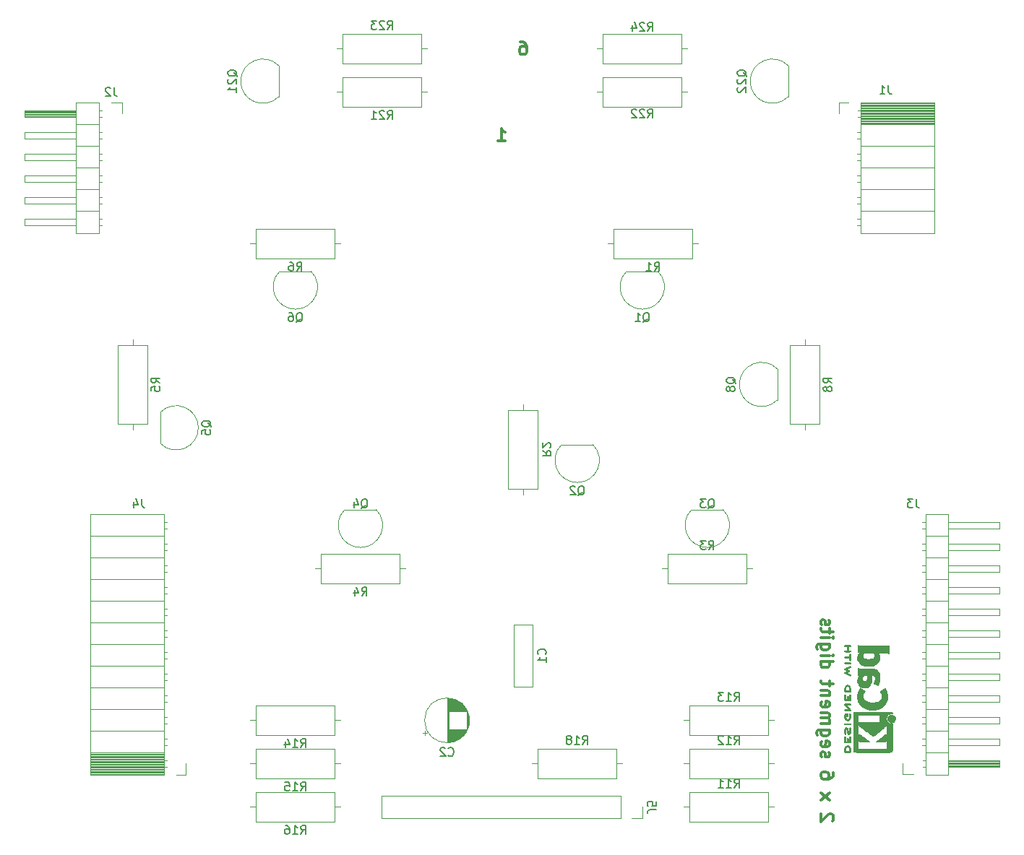
<source format=gbo>
G04 #@! TF.GenerationSoftware,KiCad,Pcbnew,5.1.5-5.1.5*
G04 #@! TF.CreationDate,2020-07-10T19:34:37+10:00*
G04 #@! TF.ProjectId,6segment,36736567-6d65-46e7-942e-6b696361645f,rev?*
G04 #@! TF.SameCoordinates,Original*
G04 #@! TF.FileFunction,Legend,Bot*
G04 #@! TF.FilePolarity,Positive*
%FSLAX46Y46*%
G04 Gerber Fmt 4.6, Leading zero omitted, Abs format (unit mm)*
G04 Created by KiCad (PCBNEW 5.1.5-5.1.5) date 2020-07-10 19:34:37*
%MOMM*%
%LPD*%
G04 APERTURE LIST*
%ADD10C,0.300000*%
%ADD11C,0.010000*%
%ADD12C,0.120000*%
%ADD13C,0.150000*%
G04 APERTURE END LIST*
D10*
X124174285Y-57598571D02*
X124460000Y-57598571D01*
X124602857Y-57670000D01*
X124674285Y-57741428D01*
X124817142Y-57955714D01*
X124888571Y-58241428D01*
X124888571Y-58812857D01*
X124817142Y-58955714D01*
X124745714Y-59027142D01*
X124602857Y-59098571D01*
X124317142Y-59098571D01*
X124174285Y-59027142D01*
X124102857Y-58955714D01*
X124031428Y-58812857D01*
X124031428Y-58455714D01*
X124102857Y-58312857D01*
X124174285Y-58241428D01*
X124317142Y-58170000D01*
X124602857Y-58170000D01*
X124745714Y-58241428D01*
X124817142Y-58312857D01*
X124888571Y-58455714D01*
X121491428Y-69258571D02*
X122348571Y-69258571D01*
X121920000Y-69258571D02*
X121920000Y-67758571D01*
X122062857Y-67972857D01*
X122205714Y-68115714D01*
X122348571Y-68187142D01*
X160698571Y-148981428D02*
X160770000Y-148910000D01*
X160841428Y-148767142D01*
X160841428Y-148410000D01*
X160770000Y-148267142D01*
X160698571Y-148195714D01*
X160555714Y-148124285D01*
X160412857Y-148124285D01*
X160198571Y-148195714D01*
X159341428Y-149052857D01*
X159341428Y-148124285D01*
X159341428Y-146481428D02*
X160341428Y-145695714D01*
X160341428Y-146481428D02*
X159341428Y-145695714D01*
X160841428Y-143338571D02*
X160841428Y-143624285D01*
X160770000Y-143767142D01*
X160698571Y-143838571D01*
X160484285Y-143981428D01*
X160198571Y-144052857D01*
X159627142Y-144052857D01*
X159484285Y-143981428D01*
X159412857Y-143910000D01*
X159341428Y-143767142D01*
X159341428Y-143481428D01*
X159412857Y-143338571D01*
X159484285Y-143267142D01*
X159627142Y-143195714D01*
X159984285Y-143195714D01*
X160127142Y-143267142D01*
X160198571Y-143338571D01*
X160270000Y-143481428D01*
X160270000Y-143767142D01*
X160198571Y-143910000D01*
X160127142Y-143981428D01*
X159984285Y-144052857D01*
X159412857Y-141481428D02*
X159341428Y-141338571D01*
X159341428Y-141052857D01*
X159412857Y-140910000D01*
X159555714Y-140838571D01*
X159627142Y-140838571D01*
X159770000Y-140910000D01*
X159841428Y-141052857D01*
X159841428Y-141267142D01*
X159912857Y-141410000D01*
X160055714Y-141481428D01*
X160127142Y-141481428D01*
X160270000Y-141410000D01*
X160341428Y-141267142D01*
X160341428Y-141052857D01*
X160270000Y-140910000D01*
X159412857Y-139624285D02*
X159341428Y-139767142D01*
X159341428Y-140052857D01*
X159412857Y-140195714D01*
X159555714Y-140267142D01*
X160127142Y-140267142D01*
X160270000Y-140195714D01*
X160341428Y-140052857D01*
X160341428Y-139767142D01*
X160270000Y-139624285D01*
X160127142Y-139552857D01*
X159984285Y-139552857D01*
X159841428Y-140267142D01*
X160341428Y-138267142D02*
X159127142Y-138267142D01*
X158984285Y-138338571D01*
X158912857Y-138410000D01*
X158841428Y-138552857D01*
X158841428Y-138767142D01*
X158912857Y-138910000D01*
X159412857Y-138267142D02*
X159341428Y-138410000D01*
X159341428Y-138695714D01*
X159412857Y-138838571D01*
X159484285Y-138910000D01*
X159627142Y-138981428D01*
X160055714Y-138981428D01*
X160198571Y-138910000D01*
X160270000Y-138838571D01*
X160341428Y-138695714D01*
X160341428Y-138410000D01*
X160270000Y-138267142D01*
X159341428Y-137552857D02*
X160341428Y-137552857D01*
X160198571Y-137552857D02*
X160270000Y-137481428D01*
X160341428Y-137338571D01*
X160341428Y-137124285D01*
X160270000Y-136981428D01*
X160127142Y-136910000D01*
X159341428Y-136910000D01*
X160127142Y-136910000D02*
X160270000Y-136838571D01*
X160341428Y-136695714D01*
X160341428Y-136481428D01*
X160270000Y-136338571D01*
X160127142Y-136267142D01*
X159341428Y-136267142D01*
X159412857Y-134981428D02*
X159341428Y-135124285D01*
X159341428Y-135410000D01*
X159412857Y-135552857D01*
X159555714Y-135624285D01*
X160127142Y-135624285D01*
X160270000Y-135552857D01*
X160341428Y-135410000D01*
X160341428Y-135124285D01*
X160270000Y-134981428D01*
X160127142Y-134910000D01*
X159984285Y-134910000D01*
X159841428Y-135624285D01*
X160341428Y-134267142D02*
X159341428Y-134267142D01*
X160198571Y-134267142D02*
X160270000Y-134195714D01*
X160341428Y-134052857D01*
X160341428Y-133838571D01*
X160270000Y-133695714D01*
X160127142Y-133624285D01*
X159341428Y-133624285D01*
X160341428Y-133124285D02*
X160341428Y-132552857D01*
X160841428Y-132910000D02*
X159555714Y-132910000D01*
X159412857Y-132838571D01*
X159341428Y-132695714D01*
X159341428Y-132552857D01*
X159341428Y-130267142D02*
X160841428Y-130267142D01*
X159412857Y-130267142D02*
X159341428Y-130410000D01*
X159341428Y-130695714D01*
X159412857Y-130838571D01*
X159484285Y-130910000D01*
X159627142Y-130981428D01*
X160055714Y-130981428D01*
X160198571Y-130910000D01*
X160270000Y-130838571D01*
X160341428Y-130695714D01*
X160341428Y-130410000D01*
X160270000Y-130267142D01*
X159341428Y-129552857D02*
X160341428Y-129552857D01*
X160841428Y-129552857D02*
X160770000Y-129624285D01*
X160698571Y-129552857D01*
X160770000Y-129481428D01*
X160841428Y-129552857D01*
X160698571Y-129552857D01*
X160341428Y-128195714D02*
X159127142Y-128195714D01*
X158984285Y-128267142D01*
X158912857Y-128338571D01*
X158841428Y-128481428D01*
X158841428Y-128695714D01*
X158912857Y-128838571D01*
X159412857Y-128195714D02*
X159341428Y-128338571D01*
X159341428Y-128624285D01*
X159412857Y-128767142D01*
X159484285Y-128838571D01*
X159627142Y-128910000D01*
X160055714Y-128910000D01*
X160198571Y-128838571D01*
X160270000Y-128767142D01*
X160341428Y-128624285D01*
X160341428Y-128338571D01*
X160270000Y-128195714D01*
X159341428Y-127481428D02*
X160341428Y-127481428D01*
X160841428Y-127481428D02*
X160770000Y-127552857D01*
X160698571Y-127481428D01*
X160770000Y-127410000D01*
X160841428Y-127481428D01*
X160698571Y-127481428D01*
X160341428Y-126981428D02*
X160341428Y-126410000D01*
X160841428Y-126767142D02*
X159555714Y-126767142D01*
X159412857Y-126695714D01*
X159341428Y-126552857D01*
X159341428Y-126410000D01*
X159412857Y-125981428D02*
X159341428Y-125838571D01*
X159341428Y-125552857D01*
X159412857Y-125410000D01*
X159555714Y-125338571D01*
X159627142Y-125338571D01*
X159770000Y-125410000D01*
X159841428Y-125552857D01*
X159841428Y-125767142D01*
X159912857Y-125910000D01*
X160055714Y-125981428D01*
X160127142Y-125981428D01*
X160270000Y-125910000D01*
X160341428Y-125767142D01*
X160341428Y-125552857D01*
X160270000Y-125410000D01*
D11*
G36*
X162825467Y-128391177D02*
G01*
X162803224Y-128359798D01*
X162775515Y-128332089D01*
X162466080Y-128332089D01*
X162374201Y-128332162D01*
X162302160Y-128332505D01*
X162247220Y-128333308D01*
X162206640Y-128334759D01*
X162177683Y-128337048D01*
X162157609Y-128340364D01*
X162143679Y-128344895D01*
X162133155Y-128350831D01*
X162126900Y-128355486D01*
X162102327Y-128386217D01*
X162099659Y-128421504D01*
X162114729Y-128453755D01*
X162123626Y-128464412D01*
X162135443Y-128471536D01*
X162154474Y-128475833D01*
X162185008Y-128478009D01*
X162231338Y-128478772D01*
X162267129Y-128478845D01*
X162401955Y-128478845D01*
X162401955Y-128975556D01*
X162279300Y-128975556D01*
X162223213Y-128976069D01*
X162184667Y-128978124D01*
X162158639Y-128982492D01*
X162140103Y-128989944D01*
X162126900Y-128998953D01*
X162102396Y-129029856D01*
X162099494Y-129064804D01*
X162116911Y-129098262D01*
X162126041Y-129107396D01*
X162138145Y-129113848D01*
X162156999Y-129118103D01*
X162186380Y-129120648D01*
X162230063Y-129121971D01*
X162291825Y-129122557D01*
X162306000Y-129122625D01*
X162422369Y-129123109D01*
X162518273Y-129123359D01*
X162595823Y-129123277D01*
X162657131Y-129122769D01*
X162704310Y-129121738D01*
X162739470Y-129120087D01*
X162764724Y-129117721D01*
X162782183Y-129114543D01*
X162793959Y-129110456D01*
X162802165Y-129105366D01*
X162808355Y-129099734D01*
X162828156Y-129067872D01*
X162825467Y-129034643D01*
X162803224Y-129003265D01*
X162788874Y-128990567D01*
X162773022Y-128982474D01*
X162750446Y-128977958D01*
X162715922Y-128975994D01*
X162664224Y-128975556D01*
X162548711Y-128975556D01*
X162548711Y-128478845D01*
X162667244Y-128478845D01*
X162721852Y-128478338D01*
X162758725Y-128476302D01*
X162782693Y-128471965D01*
X162798585Y-128464553D01*
X162808355Y-128456267D01*
X162828156Y-128424406D01*
X162825467Y-128391177D01*
G37*
X162825467Y-128391177D02*
X162803224Y-128359798D01*
X162775515Y-128332089D01*
X162466080Y-128332089D01*
X162374201Y-128332162D01*
X162302160Y-128332505D01*
X162247220Y-128333308D01*
X162206640Y-128334759D01*
X162177683Y-128337048D01*
X162157609Y-128340364D01*
X162143679Y-128344895D01*
X162133155Y-128350831D01*
X162126900Y-128355486D01*
X162102327Y-128386217D01*
X162099659Y-128421504D01*
X162114729Y-128453755D01*
X162123626Y-128464412D01*
X162135443Y-128471536D01*
X162154474Y-128475833D01*
X162185008Y-128478009D01*
X162231338Y-128478772D01*
X162267129Y-128478845D01*
X162401955Y-128478845D01*
X162401955Y-128975556D01*
X162279300Y-128975556D01*
X162223213Y-128976069D01*
X162184667Y-128978124D01*
X162158639Y-128982492D01*
X162140103Y-128989944D01*
X162126900Y-128998953D01*
X162102396Y-129029856D01*
X162099494Y-129064804D01*
X162116911Y-129098262D01*
X162126041Y-129107396D01*
X162138145Y-129113848D01*
X162156999Y-129118103D01*
X162186380Y-129120648D01*
X162230063Y-129121971D01*
X162291825Y-129122557D01*
X162306000Y-129122625D01*
X162422369Y-129123109D01*
X162518273Y-129123359D01*
X162595823Y-129123277D01*
X162657131Y-129122769D01*
X162704310Y-129121738D01*
X162739470Y-129120087D01*
X162764724Y-129117721D01*
X162782183Y-129114543D01*
X162793959Y-129110456D01*
X162802165Y-129105366D01*
X162808355Y-129099734D01*
X162828156Y-129067872D01*
X162825467Y-129034643D01*
X162803224Y-129003265D01*
X162788874Y-128990567D01*
X162773022Y-128982474D01*
X162750446Y-128977958D01*
X162715922Y-128975994D01*
X162664224Y-128975556D01*
X162548711Y-128975556D01*
X162548711Y-128478845D01*
X162667244Y-128478845D01*
X162721852Y-128478338D01*
X162758725Y-128476302D01*
X162782693Y-128471965D01*
X162798585Y-128464553D01*
X162808355Y-128456267D01*
X162828156Y-128424406D01*
X162825467Y-128391177D01*
G36*
X162830837Y-129656935D02*
G01*
X162830458Y-129578228D01*
X162829667Y-129517137D01*
X162828330Y-129471183D01*
X162826317Y-129437886D01*
X162823494Y-129414764D01*
X162819731Y-129399338D01*
X162814895Y-129389129D01*
X162811178Y-129384187D01*
X162778642Y-129358543D01*
X162744862Y-129355441D01*
X162714174Y-129371289D01*
X162701911Y-129381652D01*
X162693550Y-129392804D01*
X162688343Y-129408965D01*
X162685543Y-129434358D01*
X162684404Y-129473202D01*
X162684179Y-129529720D01*
X162684178Y-129540820D01*
X162684178Y-129686756D01*
X162413244Y-129686756D01*
X162327846Y-129686852D01*
X162262136Y-129687289D01*
X162213226Y-129688288D01*
X162178227Y-129690072D01*
X162154251Y-129692863D01*
X162138407Y-129696883D01*
X162127809Y-129702355D01*
X162119733Y-129709334D01*
X162099888Y-129742266D01*
X162101452Y-129776646D01*
X162124094Y-129807824D01*
X162126900Y-129810114D01*
X162137508Y-129817571D01*
X162149919Y-129823253D01*
X162167150Y-129827399D01*
X162192216Y-129830250D01*
X162228133Y-129832046D01*
X162277917Y-129833028D01*
X162344583Y-129833436D01*
X162420411Y-129833511D01*
X162684178Y-129833511D01*
X162684178Y-129972873D01*
X162684582Y-130032678D01*
X162686160Y-130074082D01*
X162689453Y-130101252D01*
X162695008Y-130118354D01*
X162703369Y-130129557D01*
X162704822Y-130130917D01*
X162738061Y-130147275D01*
X162775638Y-130145828D01*
X162808355Y-130127022D01*
X162814702Y-130119750D01*
X162819734Y-130110373D01*
X162823604Y-130096391D01*
X162826463Y-130075304D01*
X162828465Y-130044611D01*
X162829761Y-130001811D01*
X162830502Y-129944405D01*
X162830842Y-129869890D01*
X162830932Y-129775767D01*
X162830933Y-129755740D01*
X162830837Y-129656935D01*
G37*
X162830837Y-129656935D02*
X162830458Y-129578228D01*
X162829667Y-129517137D01*
X162828330Y-129471183D01*
X162826317Y-129437886D01*
X162823494Y-129414764D01*
X162819731Y-129399338D01*
X162814895Y-129389129D01*
X162811178Y-129384187D01*
X162778642Y-129358543D01*
X162744862Y-129355441D01*
X162714174Y-129371289D01*
X162701911Y-129381652D01*
X162693550Y-129392804D01*
X162688343Y-129408965D01*
X162685543Y-129434358D01*
X162684404Y-129473202D01*
X162684179Y-129529720D01*
X162684178Y-129540820D01*
X162684178Y-129686756D01*
X162413244Y-129686756D01*
X162327846Y-129686852D01*
X162262136Y-129687289D01*
X162213226Y-129688288D01*
X162178227Y-129690072D01*
X162154251Y-129692863D01*
X162138407Y-129696883D01*
X162127809Y-129702355D01*
X162119733Y-129709334D01*
X162099888Y-129742266D01*
X162101452Y-129776646D01*
X162124094Y-129807824D01*
X162126900Y-129810114D01*
X162137508Y-129817571D01*
X162149919Y-129823253D01*
X162167150Y-129827399D01*
X162192216Y-129830250D01*
X162228133Y-129832046D01*
X162277917Y-129833028D01*
X162344583Y-129833436D01*
X162420411Y-129833511D01*
X162684178Y-129833511D01*
X162684178Y-129972873D01*
X162684582Y-130032678D01*
X162686160Y-130074082D01*
X162689453Y-130101252D01*
X162695008Y-130118354D01*
X162703369Y-130129557D01*
X162704822Y-130130917D01*
X162738061Y-130147275D01*
X162775638Y-130145828D01*
X162808355Y-130127022D01*
X162814702Y-130119750D01*
X162819734Y-130110373D01*
X162823604Y-130096391D01*
X162826463Y-130075304D01*
X162828465Y-130044611D01*
X162829761Y-130001811D01*
X162830502Y-129944405D01*
X162830842Y-129869890D01*
X162830932Y-129775767D01*
X162830933Y-129755740D01*
X162830837Y-129656935D01*
G36*
X162824123Y-130431386D02*
G01*
X162809353Y-130407673D01*
X162787773Y-130381022D01*
X162466227Y-130381022D01*
X162372170Y-130381107D01*
X162298068Y-130381471D01*
X162241296Y-130382276D01*
X162199232Y-130383687D01*
X162169252Y-130385867D01*
X162148733Y-130388979D01*
X162135051Y-130393186D01*
X162125584Y-130398652D01*
X162120918Y-130402528D01*
X162100425Y-130433966D01*
X162101261Y-130469767D01*
X162118736Y-130501127D01*
X162140316Y-130527778D01*
X162787773Y-130527778D01*
X162809353Y-130501127D01*
X162825051Y-130475406D01*
X162830933Y-130454400D01*
X162824123Y-130431386D01*
G37*
X162824123Y-130431386D02*
X162809353Y-130407673D01*
X162787773Y-130381022D01*
X162466227Y-130381022D01*
X162372170Y-130381107D01*
X162298068Y-130381471D01*
X162241296Y-130382276D01*
X162199232Y-130383687D01*
X162169252Y-130385867D01*
X162148733Y-130388979D01*
X162135051Y-130393186D01*
X162125584Y-130398652D01*
X162120918Y-130402528D01*
X162100425Y-130433966D01*
X162101261Y-130469767D01*
X162118736Y-130501127D01*
X162140316Y-130527778D01*
X162787773Y-130527778D01*
X162809353Y-130501127D01*
X162825051Y-130475406D01*
X162830933Y-130454400D01*
X162824123Y-130431386D01*
G36*
X162828966Y-130875335D02*
G01*
X162821965Y-130855745D01*
X162821623Y-130854990D01*
X162801322Y-130828387D01*
X162780439Y-130813730D01*
X162770648Y-130810862D01*
X162757639Y-130811004D01*
X162739105Y-130815039D01*
X162712743Y-130823854D01*
X162676248Y-130838331D01*
X162627313Y-130859355D01*
X162563635Y-130887812D01*
X162482907Y-130924585D01*
X162438784Y-130944825D01*
X162360015Y-130981375D01*
X162287577Y-131015685D01*
X162224120Y-131046448D01*
X162172292Y-131072352D01*
X162134741Y-131092090D01*
X162114116Y-131104350D01*
X162111267Y-131106776D01*
X162098698Y-131137817D01*
X162100381Y-131172879D01*
X162115668Y-131201000D01*
X162116911Y-131202146D01*
X162133846Y-131213332D01*
X162166830Y-131232096D01*
X162211620Y-131256125D01*
X162263968Y-131283103D01*
X162283258Y-131292799D01*
X162429850Y-131365986D01*
X162270607Y-131445760D01*
X162215585Y-131474233D01*
X162167868Y-131500650D01*
X162131107Y-131522852D01*
X162108956Y-131538681D01*
X162104259Y-131544046D01*
X162097898Y-131585743D01*
X162111267Y-131620151D01*
X162125554Y-131630272D01*
X162157308Y-131647786D01*
X162203403Y-131671265D01*
X162260715Y-131699280D01*
X162326120Y-131730401D01*
X162396493Y-131763201D01*
X162468709Y-131796250D01*
X162539645Y-131828119D01*
X162606175Y-131857381D01*
X162665174Y-131882605D01*
X162713519Y-131902364D01*
X162748085Y-131915228D01*
X162765747Y-131919769D01*
X162766387Y-131919723D01*
X162788612Y-131908674D01*
X162811247Y-131886590D01*
X162812232Y-131885290D01*
X162827575Y-131858147D01*
X162827426Y-131833042D01*
X162824534Y-131823632D01*
X162818282Y-131812166D01*
X162805986Y-131799990D01*
X162785092Y-131785643D01*
X162753051Y-131767664D01*
X162707312Y-131744593D01*
X162645323Y-131714970D01*
X162588102Y-131688255D01*
X162521774Y-131657520D01*
X162462126Y-131629979D01*
X162412275Y-131607062D01*
X162375336Y-131590202D01*
X162354427Y-131580827D01*
X162351155Y-131579460D01*
X162356503Y-131573311D01*
X162378891Y-131559178D01*
X162415054Y-131538943D01*
X162461723Y-131514485D01*
X162480978Y-131504752D01*
X162545996Y-131471783D01*
X162593346Y-131446357D01*
X162625781Y-131426388D01*
X162646054Y-131409790D01*
X162656918Y-131394476D01*
X162661125Y-131378360D01*
X162661600Y-131367857D01*
X162659958Y-131349330D01*
X162653169Y-131333096D01*
X162638434Y-131316965D01*
X162612956Y-131298749D01*
X162573939Y-131276261D01*
X162518586Y-131247311D01*
X162487097Y-131231338D01*
X162436913Y-131205430D01*
X162395296Y-131182833D01*
X162365758Y-131165542D01*
X162351811Y-131155550D01*
X162351230Y-131154191D01*
X162362207Y-131147739D01*
X162390710Y-131133292D01*
X162433756Y-131112297D01*
X162488362Y-131086203D01*
X162551546Y-131056454D01*
X162582929Y-131041820D01*
X162663922Y-131003750D01*
X162726244Y-130973095D01*
X162771929Y-130948263D01*
X162803011Y-130927663D01*
X162821522Y-130909702D01*
X162829496Y-130892790D01*
X162828966Y-130875335D01*
G37*
X162828966Y-130875335D02*
X162821965Y-130855745D01*
X162821623Y-130854990D01*
X162801322Y-130828387D01*
X162780439Y-130813730D01*
X162770648Y-130810862D01*
X162757639Y-130811004D01*
X162739105Y-130815039D01*
X162712743Y-130823854D01*
X162676248Y-130838331D01*
X162627313Y-130859355D01*
X162563635Y-130887812D01*
X162482907Y-130924585D01*
X162438784Y-130944825D01*
X162360015Y-130981375D01*
X162287577Y-131015685D01*
X162224120Y-131046448D01*
X162172292Y-131072352D01*
X162134741Y-131092090D01*
X162114116Y-131104350D01*
X162111267Y-131106776D01*
X162098698Y-131137817D01*
X162100381Y-131172879D01*
X162115668Y-131201000D01*
X162116911Y-131202146D01*
X162133846Y-131213332D01*
X162166830Y-131232096D01*
X162211620Y-131256125D01*
X162263968Y-131283103D01*
X162283258Y-131292799D01*
X162429850Y-131365986D01*
X162270607Y-131445760D01*
X162215585Y-131474233D01*
X162167868Y-131500650D01*
X162131107Y-131522852D01*
X162108956Y-131538681D01*
X162104259Y-131544046D01*
X162097898Y-131585743D01*
X162111267Y-131620151D01*
X162125554Y-131630272D01*
X162157308Y-131647786D01*
X162203403Y-131671265D01*
X162260715Y-131699280D01*
X162326120Y-131730401D01*
X162396493Y-131763201D01*
X162468709Y-131796250D01*
X162539645Y-131828119D01*
X162606175Y-131857381D01*
X162665174Y-131882605D01*
X162713519Y-131902364D01*
X162748085Y-131915228D01*
X162765747Y-131919769D01*
X162766387Y-131919723D01*
X162788612Y-131908674D01*
X162811247Y-131886590D01*
X162812232Y-131885290D01*
X162827575Y-131858147D01*
X162827426Y-131833042D01*
X162824534Y-131823632D01*
X162818282Y-131812166D01*
X162805986Y-131799990D01*
X162785092Y-131785643D01*
X162753051Y-131767664D01*
X162707312Y-131744593D01*
X162645323Y-131714970D01*
X162588102Y-131688255D01*
X162521774Y-131657520D01*
X162462126Y-131629979D01*
X162412275Y-131607062D01*
X162375336Y-131590202D01*
X162354427Y-131580827D01*
X162351155Y-131579460D01*
X162356503Y-131573311D01*
X162378891Y-131559178D01*
X162415054Y-131538943D01*
X162461723Y-131514485D01*
X162480978Y-131504752D01*
X162545996Y-131471783D01*
X162593346Y-131446357D01*
X162625781Y-131426388D01*
X162646054Y-131409790D01*
X162656918Y-131394476D01*
X162661125Y-131378360D01*
X162661600Y-131367857D01*
X162659958Y-131349330D01*
X162653169Y-131333096D01*
X162638434Y-131316965D01*
X162612956Y-131298749D01*
X162573939Y-131276261D01*
X162518586Y-131247311D01*
X162487097Y-131231338D01*
X162436913Y-131205430D01*
X162395296Y-131182833D01*
X162365758Y-131165542D01*
X162351811Y-131155550D01*
X162351230Y-131154191D01*
X162362207Y-131147739D01*
X162390710Y-131133292D01*
X162433756Y-131112297D01*
X162488362Y-131086203D01*
X162551546Y-131056454D01*
X162582929Y-131041820D01*
X162663922Y-131003750D01*
X162726244Y-130973095D01*
X162771929Y-130948263D01*
X162803011Y-130927663D01*
X162821522Y-130909702D01*
X162829496Y-130892790D01*
X162828966Y-130875335D01*
G36*
X162830725Y-133601691D02*
G01*
X162826364Y-133472712D01*
X162813139Y-133363009D01*
X162790259Y-133270774D01*
X162756930Y-133194198D01*
X162712362Y-133131473D01*
X162655764Y-133080788D01*
X162586342Y-133040337D01*
X162584649Y-133039541D01*
X162522517Y-133015399D01*
X162467491Y-133006797D01*
X162412113Y-133013769D01*
X162348927Y-133036346D01*
X162339311Y-133040628D01*
X162283034Y-133069828D01*
X162239549Y-133102644D01*
X162202583Y-133144998D01*
X162165865Y-133202810D01*
X162163948Y-133206169D01*
X162139773Y-133256496D01*
X162121718Y-133313379D01*
X162109161Y-133380473D01*
X162101478Y-133461435D01*
X162098047Y-133559918D01*
X162097749Y-133594714D01*
X162097155Y-133760406D01*
X162126900Y-133783803D01*
X162136681Y-133790743D01*
X162148103Y-133796158D01*
X162163905Y-133800235D01*
X162186825Y-133803163D01*
X162219604Y-133805133D01*
X162243911Y-133805775D01*
X162243911Y-133649156D01*
X162243911Y-133555274D01*
X162245517Y-133500336D01*
X162249745Y-133443940D01*
X162255708Y-133397655D01*
X162256210Y-133394861D01*
X162278264Y-133312652D01*
X162311400Y-133248886D01*
X162357153Y-133201548D01*
X162417061Y-133168618D01*
X162432939Y-133162892D01*
X162457667Y-133157279D01*
X162482098Y-133159709D01*
X162514600Y-133171533D01*
X162530566Y-133178660D01*
X162572994Y-133202000D01*
X162602760Y-133230120D01*
X162623489Y-133261060D01*
X162650463Y-133323034D01*
X162670002Y-133402349D01*
X162681254Y-133494747D01*
X162683730Y-133561667D01*
X162684178Y-133649156D01*
X162243911Y-133649156D01*
X162243911Y-133805775D01*
X162264979Y-133806332D01*
X162325689Y-133806950D01*
X162404474Y-133807175D01*
X162466080Y-133807200D01*
X162775515Y-133807200D01*
X162803224Y-133779491D01*
X162814456Y-133767194D01*
X162822147Y-133753897D01*
X162826960Y-133735328D01*
X162829554Y-133707214D01*
X162830590Y-133665283D01*
X162830730Y-133605263D01*
X162830725Y-133601691D01*
G37*
X162830725Y-133601691D02*
X162826364Y-133472712D01*
X162813139Y-133363009D01*
X162790259Y-133270774D01*
X162756930Y-133194198D01*
X162712362Y-133131473D01*
X162655764Y-133080788D01*
X162586342Y-133040337D01*
X162584649Y-133039541D01*
X162522517Y-133015399D01*
X162467491Y-133006797D01*
X162412113Y-133013769D01*
X162348927Y-133036346D01*
X162339311Y-133040628D01*
X162283034Y-133069828D01*
X162239549Y-133102644D01*
X162202583Y-133144998D01*
X162165865Y-133202810D01*
X162163948Y-133206169D01*
X162139773Y-133256496D01*
X162121718Y-133313379D01*
X162109161Y-133380473D01*
X162101478Y-133461435D01*
X162098047Y-133559918D01*
X162097749Y-133594714D01*
X162097155Y-133760406D01*
X162126900Y-133783803D01*
X162136681Y-133790743D01*
X162148103Y-133796158D01*
X162163905Y-133800235D01*
X162186825Y-133803163D01*
X162219604Y-133805133D01*
X162243911Y-133805775D01*
X162243911Y-133649156D01*
X162243911Y-133555274D01*
X162245517Y-133500336D01*
X162249745Y-133443940D01*
X162255708Y-133397655D01*
X162256210Y-133394861D01*
X162278264Y-133312652D01*
X162311400Y-133248886D01*
X162357153Y-133201548D01*
X162417061Y-133168618D01*
X162432939Y-133162892D01*
X162457667Y-133157279D01*
X162482098Y-133159709D01*
X162514600Y-133171533D01*
X162530566Y-133178660D01*
X162572994Y-133202000D01*
X162602760Y-133230120D01*
X162623489Y-133261060D01*
X162650463Y-133323034D01*
X162670002Y-133402349D01*
X162681254Y-133494747D01*
X162683730Y-133561667D01*
X162684178Y-133649156D01*
X162243911Y-133649156D01*
X162243911Y-133805775D01*
X162264979Y-133806332D01*
X162325689Y-133806950D01*
X162404474Y-133807175D01*
X162466080Y-133807200D01*
X162775515Y-133807200D01*
X162803224Y-133779491D01*
X162814456Y-133767194D01*
X162822147Y-133753897D01*
X162826960Y-133735328D01*
X162829554Y-133707214D01*
X162830590Y-133665283D01*
X162830730Y-133605263D01*
X162830725Y-133601691D01*
G36*
X162830740Y-134389657D02*
G01*
X162829826Y-134313299D01*
X162827689Y-134254783D01*
X162823825Y-134211745D01*
X162817733Y-134181817D01*
X162808910Y-134162632D01*
X162796854Y-134151824D01*
X162781061Y-134147027D01*
X162761030Y-134145873D01*
X162758665Y-134145867D01*
X162736008Y-134146869D01*
X162718497Y-134151604D01*
X162705426Y-134162667D01*
X162696087Y-134182652D01*
X162689773Y-134214154D01*
X162685778Y-134259768D01*
X162683394Y-134322087D01*
X162681914Y-134403707D01*
X162681586Y-134428723D01*
X162678533Y-134670800D01*
X162613622Y-134674186D01*
X162548711Y-134677571D01*
X162548711Y-134509424D01*
X162548469Y-134443734D01*
X162547444Y-134396828D01*
X162545189Y-134364917D01*
X162541258Y-134344209D01*
X162535202Y-134330916D01*
X162526576Y-134321245D01*
X162526507Y-134321183D01*
X162492888Y-134303644D01*
X162456552Y-134304278D01*
X162425577Y-134322686D01*
X162422393Y-134326329D01*
X162414188Y-134339259D01*
X162408479Y-134356976D01*
X162404838Y-134383430D01*
X162402833Y-134422568D01*
X162402036Y-134478338D01*
X162401955Y-134514006D01*
X162401955Y-134676445D01*
X162243911Y-134676445D01*
X162243911Y-134429839D01*
X162243769Y-134348420D01*
X162243186Y-134286590D01*
X162241932Y-134241363D01*
X162239773Y-134209752D01*
X162236477Y-134188769D01*
X162231811Y-134175427D01*
X162225543Y-134166739D01*
X162223267Y-134164550D01*
X162191720Y-134148386D01*
X162155832Y-134147203D01*
X162124715Y-134160464D01*
X162114729Y-134170957D01*
X162109231Y-134181871D01*
X162104978Y-134198783D01*
X162101820Y-134224367D01*
X162099608Y-134261299D01*
X162098194Y-134312254D01*
X162097428Y-134379906D01*
X162097162Y-134466931D01*
X162097155Y-134486606D01*
X162097213Y-134575089D01*
X162097533Y-134643773D01*
X162098333Y-134695436D01*
X162099833Y-134732855D01*
X162102251Y-134758810D01*
X162105806Y-134776078D01*
X162110718Y-134787438D01*
X162117205Y-134795668D01*
X162121862Y-134800183D01*
X162130111Y-134806979D01*
X162140331Y-134812288D01*
X162155200Y-134816294D01*
X162177398Y-134819179D01*
X162209607Y-134821126D01*
X162254504Y-134822319D01*
X162314772Y-134822939D01*
X162393089Y-134823171D01*
X162459006Y-134823200D01*
X162551372Y-134823129D01*
X162623883Y-134822792D01*
X162679263Y-134822002D01*
X162720235Y-134820574D01*
X162749522Y-134818321D01*
X162769847Y-134815057D01*
X162783934Y-134810596D01*
X162794505Y-134804752D01*
X162801189Y-134799803D01*
X162830933Y-134776406D01*
X162830933Y-134486226D01*
X162830740Y-134389657D01*
G37*
X162830740Y-134389657D02*
X162829826Y-134313299D01*
X162827689Y-134254783D01*
X162823825Y-134211745D01*
X162817733Y-134181817D01*
X162808910Y-134162632D01*
X162796854Y-134151824D01*
X162781061Y-134147027D01*
X162761030Y-134145873D01*
X162758665Y-134145867D01*
X162736008Y-134146869D01*
X162718497Y-134151604D01*
X162705426Y-134162667D01*
X162696087Y-134182652D01*
X162689773Y-134214154D01*
X162685778Y-134259768D01*
X162683394Y-134322087D01*
X162681914Y-134403707D01*
X162681586Y-134428723D01*
X162678533Y-134670800D01*
X162613622Y-134674186D01*
X162548711Y-134677571D01*
X162548711Y-134509424D01*
X162548469Y-134443734D01*
X162547444Y-134396828D01*
X162545189Y-134364917D01*
X162541258Y-134344209D01*
X162535202Y-134330916D01*
X162526576Y-134321245D01*
X162526507Y-134321183D01*
X162492888Y-134303644D01*
X162456552Y-134304278D01*
X162425577Y-134322686D01*
X162422393Y-134326329D01*
X162414188Y-134339259D01*
X162408479Y-134356976D01*
X162404838Y-134383430D01*
X162402833Y-134422568D01*
X162402036Y-134478338D01*
X162401955Y-134514006D01*
X162401955Y-134676445D01*
X162243911Y-134676445D01*
X162243911Y-134429839D01*
X162243769Y-134348420D01*
X162243186Y-134286590D01*
X162241932Y-134241363D01*
X162239773Y-134209752D01*
X162236477Y-134188769D01*
X162231811Y-134175427D01*
X162225543Y-134166739D01*
X162223267Y-134164550D01*
X162191720Y-134148386D01*
X162155832Y-134147203D01*
X162124715Y-134160464D01*
X162114729Y-134170957D01*
X162109231Y-134181871D01*
X162104978Y-134198783D01*
X162101820Y-134224367D01*
X162099608Y-134261299D01*
X162098194Y-134312254D01*
X162097428Y-134379906D01*
X162097162Y-134466931D01*
X162097155Y-134486606D01*
X162097213Y-134575089D01*
X162097533Y-134643773D01*
X162098333Y-134695436D01*
X162099833Y-134732855D01*
X162102251Y-134758810D01*
X162105806Y-134776078D01*
X162110718Y-134787438D01*
X162117205Y-134795668D01*
X162121862Y-134800183D01*
X162130111Y-134806979D01*
X162140331Y-134812288D01*
X162155200Y-134816294D01*
X162177398Y-134819179D01*
X162209607Y-134821126D01*
X162254504Y-134822319D01*
X162314772Y-134822939D01*
X162393089Y-134823171D01*
X162459006Y-134823200D01*
X162551372Y-134823129D01*
X162623883Y-134822792D01*
X162679263Y-134822002D01*
X162720235Y-134820574D01*
X162749522Y-134818321D01*
X162769847Y-134815057D01*
X162783934Y-134810596D01*
X162794505Y-134804752D01*
X162801189Y-134799803D01*
X162830933Y-134776406D01*
X162830933Y-134486226D01*
X162830740Y-134389657D01*
G36*
X162826552Y-135920114D02*
G01*
X162812727Y-135896548D01*
X162790119Y-135865735D01*
X162757662Y-135826078D01*
X162714292Y-135775980D01*
X162658942Y-135713843D01*
X162590549Y-135638072D01*
X162511916Y-135551334D01*
X162348122Y-135370711D01*
X162567971Y-135365067D01*
X162643649Y-135363029D01*
X162700006Y-135361063D01*
X162740294Y-135358734D01*
X162767765Y-135355606D01*
X162785671Y-135351245D01*
X162797263Y-135345216D01*
X162805792Y-135337084D01*
X162809377Y-135332772D01*
X162828330Y-135298241D01*
X162825559Y-135265383D01*
X162809367Y-135239318D01*
X162787801Y-135212667D01*
X162472849Y-135209352D01*
X162380221Y-135208435D01*
X162307456Y-135207968D01*
X162251839Y-135208113D01*
X162210658Y-135209032D01*
X162181197Y-135210887D01*
X162160745Y-135213839D01*
X162146587Y-135218050D01*
X162136009Y-135223682D01*
X162127526Y-135229927D01*
X162111793Y-135243439D01*
X162101364Y-135256883D01*
X162097361Y-135272124D01*
X162100906Y-135291026D01*
X162113121Y-135315455D01*
X162135129Y-135347273D01*
X162168051Y-135388348D01*
X162213009Y-135440542D01*
X162271125Y-135505722D01*
X162337901Y-135579556D01*
X162578542Y-135844845D01*
X162359411Y-135850489D01*
X162283872Y-135852531D01*
X162227646Y-135854502D01*
X162187476Y-135856839D01*
X162160104Y-135859981D01*
X162142272Y-135864364D01*
X162130721Y-135870424D01*
X162122193Y-135878600D01*
X162118718Y-135882784D01*
X162099628Y-135919765D01*
X162102507Y-135954708D01*
X162126900Y-135985136D01*
X162136714Y-135992097D01*
X162148174Y-135997523D01*
X162164032Y-136001603D01*
X162187037Y-136004529D01*
X162219938Y-136006492D01*
X162265484Y-136007683D01*
X162326427Y-136008292D01*
X162405514Y-136008511D01*
X162464044Y-136008534D01*
X162555593Y-136008460D01*
X162627313Y-136008113D01*
X162681955Y-136007301D01*
X162722268Y-136005833D01*
X162751002Y-136003519D01*
X162770907Y-136000167D01*
X162784732Y-135995588D01*
X162795228Y-135989589D01*
X162801189Y-135985136D01*
X162815309Y-135973850D01*
X162825971Y-135963301D01*
X162832108Y-135951893D01*
X162832657Y-135938030D01*
X162826552Y-135920114D01*
G37*
X162826552Y-135920114D02*
X162812727Y-135896548D01*
X162790119Y-135865735D01*
X162757662Y-135826078D01*
X162714292Y-135775980D01*
X162658942Y-135713843D01*
X162590549Y-135638072D01*
X162511916Y-135551334D01*
X162348122Y-135370711D01*
X162567971Y-135365067D01*
X162643649Y-135363029D01*
X162700006Y-135361063D01*
X162740294Y-135358734D01*
X162767765Y-135355606D01*
X162785671Y-135351245D01*
X162797263Y-135345216D01*
X162805792Y-135337084D01*
X162809377Y-135332772D01*
X162828330Y-135298241D01*
X162825559Y-135265383D01*
X162809367Y-135239318D01*
X162787801Y-135212667D01*
X162472849Y-135209352D01*
X162380221Y-135208435D01*
X162307456Y-135207968D01*
X162251839Y-135208113D01*
X162210658Y-135209032D01*
X162181197Y-135210887D01*
X162160745Y-135213839D01*
X162146587Y-135218050D01*
X162136009Y-135223682D01*
X162127526Y-135229927D01*
X162111793Y-135243439D01*
X162101364Y-135256883D01*
X162097361Y-135272124D01*
X162100906Y-135291026D01*
X162113121Y-135315455D01*
X162135129Y-135347273D01*
X162168051Y-135388348D01*
X162213009Y-135440542D01*
X162271125Y-135505722D01*
X162337901Y-135579556D01*
X162578542Y-135844845D01*
X162359411Y-135850489D01*
X162283872Y-135852531D01*
X162227646Y-135854502D01*
X162187476Y-135856839D01*
X162160104Y-135859981D01*
X162142272Y-135864364D01*
X162130721Y-135870424D01*
X162122193Y-135878600D01*
X162118718Y-135882784D01*
X162099628Y-135919765D01*
X162102507Y-135954708D01*
X162126900Y-135985136D01*
X162136714Y-135992097D01*
X162148174Y-135997523D01*
X162164032Y-136001603D01*
X162187037Y-136004529D01*
X162219938Y-136006492D01*
X162265484Y-136007683D01*
X162326427Y-136008292D01*
X162405514Y-136008511D01*
X162464044Y-136008534D01*
X162555593Y-136008460D01*
X162627313Y-136008113D01*
X162681955Y-136007301D01*
X162722268Y-136005833D01*
X162751002Y-136003519D01*
X162770907Y-136000167D01*
X162784732Y-135995588D01*
X162795228Y-135989589D01*
X162801189Y-135985136D01*
X162815309Y-135973850D01*
X162825971Y-135963301D01*
X162832108Y-135951893D01*
X162832657Y-135938030D01*
X162826552Y-135920114D01*
G36*
X162825401Y-136570081D02*
G01*
X162813905Y-136501565D01*
X162796033Y-136448943D01*
X162772501Y-136414708D01*
X162759076Y-136405379D01*
X162727852Y-136395893D01*
X162699605Y-136402277D01*
X162672818Y-136422430D01*
X162660287Y-136453745D01*
X162661304Y-136499183D01*
X162668094Y-136534326D01*
X162681029Y-136612419D01*
X162682258Y-136692226D01*
X162671759Y-136781555D01*
X162667310Y-136806229D01*
X162643892Y-136889291D01*
X162609055Y-136954273D01*
X162563396Y-137000461D01*
X162507506Y-137027145D01*
X162478612Y-137032663D01*
X162419988Y-137029051D01*
X162368121Y-137005729D01*
X162324022Y-136964824D01*
X162288701Y-136908459D01*
X162263171Y-136838760D01*
X162248441Y-136757852D01*
X162245522Y-136667860D01*
X162255425Y-136570910D01*
X162256359Y-136565436D01*
X162263541Y-136526875D01*
X162270479Y-136505494D01*
X162280773Y-136496227D01*
X162298024Y-136494006D01*
X162307159Y-136493956D01*
X162345511Y-136493956D01*
X162345511Y-136562431D01*
X162349653Y-136622900D01*
X162362853Y-136664165D01*
X162386270Y-136688175D01*
X162421064Y-136696877D01*
X162425606Y-136696983D01*
X162455346Y-136691892D01*
X162476581Y-136674433D01*
X162490634Y-136641939D01*
X162498827Y-136591743D01*
X162501839Y-136543123D01*
X162503567Y-136472456D01*
X162500930Y-136421198D01*
X162491200Y-136386239D01*
X162471647Y-136364470D01*
X162439544Y-136352780D01*
X162392162Y-136348060D01*
X162329929Y-136347200D01*
X162260465Y-136348609D01*
X162213214Y-136352848D01*
X162187988Y-136359936D01*
X162186012Y-136361311D01*
X162154492Y-136400228D01*
X162129530Y-136457286D01*
X162111660Y-136528869D01*
X162101414Y-136611358D01*
X162099327Y-136701139D01*
X162105932Y-136794592D01*
X162114044Y-136849556D01*
X162138446Y-136935766D01*
X162178338Y-137015892D01*
X162230113Y-137082977D01*
X162240461Y-137093173D01*
X162283965Y-137126302D01*
X162337882Y-137156194D01*
X162394408Y-137179357D01*
X162445741Y-137192298D01*
X162465456Y-137193858D01*
X162506581Y-137187218D01*
X162557748Y-137169568D01*
X162611606Y-137144297D01*
X162660805Y-137114789D01*
X162693666Y-137088719D01*
X162742548Y-137027765D01*
X162781455Y-136948969D01*
X162809506Y-136855157D01*
X162825821Y-136749150D01*
X162829808Y-136652000D01*
X162825401Y-136570081D01*
G37*
X162825401Y-136570081D02*
X162813905Y-136501565D01*
X162796033Y-136448943D01*
X162772501Y-136414708D01*
X162759076Y-136405379D01*
X162727852Y-136395893D01*
X162699605Y-136402277D01*
X162672818Y-136422430D01*
X162660287Y-136453745D01*
X162661304Y-136499183D01*
X162668094Y-136534326D01*
X162681029Y-136612419D01*
X162682258Y-136692226D01*
X162671759Y-136781555D01*
X162667310Y-136806229D01*
X162643892Y-136889291D01*
X162609055Y-136954273D01*
X162563396Y-137000461D01*
X162507506Y-137027145D01*
X162478612Y-137032663D01*
X162419988Y-137029051D01*
X162368121Y-137005729D01*
X162324022Y-136964824D01*
X162288701Y-136908459D01*
X162263171Y-136838760D01*
X162248441Y-136757852D01*
X162245522Y-136667860D01*
X162255425Y-136570910D01*
X162256359Y-136565436D01*
X162263541Y-136526875D01*
X162270479Y-136505494D01*
X162280773Y-136496227D01*
X162298024Y-136494006D01*
X162307159Y-136493956D01*
X162345511Y-136493956D01*
X162345511Y-136562431D01*
X162349653Y-136622900D01*
X162362853Y-136664165D01*
X162386270Y-136688175D01*
X162421064Y-136696877D01*
X162425606Y-136696983D01*
X162455346Y-136691892D01*
X162476581Y-136674433D01*
X162490634Y-136641939D01*
X162498827Y-136591743D01*
X162501839Y-136543123D01*
X162503567Y-136472456D01*
X162500930Y-136421198D01*
X162491200Y-136386239D01*
X162471647Y-136364470D01*
X162439544Y-136352780D01*
X162392162Y-136348060D01*
X162329929Y-136347200D01*
X162260465Y-136348609D01*
X162213214Y-136352848D01*
X162187988Y-136359936D01*
X162186012Y-136361311D01*
X162154492Y-136400228D01*
X162129530Y-136457286D01*
X162111660Y-136528869D01*
X162101414Y-136611358D01*
X162099327Y-136701139D01*
X162105932Y-136794592D01*
X162114044Y-136849556D01*
X162138446Y-136935766D01*
X162178338Y-137015892D01*
X162230113Y-137082977D01*
X162240461Y-137093173D01*
X162283965Y-137126302D01*
X162337882Y-137156194D01*
X162394408Y-137179357D01*
X162445741Y-137192298D01*
X162465456Y-137193858D01*
X162506581Y-137187218D01*
X162557748Y-137169568D01*
X162611606Y-137144297D01*
X162660805Y-137114789D01*
X162693666Y-137088719D01*
X162742548Y-137027765D01*
X162781455Y-136948969D01*
X162809506Y-136855157D01*
X162825821Y-136749150D01*
X162829808Y-136652000D01*
X162825401Y-136570081D01*
G36*
X162808355Y-137543822D02*
G01*
X162800782Y-137537242D01*
X162791013Y-137532079D01*
X162776429Y-137528164D01*
X162754415Y-137525324D01*
X162722352Y-137523387D01*
X162677625Y-137522183D01*
X162617615Y-137521539D01*
X162539706Y-137521284D01*
X162464044Y-137521245D01*
X162370198Y-137521314D01*
X162296311Y-137521638D01*
X162239768Y-137522386D01*
X162197951Y-137523732D01*
X162168243Y-137525846D01*
X162148027Y-137528900D01*
X162134686Y-137533066D01*
X162125602Y-137538516D01*
X162119733Y-137543822D01*
X162100053Y-137576826D01*
X162101819Y-137611991D01*
X162123283Y-137643455D01*
X162131663Y-137650684D01*
X162141386Y-137656334D01*
X162155139Y-137660599D01*
X162175611Y-137663673D01*
X162205488Y-137665752D01*
X162247459Y-137667030D01*
X162304211Y-137667701D01*
X162378433Y-137667959D01*
X162462463Y-137668000D01*
X162775515Y-137668000D01*
X162803224Y-137640291D01*
X162826537Y-137606137D01*
X162827377Y-137573006D01*
X162808355Y-137543822D01*
G37*
X162808355Y-137543822D02*
X162800782Y-137537242D01*
X162791013Y-137532079D01*
X162776429Y-137528164D01*
X162754415Y-137525324D01*
X162722352Y-137523387D01*
X162677625Y-137522183D01*
X162617615Y-137521539D01*
X162539706Y-137521284D01*
X162464044Y-137521245D01*
X162370198Y-137521314D01*
X162296311Y-137521638D01*
X162239768Y-137522386D01*
X162197951Y-137523732D01*
X162168243Y-137525846D01*
X162148027Y-137528900D01*
X162134686Y-137533066D01*
X162125602Y-137538516D01*
X162119733Y-137543822D01*
X162100053Y-137576826D01*
X162101819Y-137611991D01*
X162123283Y-137643455D01*
X162131663Y-137650684D01*
X162141386Y-137656334D01*
X162155139Y-137660599D01*
X162175611Y-137663673D01*
X162205488Y-137665752D01*
X162247459Y-137667030D01*
X162304211Y-137667701D01*
X162378433Y-137667959D01*
X162462463Y-137668000D01*
X162775515Y-137668000D01*
X162803224Y-137640291D01*
X162826537Y-137606137D01*
X162827377Y-137573006D01*
X162808355Y-137543822D01*
G36*
X162829649Y-138311703D02*
G01*
X162824419Y-138236888D01*
X162816250Y-138167306D01*
X162805450Y-138107002D01*
X162792327Y-138060020D01*
X162777187Y-138030406D01*
X162772731Y-138025860D01*
X162738150Y-138010054D01*
X162702649Y-138014847D01*
X162672275Y-138039364D01*
X162671404Y-138040534D01*
X162662046Y-138054954D01*
X162657124Y-138070008D01*
X162656527Y-138091005D01*
X162660139Y-138123257D01*
X162667846Y-138172073D01*
X162668495Y-138176000D01*
X162677431Y-138248739D01*
X162681839Y-138327217D01*
X162681881Y-138405927D01*
X162677721Y-138479361D01*
X162669521Y-138542011D01*
X162657443Y-138588370D01*
X162656229Y-138591416D01*
X162637385Y-138625048D01*
X162618315Y-138636864D01*
X162599561Y-138627614D01*
X162581663Y-138598047D01*
X162565163Y-138548911D01*
X162550604Y-138480957D01*
X162543594Y-138435645D01*
X162530111Y-138341456D01*
X162517786Y-138266544D01*
X162505551Y-138207717D01*
X162492339Y-138161785D01*
X162477083Y-138125555D01*
X162458715Y-138095838D01*
X162436169Y-138069442D01*
X162414029Y-138048230D01*
X162383181Y-138023065D01*
X162356655Y-138010681D01*
X162323974Y-138006808D01*
X162312005Y-138006667D01*
X162272288Y-138009576D01*
X162242741Y-138021202D01*
X162216514Y-138041323D01*
X162176424Y-138082216D01*
X162145851Y-138127817D01*
X162123797Y-138181513D01*
X162109265Y-138246692D01*
X162101259Y-138326744D01*
X162098782Y-138425057D01*
X162098823Y-138441289D01*
X162100182Y-138506849D01*
X162103270Y-138571866D01*
X162107644Y-138629252D01*
X162112860Y-138671922D01*
X162113459Y-138675372D01*
X162123509Y-138717796D01*
X162136204Y-138753780D01*
X162147810Y-138774150D01*
X162178428Y-138793107D01*
X162214082Y-138794427D01*
X162245856Y-138778085D01*
X162249449Y-138774429D01*
X162260124Y-138759315D01*
X162264724Y-138740415D01*
X162263941Y-138711162D01*
X162259873Y-138675651D01*
X162256238Y-138635970D01*
X162253172Y-138580345D01*
X162250947Y-138515406D01*
X162249836Y-138447785D01*
X162249763Y-138430000D01*
X162250036Y-138362128D01*
X162251354Y-138312454D01*
X162254173Y-138276610D01*
X162258950Y-138250224D01*
X162266143Y-138228926D01*
X162272133Y-138216126D01*
X162288767Y-138188000D01*
X162303832Y-138170068D01*
X162308103Y-138167447D01*
X162325737Y-138172976D01*
X162342808Y-138199260D01*
X162358542Y-138244478D01*
X162372162Y-138306808D01*
X162375196Y-138325171D01*
X162390262Y-138421090D01*
X162402854Y-138497641D01*
X162413889Y-138557780D01*
X162424280Y-138604460D01*
X162434944Y-138640637D01*
X162446795Y-138669265D01*
X162460749Y-138693298D01*
X162477719Y-138715692D01*
X162498622Y-138739402D01*
X162505951Y-138747380D01*
X162533301Y-138775353D01*
X162554971Y-138790160D01*
X162579768Y-138795952D01*
X162611017Y-138796889D01*
X162672295Y-138786575D01*
X162724360Y-138755752D01*
X162767042Y-138704595D01*
X162800175Y-138633283D01*
X162815036Y-138582400D01*
X162824634Y-138527100D01*
X162830064Y-138460853D01*
X162831633Y-138387706D01*
X162829649Y-138311703D01*
G37*
X162829649Y-138311703D02*
X162824419Y-138236888D01*
X162816250Y-138167306D01*
X162805450Y-138107002D01*
X162792327Y-138060020D01*
X162777187Y-138030406D01*
X162772731Y-138025860D01*
X162738150Y-138010054D01*
X162702649Y-138014847D01*
X162672275Y-138039364D01*
X162671404Y-138040534D01*
X162662046Y-138054954D01*
X162657124Y-138070008D01*
X162656527Y-138091005D01*
X162660139Y-138123257D01*
X162667846Y-138172073D01*
X162668495Y-138176000D01*
X162677431Y-138248739D01*
X162681839Y-138327217D01*
X162681881Y-138405927D01*
X162677721Y-138479361D01*
X162669521Y-138542011D01*
X162657443Y-138588370D01*
X162656229Y-138591416D01*
X162637385Y-138625048D01*
X162618315Y-138636864D01*
X162599561Y-138627614D01*
X162581663Y-138598047D01*
X162565163Y-138548911D01*
X162550604Y-138480957D01*
X162543594Y-138435645D01*
X162530111Y-138341456D01*
X162517786Y-138266544D01*
X162505551Y-138207717D01*
X162492339Y-138161785D01*
X162477083Y-138125555D01*
X162458715Y-138095838D01*
X162436169Y-138069442D01*
X162414029Y-138048230D01*
X162383181Y-138023065D01*
X162356655Y-138010681D01*
X162323974Y-138006808D01*
X162312005Y-138006667D01*
X162272288Y-138009576D01*
X162242741Y-138021202D01*
X162216514Y-138041323D01*
X162176424Y-138082216D01*
X162145851Y-138127817D01*
X162123797Y-138181513D01*
X162109265Y-138246692D01*
X162101259Y-138326744D01*
X162098782Y-138425057D01*
X162098823Y-138441289D01*
X162100182Y-138506849D01*
X162103270Y-138571866D01*
X162107644Y-138629252D01*
X162112860Y-138671922D01*
X162113459Y-138675372D01*
X162123509Y-138717796D01*
X162136204Y-138753780D01*
X162147810Y-138774150D01*
X162178428Y-138793107D01*
X162214082Y-138794427D01*
X162245856Y-138778085D01*
X162249449Y-138774429D01*
X162260124Y-138759315D01*
X162264724Y-138740415D01*
X162263941Y-138711162D01*
X162259873Y-138675651D01*
X162256238Y-138635970D01*
X162253172Y-138580345D01*
X162250947Y-138515406D01*
X162249836Y-138447785D01*
X162249763Y-138430000D01*
X162250036Y-138362128D01*
X162251354Y-138312454D01*
X162254173Y-138276610D01*
X162258950Y-138250224D01*
X162266143Y-138228926D01*
X162272133Y-138216126D01*
X162288767Y-138188000D01*
X162303832Y-138170068D01*
X162308103Y-138167447D01*
X162325737Y-138172976D01*
X162342808Y-138199260D01*
X162358542Y-138244478D01*
X162372162Y-138306808D01*
X162375196Y-138325171D01*
X162390262Y-138421090D01*
X162402854Y-138497641D01*
X162413889Y-138557780D01*
X162424280Y-138604460D01*
X162434944Y-138640637D01*
X162446795Y-138669265D01*
X162460749Y-138693298D01*
X162477719Y-138715692D01*
X162498622Y-138739402D01*
X162505951Y-138747380D01*
X162533301Y-138775353D01*
X162554971Y-138790160D01*
X162579768Y-138795952D01*
X162611017Y-138796889D01*
X162672295Y-138786575D01*
X162724360Y-138755752D01*
X162767042Y-138704595D01*
X162800175Y-138633283D01*
X162815036Y-138582400D01*
X162824634Y-138527100D01*
X162830064Y-138460853D01*
X162831633Y-138387706D01*
X162829649Y-138311703D01*
G36*
X162830854Y-139332794D02*
G01*
X162830482Y-139263386D01*
X162829615Y-139210997D01*
X162828054Y-139172847D01*
X162825597Y-139146159D01*
X162822043Y-139128153D01*
X162817190Y-139116049D01*
X162810839Y-139107069D01*
X162807916Y-139103818D01*
X162776858Y-139084043D01*
X162741172Y-139080482D01*
X162709490Y-139093491D01*
X162703087Y-139099506D01*
X162696879Y-139109235D01*
X162692090Y-139124901D01*
X162688486Y-139149408D01*
X162685836Y-139185661D01*
X162683905Y-139236565D01*
X162682461Y-139305026D01*
X162681582Y-139367617D01*
X162678533Y-139615334D01*
X162613622Y-139618719D01*
X162548711Y-139622105D01*
X162548711Y-139453958D01*
X162548081Y-139380959D01*
X162545447Y-139327517D01*
X162539691Y-139290628D01*
X162529696Y-139267288D01*
X162514344Y-139254494D01*
X162492518Y-139249242D01*
X162472262Y-139248445D01*
X162447408Y-139250923D01*
X162429094Y-139260277D01*
X162416363Y-139279383D01*
X162408259Y-139311118D01*
X162403824Y-139358359D01*
X162402101Y-139423983D01*
X162401955Y-139459801D01*
X162401955Y-139620978D01*
X162243911Y-139620978D01*
X162243911Y-139372622D01*
X162243798Y-139291213D01*
X162243288Y-139229342D01*
X162242130Y-139183968D01*
X162240070Y-139152054D01*
X162236854Y-139130559D01*
X162232228Y-139116443D01*
X162225941Y-139106668D01*
X162221333Y-139101689D01*
X162194440Y-139084610D01*
X162170533Y-139079111D01*
X162141333Y-139086963D01*
X162119733Y-139101689D01*
X162112934Y-139109546D01*
X162107654Y-139119688D01*
X162103702Y-139134844D01*
X162100887Y-139157741D01*
X162099018Y-139191109D01*
X162097902Y-139237675D01*
X162097349Y-139300167D01*
X162097167Y-139381314D01*
X162097155Y-139423422D01*
X162097235Y-139513598D01*
X162097602Y-139583924D01*
X162098448Y-139637129D01*
X162099964Y-139675940D01*
X162102341Y-139703087D01*
X162105771Y-139721298D01*
X162110446Y-139733300D01*
X162116556Y-139741822D01*
X162119733Y-139745156D01*
X162127330Y-139751755D01*
X162137130Y-139756927D01*
X162151761Y-139760846D01*
X162173848Y-139763684D01*
X162206018Y-139765615D01*
X162250897Y-139766812D01*
X162311111Y-139767448D01*
X162389287Y-139767697D01*
X162462077Y-139767734D01*
X162555293Y-139767700D01*
X162628569Y-139767465D01*
X162684542Y-139766830D01*
X162725849Y-139765594D01*
X162755128Y-139763556D01*
X162775016Y-139760517D01*
X162788150Y-139756277D01*
X162797168Y-139750635D01*
X162804707Y-139743391D01*
X162806388Y-139741606D01*
X162813828Y-139732945D01*
X162819591Y-139722882D01*
X162823888Y-139708625D01*
X162826936Y-139687383D01*
X162828949Y-139656364D01*
X162830140Y-139612777D01*
X162830725Y-139553831D01*
X162830917Y-139476734D01*
X162830933Y-139422001D01*
X162830854Y-139332794D01*
G37*
X162830854Y-139332794D02*
X162830482Y-139263386D01*
X162829615Y-139210997D01*
X162828054Y-139172847D01*
X162825597Y-139146159D01*
X162822043Y-139128153D01*
X162817190Y-139116049D01*
X162810839Y-139107069D01*
X162807916Y-139103818D01*
X162776858Y-139084043D01*
X162741172Y-139080482D01*
X162709490Y-139093491D01*
X162703087Y-139099506D01*
X162696879Y-139109235D01*
X162692090Y-139124901D01*
X162688486Y-139149408D01*
X162685836Y-139185661D01*
X162683905Y-139236565D01*
X162682461Y-139305026D01*
X162681582Y-139367617D01*
X162678533Y-139615334D01*
X162613622Y-139618719D01*
X162548711Y-139622105D01*
X162548711Y-139453958D01*
X162548081Y-139380959D01*
X162545447Y-139327517D01*
X162539691Y-139290628D01*
X162529696Y-139267288D01*
X162514344Y-139254494D01*
X162492518Y-139249242D01*
X162472262Y-139248445D01*
X162447408Y-139250923D01*
X162429094Y-139260277D01*
X162416363Y-139279383D01*
X162408259Y-139311118D01*
X162403824Y-139358359D01*
X162402101Y-139423983D01*
X162401955Y-139459801D01*
X162401955Y-139620978D01*
X162243911Y-139620978D01*
X162243911Y-139372622D01*
X162243798Y-139291213D01*
X162243288Y-139229342D01*
X162242130Y-139183968D01*
X162240070Y-139152054D01*
X162236854Y-139130559D01*
X162232228Y-139116443D01*
X162225941Y-139106668D01*
X162221333Y-139101689D01*
X162194440Y-139084610D01*
X162170533Y-139079111D01*
X162141333Y-139086963D01*
X162119733Y-139101689D01*
X162112934Y-139109546D01*
X162107654Y-139119688D01*
X162103702Y-139134844D01*
X162100887Y-139157741D01*
X162099018Y-139191109D01*
X162097902Y-139237675D01*
X162097349Y-139300167D01*
X162097167Y-139381314D01*
X162097155Y-139423422D01*
X162097235Y-139513598D01*
X162097602Y-139583924D01*
X162098448Y-139637129D01*
X162099964Y-139675940D01*
X162102341Y-139703087D01*
X162105771Y-139721298D01*
X162110446Y-139733300D01*
X162116556Y-139741822D01*
X162119733Y-139745156D01*
X162127330Y-139751755D01*
X162137130Y-139756927D01*
X162151761Y-139760846D01*
X162173848Y-139763684D01*
X162206018Y-139765615D01*
X162250897Y-139766812D01*
X162311111Y-139767448D01*
X162389287Y-139767697D01*
X162462077Y-139767734D01*
X162555293Y-139767700D01*
X162628569Y-139767465D01*
X162684542Y-139766830D01*
X162725849Y-139765594D01*
X162755128Y-139763556D01*
X162775016Y-139760517D01*
X162788150Y-139756277D01*
X162797168Y-139750635D01*
X162804707Y-139743391D01*
X162806388Y-139741606D01*
X162813828Y-139732945D01*
X162819591Y-139722882D01*
X162823888Y-139708625D01*
X162826936Y-139687383D01*
X162828949Y-139656364D01*
X162830140Y-139612777D01*
X162830725Y-139553831D01*
X162830917Y-139476734D01*
X162830933Y-139422001D01*
X162830854Y-139332794D01*
G36*
X162830934Y-140741371D02*
G01*
X162830533Y-140701889D01*
X162827741Y-140586200D01*
X162819450Y-140489311D01*
X162804768Y-140407919D01*
X162782807Y-140338723D01*
X162752678Y-140278420D01*
X162713490Y-140223708D01*
X162696468Y-140204167D01*
X162656637Y-140171750D01*
X162602587Y-140142520D01*
X162542677Y-140119991D01*
X162485261Y-140107679D01*
X162464044Y-140106400D01*
X162405231Y-140114417D01*
X162340987Y-140135899D01*
X162280179Y-140166999D01*
X162231670Y-140203866D01*
X162225818Y-140209854D01*
X162184679Y-140260579D01*
X162152565Y-140316125D01*
X162128635Y-140379696D01*
X162112047Y-140454494D01*
X162101959Y-140543722D01*
X162097531Y-140650582D01*
X162097155Y-140699528D01*
X162097455Y-140761762D01*
X162098708Y-140805528D01*
X162101446Y-140834931D01*
X162106199Y-140854079D01*
X162113499Y-140867077D01*
X162119733Y-140874045D01*
X162127306Y-140880626D01*
X162137076Y-140885788D01*
X162151660Y-140889703D01*
X162173674Y-140892543D01*
X162205736Y-140894480D01*
X162250464Y-140895684D01*
X162310474Y-140896328D01*
X162388383Y-140896583D01*
X162464044Y-140896622D01*
X162564959Y-140896870D01*
X162645573Y-140896817D01*
X162684178Y-140895857D01*
X162684178Y-140749867D01*
X162243911Y-140749867D01*
X162243996Y-140656734D01*
X162245604Y-140600693D01*
X162249744Y-140541999D01*
X162255536Y-140493028D01*
X162255774Y-140491538D01*
X162274910Y-140412392D01*
X162304713Y-140351002D01*
X162347122Y-140304305D01*
X162393039Y-140274635D01*
X162443974Y-140256353D01*
X162491800Y-140257771D01*
X162543067Y-140278988D01*
X162596101Y-140320489D01*
X162635400Y-140377998D01*
X162661669Y-140452750D01*
X162670965Y-140502708D01*
X162677493Y-140559416D01*
X162682218Y-140619519D01*
X162684183Y-140670639D01*
X162684192Y-140673667D01*
X162684178Y-140749867D01*
X162684178Y-140895857D01*
X162708149Y-140895260D01*
X162754945Y-140890998D01*
X162788222Y-140882830D01*
X162810241Y-140869556D01*
X162823261Y-140849974D01*
X162829543Y-140822883D01*
X162831347Y-140787082D01*
X162830934Y-140741371D01*
G37*
X162830934Y-140741371D02*
X162830533Y-140701889D01*
X162827741Y-140586200D01*
X162819450Y-140489311D01*
X162804768Y-140407919D01*
X162782807Y-140338723D01*
X162752678Y-140278420D01*
X162713490Y-140223708D01*
X162696468Y-140204167D01*
X162656637Y-140171750D01*
X162602587Y-140142520D01*
X162542677Y-140119991D01*
X162485261Y-140107679D01*
X162464044Y-140106400D01*
X162405231Y-140114417D01*
X162340987Y-140135899D01*
X162280179Y-140166999D01*
X162231670Y-140203866D01*
X162225818Y-140209854D01*
X162184679Y-140260579D01*
X162152565Y-140316125D01*
X162128635Y-140379696D01*
X162112047Y-140454494D01*
X162101959Y-140543722D01*
X162097531Y-140650582D01*
X162097155Y-140699528D01*
X162097455Y-140761762D01*
X162098708Y-140805528D01*
X162101446Y-140834931D01*
X162106199Y-140854079D01*
X162113499Y-140867077D01*
X162119733Y-140874045D01*
X162127306Y-140880626D01*
X162137076Y-140885788D01*
X162151660Y-140889703D01*
X162173674Y-140892543D01*
X162205736Y-140894480D01*
X162250464Y-140895684D01*
X162310474Y-140896328D01*
X162388383Y-140896583D01*
X162464044Y-140896622D01*
X162564959Y-140896870D01*
X162645573Y-140896817D01*
X162684178Y-140895857D01*
X162684178Y-140749867D01*
X162243911Y-140749867D01*
X162243996Y-140656734D01*
X162245604Y-140600693D01*
X162249744Y-140541999D01*
X162255536Y-140493028D01*
X162255774Y-140491538D01*
X162274910Y-140412392D01*
X162304713Y-140351002D01*
X162347122Y-140304305D01*
X162393039Y-140274635D01*
X162443974Y-140256353D01*
X162491800Y-140257771D01*
X162543067Y-140278988D01*
X162596101Y-140320489D01*
X162635400Y-140377998D01*
X162661669Y-140452750D01*
X162670965Y-140502708D01*
X162677493Y-140559416D01*
X162682218Y-140619519D01*
X162684183Y-140670639D01*
X162684192Y-140673667D01*
X162684178Y-140749867D01*
X162684178Y-140895857D01*
X162708149Y-140895260D01*
X162754945Y-140890998D01*
X162788222Y-140882830D01*
X162810241Y-140869556D01*
X162823261Y-140849974D01*
X162829543Y-140822883D01*
X162831347Y-140787082D01*
X162830934Y-140741371D01*
G36*
X168073429Y-136893043D02*
G01*
X168049191Y-136796768D01*
X168006359Y-136710184D01*
X167946581Y-136635373D01*
X167871506Y-136574418D01*
X167782780Y-136529399D01*
X167686470Y-136503136D01*
X167589205Y-136497286D01*
X167495346Y-136512140D01*
X167407489Y-136545840D01*
X167328230Y-136596528D01*
X167260164Y-136662345D01*
X167205888Y-136741434D01*
X167167998Y-136831934D01*
X167155574Y-136883200D01*
X167148053Y-136927698D01*
X167145081Y-136961999D01*
X167146906Y-136994960D01*
X167153775Y-137035434D01*
X167160750Y-137068531D01*
X167192259Y-137161947D01*
X167243383Y-137245619D01*
X167312571Y-137317665D01*
X167398272Y-137376200D01*
X167425511Y-137390148D01*
X167461878Y-137406586D01*
X167492418Y-137416894D01*
X167524550Y-137422460D01*
X167565693Y-137424669D01*
X167611778Y-137424948D01*
X167696135Y-137420861D01*
X167765414Y-137407446D01*
X167826039Y-137382256D01*
X167884433Y-137342846D01*
X167928698Y-137304298D01*
X167994516Y-137232406D01*
X168039947Y-137157313D01*
X168067150Y-137074562D01*
X168077424Y-136996928D01*
X168073429Y-136893043D01*
G37*
X168073429Y-136893043D02*
X168049191Y-136796768D01*
X168006359Y-136710184D01*
X167946581Y-136635373D01*
X167871506Y-136574418D01*
X167782780Y-136529399D01*
X167686470Y-136503136D01*
X167589205Y-136497286D01*
X167495346Y-136512140D01*
X167407489Y-136545840D01*
X167328230Y-136596528D01*
X167260164Y-136662345D01*
X167205888Y-136741434D01*
X167167998Y-136831934D01*
X167155574Y-136883200D01*
X167148053Y-136927698D01*
X167145081Y-136961999D01*
X167146906Y-136994960D01*
X167153775Y-137035434D01*
X167160750Y-137068531D01*
X167192259Y-137161947D01*
X167243383Y-137245619D01*
X167312571Y-137317665D01*
X167398272Y-137376200D01*
X167425511Y-137390148D01*
X167461878Y-137406586D01*
X167492418Y-137416894D01*
X167524550Y-137422460D01*
X167565693Y-137424669D01*
X167611778Y-137424948D01*
X167696135Y-137420861D01*
X167765414Y-137407446D01*
X167826039Y-137382256D01*
X167884433Y-137342846D01*
X167928698Y-137304298D01*
X167994516Y-137232406D01*
X168039947Y-137157313D01*
X168067150Y-137074562D01*
X168077424Y-136996928D01*
X168073429Y-136893043D01*
G36*
X165627755Y-128433493D02*
G01*
X165393338Y-128433474D01*
X165180397Y-128433448D01*
X164987832Y-128433375D01*
X164814541Y-128433218D01*
X164659424Y-128432936D01*
X164521380Y-128432491D01*
X164399308Y-128431844D01*
X164292106Y-128430955D01*
X164198674Y-128429787D01*
X164117910Y-128428299D01*
X164048714Y-128426454D01*
X163989985Y-128424211D01*
X163940621Y-128421531D01*
X163899522Y-128418377D01*
X163865587Y-128414708D01*
X163837714Y-128410487D01*
X163814802Y-128405673D01*
X163795751Y-128400227D01*
X163779460Y-128394112D01*
X163764827Y-128387288D01*
X163750751Y-128379715D01*
X163736132Y-128371355D01*
X163727026Y-128366161D01*
X163666311Y-128331896D01*
X163666311Y-129190045D01*
X163762267Y-129190045D01*
X163805630Y-129190776D01*
X163838795Y-129192728D01*
X163856576Y-129195537D01*
X163858222Y-129196779D01*
X163851338Y-129208201D01*
X163833495Y-129230916D01*
X163814121Y-129253615D01*
X163773386Y-129308200D01*
X163732383Y-129377679D01*
X163694877Y-129454730D01*
X163664636Y-129532035D01*
X163654988Y-129562887D01*
X163640422Y-129631384D01*
X163630461Y-129714236D01*
X163625417Y-129803629D01*
X163625604Y-129891752D01*
X163631334Y-129970793D01*
X163637142Y-130008489D01*
X163675203Y-130146586D01*
X163732927Y-130273887D01*
X163809789Y-130389708D01*
X163905261Y-130493363D01*
X164018821Y-130584167D01*
X164129619Y-130650969D01*
X164246375Y-130705836D01*
X164365724Y-130747837D01*
X164491717Y-130777833D01*
X164628406Y-130796689D01*
X164779842Y-130805268D01*
X164857289Y-130805994D01*
X164914066Y-130803900D01*
X164914066Y-129974783D01*
X164820998Y-129974576D01*
X164733308Y-129971663D01*
X164656228Y-129966000D01*
X164594991Y-129957545D01*
X164582650Y-129954962D01*
X164475367Y-129923160D01*
X164388342Y-129881502D01*
X164321358Y-129829637D01*
X164274195Y-129767219D01*
X164246635Y-129693900D01*
X164238459Y-129609331D01*
X164249449Y-129513165D01*
X164265171Y-129449689D01*
X164283361Y-129400546D01*
X164309209Y-129346417D01*
X164332911Y-129305756D01*
X164379279Y-129235200D01*
X165529470Y-129235200D01*
X165573038Y-129302608D01*
X165613960Y-129381133D01*
X165640611Y-129465319D01*
X165652535Y-129550443D01*
X165649278Y-129631784D01*
X165630385Y-129704620D01*
X165614816Y-129736574D01*
X165571819Y-129794499D01*
X165515047Y-129843456D01*
X165442425Y-129884610D01*
X165351879Y-129919126D01*
X165241334Y-129948167D01*
X165235467Y-129949448D01*
X165173212Y-129959619D01*
X165095406Y-129967261D01*
X165007280Y-129972330D01*
X164914066Y-129974783D01*
X164914066Y-130803900D01*
X165070105Y-130798143D01*
X165265941Y-130776198D01*
X165444668Y-130740214D01*
X165606155Y-130690241D01*
X165750274Y-130626332D01*
X165876894Y-130548538D01*
X165985885Y-130456911D01*
X166077117Y-130351503D01*
X166108068Y-130306338D01*
X166164215Y-130205389D01*
X166203826Y-130102099D01*
X166227986Y-129992011D01*
X166237781Y-129870670D01*
X166236735Y-129778164D01*
X166225769Y-129648510D01*
X166203954Y-129535916D01*
X166170286Y-129437125D01*
X166123764Y-129348879D01*
X166089552Y-129300014D01*
X166067638Y-129270647D01*
X166052667Y-129248957D01*
X166048267Y-129240747D01*
X166059096Y-129239132D01*
X166089749Y-129237841D01*
X166137474Y-129236862D01*
X166199521Y-129236183D01*
X166273138Y-129235790D01*
X166355573Y-129235670D01*
X166444075Y-129235812D01*
X166535893Y-129236203D01*
X166628276Y-129236829D01*
X166718472Y-129237680D01*
X166803729Y-129238740D01*
X166881297Y-129239999D01*
X166948424Y-129241444D01*
X167002359Y-129243062D01*
X167040350Y-129244839D01*
X167047333Y-129245331D01*
X167117749Y-129252908D01*
X167172898Y-129264469D01*
X167220019Y-129282208D01*
X167266353Y-129308318D01*
X167275933Y-129314585D01*
X167312622Y-129339017D01*
X167312622Y-128433689D01*
X165627755Y-128433493D01*
G37*
X165627755Y-128433493D02*
X165393338Y-128433474D01*
X165180397Y-128433448D01*
X164987832Y-128433375D01*
X164814541Y-128433218D01*
X164659424Y-128432936D01*
X164521380Y-128432491D01*
X164399308Y-128431844D01*
X164292106Y-128430955D01*
X164198674Y-128429787D01*
X164117910Y-128428299D01*
X164048714Y-128426454D01*
X163989985Y-128424211D01*
X163940621Y-128421531D01*
X163899522Y-128418377D01*
X163865587Y-128414708D01*
X163837714Y-128410487D01*
X163814802Y-128405673D01*
X163795751Y-128400227D01*
X163779460Y-128394112D01*
X163764827Y-128387288D01*
X163750751Y-128379715D01*
X163736132Y-128371355D01*
X163727026Y-128366161D01*
X163666311Y-128331896D01*
X163666311Y-129190045D01*
X163762267Y-129190045D01*
X163805630Y-129190776D01*
X163838795Y-129192728D01*
X163856576Y-129195537D01*
X163858222Y-129196779D01*
X163851338Y-129208201D01*
X163833495Y-129230916D01*
X163814121Y-129253615D01*
X163773386Y-129308200D01*
X163732383Y-129377679D01*
X163694877Y-129454730D01*
X163664636Y-129532035D01*
X163654988Y-129562887D01*
X163640422Y-129631384D01*
X163630461Y-129714236D01*
X163625417Y-129803629D01*
X163625604Y-129891752D01*
X163631334Y-129970793D01*
X163637142Y-130008489D01*
X163675203Y-130146586D01*
X163732927Y-130273887D01*
X163809789Y-130389708D01*
X163905261Y-130493363D01*
X164018821Y-130584167D01*
X164129619Y-130650969D01*
X164246375Y-130705836D01*
X164365724Y-130747837D01*
X164491717Y-130777833D01*
X164628406Y-130796689D01*
X164779842Y-130805268D01*
X164857289Y-130805994D01*
X164914066Y-130803900D01*
X164914066Y-129974783D01*
X164820998Y-129974576D01*
X164733308Y-129971663D01*
X164656228Y-129966000D01*
X164594991Y-129957545D01*
X164582650Y-129954962D01*
X164475367Y-129923160D01*
X164388342Y-129881502D01*
X164321358Y-129829637D01*
X164274195Y-129767219D01*
X164246635Y-129693900D01*
X164238459Y-129609331D01*
X164249449Y-129513165D01*
X164265171Y-129449689D01*
X164283361Y-129400546D01*
X164309209Y-129346417D01*
X164332911Y-129305756D01*
X164379279Y-129235200D01*
X165529470Y-129235200D01*
X165573038Y-129302608D01*
X165613960Y-129381133D01*
X165640611Y-129465319D01*
X165652535Y-129550443D01*
X165649278Y-129631784D01*
X165630385Y-129704620D01*
X165614816Y-129736574D01*
X165571819Y-129794499D01*
X165515047Y-129843456D01*
X165442425Y-129884610D01*
X165351879Y-129919126D01*
X165241334Y-129948167D01*
X165235467Y-129949448D01*
X165173212Y-129959619D01*
X165095406Y-129967261D01*
X165007280Y-129972330D01*
X164914066Y-129974783D01*
X164914066Y-130803900D01*
X165070105Y-130798143D01*
X165265941Y-130776198D01*
X165444668Y-130740214D01*
X165606155Y-130690241D01*
X165750274Y-130626332D01*
X165876894Y-130548538D01*
X165985885Y-130456911D01*
X166077117Y-130351503D01*
X166108068Y-130306338D01*
X166164215Y-130205389D01*
X166203826Y-130102099D01*
X166227986Y-129992011D01*
X166237781Y-129870670D01*
X166236735Y-129778164D01*
X166225769Y-129648510D01*
X166203954Y-129535916D01*
X166170286Y-129437125D01*
X166123764Y-129348879D01*
X166089552Y-129300014D01*
X166067638Y-129270647D01*
X166052667Y-129248957D01*
X166048267Y-129240747D01*
X166059096Y-129239132D01*
X166089749Y-129237841D01*
X166137474Y-129236862D01*
X166199521Y-129236183D01*
X166273138Y-129235790D01*
X166355573Y-129235670D01*
X166444075Y-129235812D01*
X166535893Y-129236203D01*
X166628276Y-129236829D01*
X166718472Y-129237680D01*
X166803729Y-129238740D01*
X166881297Y-129239999D01*
X166948424Y-129241444D01*
X167002359Y-129243062D01*
X167040350Y-129244839D01*
X167047333Y-129245331D01*
X167117749Y-129252908D01*
X167172898Y-129264469D01*
X167220019Y-129282208D01*
X167266353Y-129308318D01*
X167275933Y-129314585D01*
X167312622Y-129339017D01*
X167312622Y-128433689D01*
X165627755Y-128433493D01*
G36*
X166233448Y-131946426D02*
G01*
X166213433Y-131794508D01*
X166179798Y-131659244D01*
X166132275Y-131539761D01*
X166070595Y-131435185D01*
X166007035Y-131357576D01*
X165932901Y-131288735D01*
X165853129Y-131234994D01*
X165760909Y-131192090D01*
X165717839Y-131176616D01*
X165678858Y-131163756D01*
X165642711Y-131152554D01*
X165607566Y-131142880D01*
X165571590Y-131134604D01*
X165532950Y-131127597D01*
X165489815Y-131121728D01*
X165440351Y-131116869D01*
X165382727Y-131112890D01*
X165315109Y-131109660D01*
X165235666Y-131107051D01*
X165142564Y-131104933D01*
X165033973Y-131103176D01*
X164908058Y-131101651D01*
X164762988Y-131100228D01*
X164620222Y-131098975D01*
X164464032Y-131097649D01*
X164328761Y-131096444D01*
X164212754Y-131095234D01*
X164114355Y-131093894D01*
X164031907Y-131092300D01*
X163963754Y-131090325D01*
X163908240Y-131087844D01*
X163863708Y-131084731D01*
X163828502Y-131080862D01*
X163800966Y-131076111D01*
X163779444Y-131070352D01*
X163762278Y-131063461D01*
X163747814Y-131055311D01*
X163734394Y-131045777D01*
X163720362Y-131034734D01*
X163714929Y-131030434D01*
X163692090Y-131014614D01*
X163676537Y-131007578D01*
X163676078Y-131007556D01*
X163673879Y-131018433D01*
X163671853Y-131049418D01*
X163670058Y-131098043D01*
X163668549Y-131161837D01*
X163667384Y-131238331D01*
X163666620Y-131325056D01*
X163666314Y-131419543D01*
X163666311Y-131430450D01*
X163666311Y-131853343D01*
X163762378Y-131856605D01*
X163858444Y-131859867D01*
X163807457Y-131921956D01*
X163739943Y-132019286D01*
X163685251Y-132129187D01*
X163655022Y-132215651D01*
X163640334Y-132284722D01*
X163630341Y-132368075D01*
X163625354Y-132457841D01*
X163625687Y-132546155D01*
X163631649Y-132625149D01*
X163637362Y-132661378D01*
X163675224Y-132801397D01*
X163730068Y-132927822D01*
X163801076Y-133039740D01*
X163887432Y-133136238D01*
X163988321Y-133216400D01*
X164102924Y-133279313D01*
X164229016Y-133323688D01*
X164285599Y-133336022D01*
X164347798Y-133343632D01*
X164422637Y-133347261D01*
X164456533Y-133347755D01*
X164459718Y-133347690D01*
X164459718Y-132587752D01*
X164384667Y-132578459D01*
X164320840Y-132550272D01*
X164265202Y-132501803D01*
X164260789Y-132496746D01*
X164225963Y-132448452D01*
X164203380Y-132396743D01*
X164191460Y-132336011D01*
X164188617Y-132260648D01*
X164189022Y-132242541D01*
X164191675Y-132188722D01*
X164197091Y-132148692D01*
X164207255Y-132113676D01*
X164224150Y-132074897D01*
X164229328Y-132064255D01*
X164265156Y-132003604D01*
X164307788Y-131956785D01*
X164323027Y-131944048D01*
X164379538Y-131899378D01*
X164575414Y-131899378D01*
X164654061Y-131899914D01*
X164712012Y-131901604D01*
X164751125Y-131904572D01*
X164773259Y-131908943D01*
X164779726Y-131913028D01*
X164782889Y-131928953D01*
X164785512Y-131962736D01*
X164787345Y-132009660D01*
X164788143Y-132065007D01*
X164788158Y-132073894D01*
X164782904Y-132194670D01*
X164766737Y-132297340D01*
X164739039Y-132383894D01*
X164699192Y-132456319D01*
X164652242Y-132511249D01*
X164594355Y-132555796D01*
X164531307Y-132580520D01*
X164459718Y-132587752D01*
X164459718Y-133347690D01*
X164550288Y-133345822D01*
X164629188Y-133337478D01*
X164700410Y-133321232D01*
X164771136Y-133295595D01*
X164823507Y-133271599D01*
X164918804Y-133212980D01*
X165006830Y-133134883D01*
X165085983Y-133039685D01*
X165154660Y-132929762D01*
X165211259Y-132807490D01*
X165254179Y-132675245D01*
X165269118Y-132610578D01*
X165291223Y-132474396D01*
X165305806Y-132325951D01*
X165312187Y-132174495D01*
X165310555Y-132047936D01*
X165303776Y-131886050D01*
X165362755Y-131893470D01*
X165461908Y-131912762D01*
X165542628Y-131943896D01*
X165605534Y-131987731D01*
X165651244Y-132045129D01*
X165680378Y-132116952D01*
X165693553Y-132204059D01*
X165691389Y-132307314D01*
X165687388Y-132345289D01*
X165662220Y-132486480D01*
X165621186Y-132623293D01*
X165583185Y-132717822D01*
X165563810Y-132762982D01*
X165548240Y-132801415D01*
X165538595Y-132827766D01*
X165536548Y-132835454D01*
X165545626Y-132845198D01*
X165574595Y-132861917D01*
X165623783Y-132885768D01*
X165693516Y-132916907D01*
X165784121Y-132955493D01*
X165799911Y-132962090D01*
X165872228Y-132992147D01*
X165937575Y-133019126D01*
X165993094Y-133041864D01*
X166035928Y-133059194D01*
X166063219Y-133069952D01*
X166072058Y-133073059D01*
X166076813Y-133063060D01*
X166082090Y-133036783D01*
X166085769Y-133008511D01*
X166090526Y-132978354D01*
X166099972Y-132930567D01*
X166113180Y-132869388D01*
X166129224Y-132799054D01*
X166147180Y-132723806D01*
X166154203Y-132695245D01*
X166179791Y-132590184D01*
X166199853Y-132502520D01*
X166215031Y-132427932D01*
X166225965Y-132362097D01*
X166233296Y-132300693D01*
X166237665Y-132239398D01*
X166239713Y-132173890D01*
X166240111Y-132115872D01*
X166233448Y-131946426D01*
G37*
X166233448Y-131946426D02*
X166213433Y-131794508D01*
X166179798Y-131659244D01*
X166132275Y-131539761D01*
X166070595Y-131435185D01*
X166007035Y-131357576D01*
X165932901Y-131288735D01*
X165853129Y-131234994D01*
X165760909Y-131192090D01*
X165717839Y-131176616D01*
X165678858Y-131163756D01*
X165642711Y-131152554D01*
X165607566Y-131142880D01*
X165571590Y-131134604D01*
X165532950Y-131127597D01*
X165489815Y-131121728D01*
X165440351Y-131116869D01*
X165382727Y-131112890D01*
X165315109Y-131109660D01*
X165235666Y-131107051D01*
X165142564Y-131104933D01*
X165033973Y-131103176D01*
X164908058Y-131101651D01*
X164762988Y-131100228D01*
X164620222Y-131098975D01*
X164464032Y-131097649D01*
X164328761Y-131096444D01*
X164212754Y-131095234D01*
X164114355Y-131093894D01*
X164031907Y-131092300D01*
X163963754Y-131090325D01*
X163908240Y-131087844D01*
X163863708Y-131084731D01*
X163828502Y-131080862D01*
X163800966Y-131076111D01*
X163779444Y-131070352D01*
X163762278Y-131063461D01*
X163747814Y-131055311D01*
X163734394Y-131045777D01*
X163720362Y-131034734D01*
X163714929Y-131030434D01*
X163692090Y-131014614D01*
X163676537Y-131007578D01*
X163676078Y-131007556D01*
X163673879Y-131018433D01*
X163671853Y-131049418D01*
X163670058Y-131098043D01*
X163668549Y-131161837D01*
X163667384Y-131238331D01*
X163666620Y-131325056D01*
X163666314Y-131419543D01*
X163666311Y-131430450D01*
X163666311Y-131853343D01*
X163762378Y-131856605D01*
X163858444Y-131859867D01*
X163807457Y-131921956D01*
X163739943Y-132019286D01*
X163685251Y-132129187D01*
X163655022Y-132215651D01*
X163640334Y-132284722D01*
X163630341Y-132368075D01*
X163625354Y-132457841D01*
X163625687Y-132546155D01*
X163631649Y-132625149D01*
X163637362Y-132661378D01*
X163675224Y-132801397D01*
X163730068Y-132927822D01*
X163801076Y-133039740D01*
X163887432Y-133136238D01*
X163988321Y-133216400D01*
X164102924Y-133279313D01*
X164229016Y-133323688D01*
X164285599Y-133336022D01*
X164347798Y-133343632D01*
X164422637Y-133347261D01*
X164456533Y-133347755D01*
X164459718Y-133347690D01*
X164459718Y-132587752D01*
X164384667Y-132578459D01*
X164320840Y-132550272D01*
X164265202Y-132501803D01*
X164260789Y-132496746D01*
X164225963Y-132448452D01*
X164203380Y-132396743D01*
X164191460Y-132336011D01*
X164188617Y-132260648D01*
X164189022Y-132242541D01*
X164191675Y-132188722D01*
X164197091Y-132148692D01*
X164207255Y-132113676D01*
X164224150Y-132074897D01*
X164229328Y-132064255D01*
X164265156Y-132003604D01*
X164307788Y-131956785D01*
X164323027Y-131944048D01*
X164379538Y-131899378D01*
X164575414Y-131899378D01*
X164654061Y-131899914D01*
X164712012Y-131901604D01*
X164751125Y-131904572D01*
X164773259Y-131908943D01*
X164779726Y-131913028D01*
X164782889Y-131928953D01*
X164785512Y-131962736D01*
X164787345Y-132009660D01*
X164788143Y-132065007D01*
X164788158Y-132073894D01*
X164782904Y-132194670D01*
X164766737Y-132297340D01*
X164739039Y-132383894D01*
X164699192Y-132456319D01*
X164652242Y-132511249D01*
X164594355Y-132555796D01*
X164531307Y-132580520D01*
X164459718Y-132587752D01*
X164459718Y-133347690D01*
X164550288Y-133345822D01*
X164629188Y-133337478D01*
X164700410Y-133321232D01*
X164771136Y-133295595D01*
X164823507Y-133271599D01*
X164918804Y-133212980D01*
X165006830Y-133134883D01*
X165085983Y-133039685D01*
X165154660Y-132929762D01*
X165211259Y-132807490D01*
X165254179Y-132675245D01*
X165269118Y-132610578D01*
X165291223Y-132474396D01*
X165305806Y-132325951D01*
X165312187Y-132174495D01*
X165310555Y-132047936D01*
X165303776Y-131886050D01*
X165362755Y-131893470D01*
X165461908Y-131912762D01*
X165542628Y-131943896D01*
X165605534Y-131987731D01*
X165651244Y-132045129D01*
X165680378Y-132116952D01*
X165693553Y-132204059D01*
X165691389Y-132307314D01*
X165687388Y-132345289D01*
X165662220Y-132486480D01*
X165621186Y-132623293D01*
X165583185Y-132717822D01*
X165563810Y-132762982D01*
X165548240Y-132801415D01*
X165538595Y-132827766D01*
X165536548Y-132835454D01*
X165545626Y-132845198D01*
X165574595Y-132861917D01*
X165623783Y-132885768D01*
X165693516Y-132916907D01*
X165784121Y-132955493D01*
X165799911Y-132962090D01*
X165872228Y-132992147D01*
X165937575Y-133019126D01*
X165993094Y-133041864D01*
X166035928Y-133059194D01*
X166063219Y-133069952D01*
X166072058Y-133073059D01*
X166076813Y-133063060D01*
X166082090Y-133036783D01*
X166085769Y-133008511D01*
X166090526Y-132978354D01*
X166099972Y-132930567D01*
X166113180Y-132869388D01*
X166129224Y-132799054D01*
X166147180Y-132723806D01*
X166154203Y-132695245D01*
X166179791Y-132590184D01*
X166199853Y-132502520D01*
X166215031Y-132427932D01*
X166225965Y-132362097D01*
X166233296Y-132300693D01*
X166237665Y-132239398D01*
X166239713Y-132173890D01*
X166240111Y-132115872D01*
X166233448Y-131946426D01*
G36*
X167150929Y-134291571D02*
G01*
X167129755Y-134131430D01*
X167089615Y-133967490D01*
X167030111Y-133797687D01*
X166950846Y-133619957D01*
X166945301Y-133608690D01*
X166917275Y-133550995D01*
X166893198Y-133499448D01*
X166874751Y-133457809D01*
X166863614Y-133429838D01*
X166861067Y-133420267D01*
X166856059Y-133401050D01*
X166851853Y-133396439D01*
X166841420Y-133401542D01*
X166815132Y-133417582D01*
X166775743Y-133442712D01*
X166726009Y-133475086D01*
X166668685Y-133512857D01*
X166606524Y-133554178D01*
X166542282Y-133597202D01*
X166478715Y-133640083D01*
X166418575Y-133680974D01*
X166364620Y-133718029D01*
X166319603Y-133749400D01*
X166286279Y-133773241D01*
X166267403Y-133787706D01*
X166265213Y-133789691D01*
X166269862Y-133799809D01*
X166287038Y-133822150D01*
X166313560Y-133852720D01*
X166328036Y-133868464D01*
X166403318Y-133964953D01*
X166458759Y-134071664D01*
X166493859Y-134187168D01*
X166508120Y-134310038D01*
X166506949Y-134379439D01*
X166489788Y-134500577D01*
X166453906Y-134609795D01*
X166399041Y-134707418D01*
X166324930Y-134793772D01*
X166231312Y-134869185D01*
X166117924Y-134933982D01*
X166031333Y-134971399D01*
X165895634Y-135015252D01*
X165748150Y-135047572D01*
X165592686Y-135068443D01*
X165433044Y-135077949D01*
X165273027Y-135076173D01*
X165116439Y-135063197D01*
X164967082Y-135039106D01*
X164828760Y-135003982D01*
X164705276Y-134957908D01*
X164671022Y-134941627D01*
X164556936Y-134873380D01*
X164460443Y-134792921D01*
X164382330Y-134701430D01*
X164323383Y-134600089D01*
X164284388Y-134490080D01*
X164266132Y-134372585D01*
X164264789Y-134331117D01*
X164275710Y-134209559D01*
X164308526Y-134089122D01*
X164362561Y-133971334D01*
X164437135Y-133857723D01*
X164515461Y-133766315D01*
X164559992Y-133719785D01*
X164262729Y-133538517D01*
X164188567Y-133493420D01*
X164120354Y-133452181D01*
X164060541Y-133416265D01*
X164011580Y-133387134D01*
X163975921Y-133366250D01*
X163956016Y-133355076D01*
X163952921Y-133353625D01*
X163943282Y-133361854D01*
X163926001Y-133387433D01*
X163902717Y-133427127D01*
X163875066Y-133477703D01*
X163844685Y-133535926D01*
X163813210Y-133598563D01*
X163782278Y-133662379D01*
X163753527Y-133724140D01*
X163728592Y-133780612D01*
X163709111Y-133828562D01*
X163700682Y-133852014D01*
X163662867Y-133985779D01*
X163637864Y-134123673D01*
X163624860Y-134271378D01*
X163622532Y-134398167D01*
X163623627Y-134466122D01*
X163625725Y-134531723D01*
X163628566Y-134589153D01*
X163631894Y-134632597D01*
X163633578Y-134646702D01*
X163662413Y-134785716D01*
X163707532Y-134927243D01*
X163766250Y-135064725D01*
X163835880Y-135191606D01*
X163888559Y-135269111D01*
X163996761Y-135396519D01*
X164123329Y-135514822D01*
X164265134Y-135621828D01*
X164419049Y-135715348D01*
X164581947Y-135793190D01*
X164699244Y-135837044D01*
X164882872Y-135887292D01*
X165077419Y-135920791D01*
X165278675Y-135937551D01*
X165482432Y-135937584D01*
X165684479Y-135920899D01*
X165880608Y-135887507D01*
X166066609Y-135837420D01*
X166078197Y-135833603D01*
X166240250Y-135770719D01*
X166388168Y-135693972D01*
X166526135Y-135600758D01*
X166658339Y-135488473D01*
X166703601Y-135444608D01*
X166827543Y-135308466D01*
X166930085Y-135168509D01*
X167012344Y-135022589D01*
X167075436Y-134868558D01*
X167120477Y-134704268D01*
X167137967Y-134608711D01*
X167153534Y-134449977D01*
X167150929Y-134291571D01*
G37*
X167150929Y-134291571D02*
X167129755Y-134131430D01*
X167089615Y-133967490D01*
X167030111Y-133797687D01*
X166950846Y-133619957D01*
X166945301Y-133608690D01*
X166917275Y-133550995D01*
X166893198Y-133499448D01*
X166874751Y-133457809D01*
X166863614Y-133429838D01*
X166861067Y-133420267D01*
X166856059Y-133401050D01*
X166851853Y-133396439D01*
X166841420Y-133401542D01*
X166815132Y-133417582D01*
X166775743Y-133442712D01*
X166726009Y-133475086D01*
X166668685Y-133512857D01*
X166606524Y-133554178D01*
X166542282Y-133597202D01*
X166478715Y-133640083D01*
X166418575Y-133680974D01*
X166364620Y-133718029D01*
X166319603Y-133749400D01*
X166286279Y-133773241D01*
X166267403Y-133787706D01*
X166265213Y-133789691D01*
X166269862Y-133799809D01*
X166287038Y-133822150D01*
X166313560Y-133852720D01*
X166328036Y-133868464D01*
X166403318Y-133964953D01*
X166458759Y-134071664D01*
X166493859Y-134187168D01*
X166508120Y-134310038D01*
X166506949Y-134379439D01*
X166489788Y-134500577D01*
X166453906Y-134609795D01*
X166399041Y-134707418D01*
X166324930Y-134793772D01*
X166231312Y-134869185D01*
X166117924Y-134933982D01*
X166031333Y-134971399D01*
X165895634Y-135015252D01*
X165748150Y-135047572D01*
X165592686Y-135068443D01*
X165433044Y-135077949D01*
X165273027Y-135076173D01*
X165116439Y-135063197D01*
X164967082Y-135039106D01*
X164828760Y-135003982D01*
X164705276Y-134957908D01*
X164671022Y-134941627D01*
X164556936Y-134873380D01*
X164460443Y-134792921D01*
X164382330Y-134701430D01*
X164323383Y-134600089D01*
X164284388Y-134490080D01*
X164266132Y-134372585D01*
X164264789Y-134331117D01*
X164275710Y-134209559D01*
X164308526Y-134089122D01*
X164362561Y-133971334D01*
X164437135Y-133857723D01*
X164515461Y-133766315D01*
X164559992Y-133719785D01*
X164262729Y-133538517D01*
X164188567Y-133493420D01*
X164120354Y-133452181D01*
X164060541Y-133416265D01*
X164011580Y-133387134D01*
X163975921Y-133366250D01*
X163956016Y-133355076D01*
X163952921Y-133353625D01*
X163943282Y-133361854D01*
X163926001Y-133387433D01*
X163902717Y-133427127D01*
X163875066Y-133477703D01*
X163844685Y-133535926D01*
X163813210Y-133598563D01*
X163782278Y-133662379D01*
X163753527Y-133724140D01*
X163728592Y-133780612D01*
X163709111Y-133828562D01*
X163700682Y-133852014D01*
X163662867Y-133985779D01*
X163637864Y-134123673D01*
X163624860Y-134271378D01*
X163622532Y-134398167D01*
X163623627Y-134466122D01*
X163625725Y-134531723D01*
X163628566Y-134589153D01*
X163631894Y-134632597D01*
X163633578Y-134646702D01*
X163662413Y-134785716D01*
X163707532Y-134927243D01*
X163766250Y-135064725D01*
X163835880Y-135191606D01*
X163888559Y-135269111D01*
X163996761Y-135396519D01*
X164123329Y-135514822D01*
X164265134Y-135621828D01*
X164419049Y-135715348D01*
X164581947Y-135793190D01*
X164699244Y-135837044D01*
X164882872Y-135887292D01*
X165077419Y-135920791D01*
X165278675Y-135937551D01*
X165482432Y-135937584D01*
X165684479Y-135920899D01*
X165880608Y-135887507D01*
X166066609Y-135837420D01*
X166078197Y-135833603D01*
X166240250Y-135770719D01*
X166388168Y-135693972D01*
X166526135Y-135600758D01*
X166658339Y-135488473D01*
X166703601Y-135444608D01*
X166827543Y-135308466D01*
X166930085Y-135168509D01*
X167012344Y-135022589D01*
X167075436Y-134868558D01*
X167120477Y-134704268D01*
X167137967Y-134608711D01*
X167153534Y-134449977D01*
X167150929Y-134291571D01*
G36*
X167610946Y-137566400D02*
G01*
X167497007Y-137555535D01*
X167389384Y-137523918D01*
X167290385Y-137473015D01*
X167202316Y-137404293D01*
X167127484Y-137319219D01*
X167069616Y-137222232D01*
X167029995Y-137115964D01*
X167011427Y-137008950D01*
X167012566Y-136903300D01*
X167032070Y-136801125D01*
X167068594Y-136704534D01*
X167120795Y-136615638D01*
X167187327Y-136536546D01*
X167266848Y-136469369D01*
X167358013Y-136416217D01*
X167459477Y-136379199D01*
X167569898Y-136360427D01*
X167619794Y-136358489D01*
X167707733Y-136358489D01*
X167707733Y-136306560D01*
X167704889Y-136270253D01*
X167693089Y-136243355D01*
X167669351Y-136216249D01*
X167630969Y-136177867D01*
X165439398Y-136177867D01*
X165177261Y-136177876D01*
X164936759Y-136177908D01*
X164716952Y-136177972D01*
X164516899Y-136178076D01*
X164335656Y-136178227D01*
X164172284Y-136178434D01*
X164025840Y-136178706D01*
X163895383Y-136179050D01*
X163779971Y-136179474D01*
X163678662Y-136179987D01*
X163590516Y-136180597D01*
X163514590Y-136181312D01*
X163449943Y-136182140D01*
X163395633Y-136183089D01*
X163350720Y-136184167D01*
X163314260Y-136185383D01*
X163285313Y-136186745D01*
X163262937Y-136188261D01*
X163246191Y-136189938D01*
X163234132Y-136191786D01*
X163225820Y-136193813D01*
X163220313Y-136196025D01*
X163218463Y-136197108D01*
X163211451Y-136201271D01*
X163205004Y-136204805D01*
X163199100Y-136208635D01*
X163193714Y-136213682D01*
X163188822Y-136220871D01*
X163184402Y-136231123D01*
X163180428Y-136245364D01*
X163176879Y-136264514D01*
X163173730Y-136289499D01*
X163170958Y-136321240D01*
X163168539Y-136360662D01*
X163166449Y-136408686D01*
X163164665Y-136466237D01*
X163163163Y-136534237D01*
X163161920Y-136613610D01*
X163160911Y-136705279D01*
X163160115Y-136810166D01*
X163159506Y-136929196D01*
X163159061Y-137063290D01*
X163158757Y-137213373D01*
X163158570Y-137380367D01*
X163158476Y-137565196D01*
X163158452Y-137768783D01*
X163158475Y-137992050D01*
X163158520Y-138235922D01*
X163158563Y-138501321D01*
X163158568Y-138539704D01*
X163158611Y-138806682D01*
X163158682Y-139052002D01*
X163158787Y-139276583D01*
X163158934Y-139481345D01*
X163159131Y-139667206D01*
X163159384Y-139835088D01*
X163159700Y-139985908D01*
X163160087Y-140120587D01*
X163160553Y-140240044D01*
X163161103Y-140345199D01*
X163161747Y-140436971D01*
X163162489Y-140516279D01*
X163163339Y-140584043D01*
X163164303Y-140641182D01*
X163165389Y-140688617D01*
X163166603Y-140727266D01*
X163167953Y-140758049D01*
X163169445Y-140781885D01*
X163171089Y-140799694D01*
X163172889Y-140812395D01*
X163174855Y-140820908D01*
X163176523Y-140825266D01*
X163180094Y-140833728D01*
X163182730Y-140841497D01*
X163185366Y-140848602D01*
X163188938Y-140855073D01*
X163194379Y-140860939D01*
X163202625Y-140866229D01*
X163214610Y-140870974D01*
X163231269Y-140875202D01*
X163253537Y-140878943D01*
X163282348Y-140882227D01*
X163318637Y-140885083D01*
X163363339Y-140887540D01*
X163417389Y-140889629D01*
X163481721Y-140891378D01*
X163557270Y-140892817D01*
X163644970Y-140893976D01*
X163745757Y-140894883D01*
X163860566Y-140895569D01*
X163990330Y-140896063D01*
X164135985Y-140896395D01*
X164298465Y-140896593D01*
X164478705Y-140896687D01*
X164677640Y-140896708D01*
X164896204Y-140896685D01*
X165135332Y-140896646D01*
X165395960Y-140896622D01*
X165438111Y-140896622D01*
X165701008Y-140896636D01*
X165942268Y-140896661D01*
X166162835Y-140896671D01*
X166363648Y-140896642D01*
X166545651Y-140896548D01*
X166709784Y-140896362D01*
X166856989Y-140896059D01*
X166988208Y-140895614D01*
X167098133Y-140895034D01*
X167098133Y-140592197D01*
X167040289Y-140552407D01*
X167024521Y-140541236D01*
X167010559Y-140531166D01*
X166997216Y-140522138D01*
X166983307Y-140514097D01*
X166967644Y-140506986D01*
X166949042Y-140500747D01*
X166926314Y-140495325D01*
X166898273Y-140490662D01*
X166863733Y-140486701D01*
X166821508Y-140483385D01*
X166770411Y-140480659D01*
X166709256Y-140478464D01*
X166636856Y-140476745D01*
X166552025Y-140475444D01*
X166453578Y-140474505D01*
X166340326Y-140473870D01*
X166211084Y-140473484D01*
X166064666Y-140473288D01*
X165899884Y-140473227D01*
X165715553Y-140473243D01*
X165510487Y-140473280D01*
X165387867Y-140473289D01*
X165170918Y-140473265D01*
X164975358Y-140473231D01*
X164800001Y-140473243D01*
X164643659Y-140473358D01*
X164505143Y-140473630D01*
X164383266Y-140474118D01*
X164276840Y-140474876D01*
X164184678Y-140475962D01*
X164105591Y-140477431D01*
X164038392Y-140479340D01*
X163981893Y-140481744D01*
X163934907Y-140484701D01*
X163896245Y-140488266D01*
X163864720Y-140492495D01*
X163839145Y-140497446D01*
X163818330Y-140503173D01*
X163801089Y-140509733D01*
X163786235Y-140517183D01*
X163772578Y-140525579D01*
X163758931Y-140534976D01*
X163744107Y-140545432D01*
X163735217Y-140551523D01*
X163677600Y-140590296D01*
X163677600Y-140058732D01*
X163677635Y-139935483D01*
X163677785Y-139832987D01*
X163678122Y-139749420D01*
X163678714Y-139682956D01*
X163679633Y-139631771D01*
X163680949Y-139594041D01*
X163682731Y-139567940D01*
X163685049Y-139551644D01*
X163687974Y-139543328D01*
X163691576Y-139541168D01*
X163695925Y-139543339D01*
X163697355Y-139544535D01*
X163734427Y-139569685D01*
X163787228Y-139595583D01*
X163849230Y-139619192D01*
X163875643Y-139627461D01*
X163893584Y-139632078D01*
X163914645Y-139635979D01*
X163940911Y-139639248D01*
X163974468Y-139641966D01*
X164017401Y-139644215D01*
X164071796Y-139646077D01*
X164139738Y-139647636D01*
X164223312Y-139648972D01*
X164324605Y-139650169D01*
X164445700Y-139651308D01*
X164490400Y-139651685D01*
X164615551Y-139652702D01*
X164719918Y-139653460D01*
X164805293Y-139653903D01*
X164873467Y-139653970D01*
X164926235Y-139653605D01*
X164965386Y-139652748D01*
X164992715Y-139651341D01*
X165010014Y-139649325D01*
X165019074Y-139646643D01*
X165021688Y-139643236D01*
X165019649Y-139639044D01*
X165015333Y-139634571D01*
X165002398Y-139624216D01*
X164973324Y-139602158D01*
X164930241Y-139569957D01*
X164875282Y-139529174D01*
X164810577Y-139481370D01*
X164738258Y-139428105D01*
X164660456Y-139370940D01*
X164579302Y-139311437D01*
X164496928Y-139251155D01*
X164415464Y-139191655D01*
X164337043Y-139134498D01*
X164263796Y-139081245D01*
X164197853Y-139033457D01*
X164141346Y-138992693D01*
X164096407Y-138960516D01*
X164065166Y-138938485D01*
X164058534Y-138933917D01*
X164021631Y-138910996D01*
X163973641Y-138884188D01*
X163924103Y-138858789D01*
X163917423Y-138855568D01*
X163869228Y-138833890D01*
X163831666Y-138821304D01*
X163795840Y-138815574D01*
X163753800Y-138814456D01*
X163677600Y-138815090D01*
X163677600Y-137660651D01*
X163771331Y-137751815D01*
X163821225Y-137798612D01*
X163877705Y-137848899D01*
X163931974Y-137894944D01*
X163957327Y-137915369D01*
X163996872Y-137945807D01*
X164050084Y-137985862D01*
X164115333Y-138034361D01*
X164190989Y-138090135D01*
X164275423Y-138152011D01*
X164367006Y-138218819D01*
X164464108Y-138289387D01*
X164565099Y-138362545D01*
X164668350Y-138437121D01*
X164772232Y-138511944D01*
X164875115Y-138585843D01*
X164975369Y-138657646D01*
X165071364Y-138726184D01*
X165161473Y-138790284D01*
X165244064Y-138848775D01*
X165317508Y-138900486D01*
X165380176Y-138944247D01*
X165430439Y-138978885D01*
X165466666Y-139003230D01*
X165487229Y-139016111D01*
X165491332Y-139017869D01*
X165502658Y-139009910D01*
X165529838Y-138989115D01*
X165571171Y-138956847D01*
X165624956Y-138914470D01*
X165689494Y-138863347D01*
X165763082Y-138804841D01*
X165844022Y-138740314D01*
X165930612Y-138671131D01*
X166021152Y-138598653D01*
X166113940Y-138524246D01*
X166188298Y-138464517D01*
X166188298Y-137453511D01*
X166175341Y-137447602D01*
X166153092Y-137433272D01*
X166151609Y-137432225D01*
X166121456Y-137413438D01*
X166084625Y-137393791D01*
X166076489Y-137389892D01*
X166068060Y-137386356D01*
X166057941Y-137383230D01*
X166044740Y-137380486D01*
X166027062Y-137378092D01*
X166003516Y-137376019D01*
X165972707Y-137374235D01*
X165933243Y-137372712D01*
X165883731Y-137371419D01*
X165822777Y-137370326D01*
X165748989Y-137369403D01*
X165660972Y-137368619D01*
X165557335Y-137367945D01*
X165436684Y-137367350D01*
X165297626Y-137366805D01*
X165138768Y-137366279D01*
X164959911Y-137365745D01*
X164774793Y-137365206D01*
X164610855Y-137364772D01*
X164466697Y-137364509D01*
X164340921Y-137364484D01*
X164232129Y-137364765D01*
X164138923Y-137365419D01*
X164059903Y-137366514D01*
X163993672Y-137368118D01*
X163938830Y-137370297D01*
X163893979Y-137373119D01*
X163857722Y-137376651D01*
X163828659Y-137380961D01*
X163805391Y-137386117D01*
X163786521Y-137392185D01*
X163770649Y-137399233D01*
X163756378Y-137407329D01*
X163742309Y-137416540D01*
X163729842Y-137425040D01*
X163703548Y-137442176D01*
X163685963Y-137452322D01*
X163682743Y-137453511D01*
X163681666Y-137442604D01*
X163680665Y-137411411D01*
X163679765Y-137362223D01*
X163678990Y-137297333D01*
X163678363Y-137219030D01*
X163677909Y-137129607D01*
X163677651Y-137031356D01*
X163677600Y-136962445D01*
X163677820Y-136857452D01*
X163678452Y-136760610D01*
X163679451Y-136674107D01*
X163680773Y-136600132D01*
X163682374Y-136540874D01*
X163684209Y-136498520D01*
X163686235Y-136475260D01*
X163687507Y-136471378D01*
X163702409Y-136479076D01*
X163710440Y-136487074D01*
X163727566Y-136500246D01*
X163757817Y-136517485D01*
X163782378Y-136529407D01*
X163841289Y-136556045D01*
X165018155Y-136559120D01*
X166195022Y-136562195D01*
X166195022Y-137007853D01*
X166194858Y-137105670D01*
X166194389Y-137196064D01*
X166193653Y-137276630D01*
X166192684Y-137344962D01*
X166191520Y-137398656D01*
X166190197Y-137435305D01*
X166188751Y-137452504D01*
X166188298Y-137453511D01*
X166188298Y-138464517D01*
X166207278Y-138449270D01*
X166299463Y-138375090D01*
X166388796Y-138303069D01*
X166473576Y-138234569D01*
X166552102Y-138170955D01*
X166622674Y-138113588D01*
X166683591Y-138063833D01*
X166733153Y-138023052D01*
X166753822Y-138005888D01*
X166854484Y-137919596D01*
X166937741Y-137842997D01*
X167005562Y-137774183D01*
X167059911Y-137711248D01*
X167067278Y-137701867D01*
X167097883Y-137662356D01*
X167098133Y-138794116D01*
X167050156Y-138788827D01*
X166992812Y-138792130D01*
X166924537Y-138813661D01*
X166844788Y-138853635D01*
X166772505Y-138898943D01*
X166749860Y-138915161D01*
X166712304Y-138943214D01*
X166661979Y-138981430D01*
X166601027Y-139028137D01*
X166531589Y-139081661D01*
X166455806Y-139140331D01*
X166375820Y-139202475D01*
X166293772Y-139266421D01*
X166211804Y-139330495D01*
X166132057Y-139393027D01*
X166056673Y-139452343D01*
X165987793Y-139506771D01*
X165927558Y-139554639D01*
X165878111Y-139594275D01*
X165841592Y-139624006D01*
X165820142Y-139642161D01*
X165816844Y-139645220D01*
X165824851Y-139648079D01*
X165855145Y-139650293D01*
X165907444Y-139651857D01*
X165981469Y-139652767D01*
X166076937Y-139653020D01*
X166193566Y-139652613D01*
X166313555Y-139651704D01*
X166445667Y-139650382D01*
X166557406Y-139648857D01*
X166650975Y-139646881D01*
X166728581Y-139644206D01*
X166792426Y-139640582D01*
X166844717Y-139635761D01*
X166887656Y-139629494D01*
X166923449Y-139621532D01*
X166954300Y-139611627D01*
X166982414Y-139599531D01*
X167009995Y-139584993D01*
X167035034Y-139570311D01*
X167098133Y-139532314D01*
X167098133Y-140592197D01*
X167098133Y-140895034D01*
X167104383Y-140895001D01*
X167206456Y-140894195D01*
X167295367Y-140893170D01*
X167372059Y-140891900D01*
X167437473Y-140890360D01*
X167492551Y-140888524D01*
X167538235Y-140886367D01*
X167575466Y-140883863D01*
X167605187Y-140880987D01*
X167628338Y-140877713D01*
X167645861Y-140874015D01*
X167658699Y-140869869D01*
X167667792Y-140865247D01*
X167674082Y-140860126D01*
X167678512Y-140854478D01*
X167682022Y-140848279D01*
X167685555Y-140841504D01*
X167689124Y-140835508D01*
X167691700Y-140830275D01*
X167694028Y-140822099D01*
X167696122Y-140809886D01*
X167697993Y-140792541D01*
X167699653Y-140768969D01*
X167701116Y-140738077D01*
X167702392Y-140698768D01*
X167703496Y-140649950D01*
X167704439Y-140590527D01*
X167705233Y-140519404D01*
X167705891Y-140435488D01*
X167706425Y-140337683D01*
X167706847Y-140224894D01*
X167707171Y-140096029D01*
X167707408Y-139949991D01*
X167707570Y-139785686D01*
X167707670Y-139602020D01*
X167707720Y-139397897D01*
X167707733Y-139186753D01*
X167707733Y-137566400D01*
X167610946Y-137566400D01*
G37*
X167610946Y-137566400D02*
X167497007Y-137555535D01*
X167389384Y-137523918D01*
X167290385Y-137473015D01*
X167202316Y-137404293D01*
X167127484Y-137319219D01*
X167069616Y-137222232D01*
X167029995Y-137115964D01*
X167011427Y-137008950D01*
X167012566Y-136903300D01*
X167032070Y-136801125D01*
X167068594Y-136704534D01*
X167120795Y-136615638D01*
X167187327Y-136536546D01*
X167266848Y-136469369D01*
X167358013Y-136416217D01*
X167459477Y-136379199D01*
X167569898Y-136360427D01*
X167619794Y-136358489D01*
X167707733Y-136358489D01*
X167707733Y-136306560D01*
X167704889Y-136270253D01*
X167693089Y-136243355D01*
X167669351Y-136216249D01*
X167630969Y-136177867D01*
X165439398Y-136177867D01*
X165177261Y-136177876D01*
X164936759Y-136177908D01*
X164716952Y-136177972D01*
X164516899Y-136178076D01*
X164335656Y-136178227D01*
X164172284Y-136178434D01*
X164025840Y-136178706D01*
X163895383Y-136179050D01*
X163779971Y-136179474D01*
X163678662Y-136179987D01*
X163590516Y-136180597D01*
X163514590Y-136181312D01*
X163449943Y-136182140D01*
X163395633Y-136183089D01*
X163350720Y-136184167D01*
X163314260Y-136185383D01*
X163285313Y-136186745D01*
X163262937Y-136188261D01*
X163246191Y-136189938D01*
X163234132Y-136191786D01*
X163225820Y-136193813D01*
X163220313Y-136196025D01*
X163218463Y-136197108D01*
X163211451Y-136201271D01*
X163205004Y-136204805D01*
X163199100Y-136208635D01*
X163193714Y-136213682D01*
X163188822Y-136220871D01*
X163184402Y-136231123D01*
X163180428Y-136245364D01*
X163176879Y-136264514D01*
X163173730Y-136289499D01*
X163170958Y-136321240D01*
X163168539Y-136360662D01*
X163166449Y-136408686D01*
X163164665Y-136466237D01*
X163163163Y-136534237D01*
X163161920Y-136613610D01*
X163160911Y-136705279D01*
X163160115Y-136810166D01*
X163159506Y-136929196D01*
X163159061Y-137063290D01*
X163158757Y-137213373D01*
X163158570Y-137380367D01*
X163158476Y-137565196D01*
X163158452Y-137768783D01*
X163158475Y-137992050D01*
X163158520Y-138235922D01*
X163158563Y-138501321D01*
X163158568Y-138539704D01*
X163158611Y-138806682D01*
X163158682Y-139052002D01*
X163158787Y-139276583D01*
X163158934Y-139481345D01*
X163159131Y-139667206D01*
X163159384Y-139835088D01*
X163159700Y-139985908D01*
X163160087Y-140120587D01*
X163160553Y-140240044D01*
X163161103Y-140345199D01*
X163161747Y-140436971D01*
X163162489Y-140516279D01*
X163163339Y-140584043D01*
X163164303Y-140641182D01*
X163165389Y-140688617D01*
X163166603Y-140727266D01*
X163167953Y-140758049D01*
X163169445Y-140781885D01*
X163171089Y-140799694D01*
X163172889Y-140812395D01*
X163174855Y-140820908D01*
X163176523Y-140825266D01*
X163180094Y-140833728D01*
X163182730Y-140841497D01*
X163185366Y-140848602D01*
X163188938Y-140855073D01*
X163194379Y-140860939D01*
X163202625Y-140866229D01*
X163214610Y-140870974D01*
X163231269Y-140875202D01*
X163253537Y-140878943D01*
X163282348Y-140882227D01*
X163318637Y-140885083D01*
X163363339Y-140887540D01*
X163417389Y-140889629D01*
X163481721Y-140891378D01*
X163557270Y-140892817D01*
X163644970Y-140893976D01*
X163745757Y-140894883D01*
X163860566Y-140895569D01*
X163990330Y-140896063D01*
X164135985Y-140896395D01*
X164298465Y-140896593D01*
X164478705Y-140896687D01*
X164677640Y-140896708D01*
X164896204Y-140896685D01*
X165135332Y-140896646D01*
X165395960Y-140896622D01*
X165438111Y-140896622D01*
X165701008Y-140896636D01*
X165942268Y-140896661D01*
X166162835Y-140896671D01*
X166363648Y-140896642D01*
X166545651Y-140896548D01*
X166709784Y-140896362D01*
X166856989Y-140896059D01*
X166988208Y-140895614D01*
X167098133Y-140895034D01*
X167098133Y-140592197D01*
X167040289Y-140552407D01*
X167024521Y-140541236D01*
X167010559Y-140531166D01*
X166997216Y-140522138D01*
X166983307Y-140514097D01*
X166967644Y-140506986D01*
X166949042Y-140500747D01*
X166926314Y-140495325D01*
X166898273Y-140490662D01*
X166863733Y-140486701D01*
X166821508Y-140483385D01*
X166770411Y-140480659D01*
X166709256Y-140478464D01*
X166636856Y-140476745D01*
X166552025Y-140475444D01*
X166453578Y-140474505D01*
X166340326Y-140473870D01*
X166211084Y-140473484D01*
X166064666Y-140473288D01*
X165899884Y-140473227D01*
X165715553Y-140473243D01*
X165510487Y-140473280D01*
X165387867Y-140473289D01*
X165170918Y-140473265D01*
X164975358Y-140473231D01*
X164800001Y-140473243D01*
X164643659Y-140473358D01*
X164505143Y-140473630D01*
X164383266Y-140474118D01*
X164276840Y-140474876D01*
X164184678Y-140475962D01*
X164105591Y-140477431D01*
X164038392Y-140479340D01*
X163981893Y-140481744D01*
X163934907Y-140484701D01*
X163896245Y-140488266D01*
X163864720Y-140492495D01*
X163839145Y-140497446D01*
X163818330Y-140503173D01*
X163801089Y-140509733D01*
X163786235Y-140517183D01*
X163772578Y-140525579D01*
X163758931Y-140534976D01*
X163744107Y-140545432D01*
X163735217Y-140551523D01*
X163677600Y-140590296D01*
X163677600Y-140058732D01*
X163677635Y-139935483D01*
X163677785Y-139832987D01*
X163678122Y-139749420D01*
X163678714Y-139682956D01*
X163679633Y-139631771D01*
X163680949Y-139594041D01*
X163682731Y-139567940D01*
X163685049Y-139551644D01*
X163687974Y-139543328D01*
X163691576Y-139541168D01*
X163695925Y-139543339D01*
X163697355Y-139544535D01*
X163734427Y-139569685D01*
X163787228Y-139595583D01*
X163849230Y-139619192D01*
X163875643Y-139627461D01*
X163893584Y-139632078D01*
X163914645Y-139635979D01*
X163940911Y-139639248D01*
X163974468Y-139641966D01*
X164017401Y-139644215D01*
X164071796Y-139646077D01*
X164139738Y-139647636D01*
X164223312Y-139648972D01*
X164324605Y-139650169D01*
X164445700Y-139651308D01*
X164490400Y-139651685D01*
X164615551Y-139652702D01*
X164719918Y-139653460D01*
X164805293Y-139653903D01*
X164873467Y-139653970D01*
X164926235Y-139653605D01*
X164965386Y-139652748D01*
X164992715Y-139651341D01*
X165010014Y-139649325D01*
X165019074Y-139646643D01*
X165021688Y-139643236D01*
X165019649Y-139639044D01*
X165015333Y-139634571D01*
X165002398Y-139624216D01*
X164973324Y-139602158D01*
X164930241Y-139569957D01*
X164875282Y-139529174D01*
X164810577Y-139481370D01*
X164738258Y-139428105D01*
X164660456Y-139370940D01*
X164579302Y-139311437D01*
X164496928Y-139251155D01*
X164415464Y-139191655D01*
X164337043Y-139134498D01*
X164263796Y-139081245D01*
X164197853Y-139033457D01*
X164141346Y-138992693D01*
X164096407Y-138960516D01*
X164065166Y-138938485D01*
X164058534Y-138933917D01*
X164021631Y-138910996D01*
X163973641Y-138884188D01*
X163924103Y-138858789D01*
X163917423Y-138855568D01*
X163869228Y-138833890D01*
X163831666Y-138821304D01*
X163795840Y-138815574D01*
X163753800Y-138814456D01*
X163677600Y-138815090D01*
X163677600Y-137660651D01*
X163771331Y-137751815D01*
X163821225Y-137798612D01*
X163877705Y-137848899D01*
X163931974Y-137894944D01*
X163957327Y-137915369D01*
X163996872Y-137945807D01*
X164050084Y-137985862D01*
X164115333Y-138034361D01*
X164190989Y-138090135D01*
X164275423Y-138152011D01*
X164367006Y-138218819D01*
X164464108Y-138289387D01*
X164565099Y-138362545D01*
X164668350Y-138437121D01*
X164772232Y-138511944D01*
X164875115Y-138585843D01*
X164975369Y-138657646D01*
X165071364Y-138726184D01*
X165161473Y-138790284D01*
X165244064Y-138848775D01*
X165317508Y-138900486D01*
X165380176Y-138944247D01*
X165430439Y-138978885D01*
X165466666Y-139003230D01*
X165487229Y-139016111D01*
X165491332Y-139017869D01*
X165502658Y-139009910D01*
X165529838Y-138989115D01*
X165571171Y-138956847D01*
X165624956Y-138914470D01*
X165689494Y-138863347D01*
X165763082Y-138804841D01*
X165844022Y-138740314D01*
X165930612Y-138671131D01*
X166021152Y-138598653D01*
X166113940Y-138524246D01*
X166188298Y-138464517D01*
X166188298Y-137453511D01*
X166175341Y-137447602D01*
X166153092Y-137433272D01*
X166151609Y-137432225D01*
X166121456Y-137413438D01*
X166084625Y-137393791D01*
X166076489Y-137389892D01*
X166068060Y-137386356D01*
X166057941Y-137383230D01*
X166044740Y-137380486D01*
X166027062Y-137378092D01*
X166003516Y-137376019D01*
X165972707Y-137374235D01*
X165933243Y-137372712D01*
X165883731Y-137371419D01*
X165822777Y-137370326D01*
X165748989Y-137369403D01*
X165660972Y-137368619D01*
X165557335Y-137367945D01*
X165436684Y-137367350D01*
X165297626Y-137366805D01*
X165138768Y-137366279D01*
X164959911Y-137365745D01*
X164774793Y-137365206D01*
X164610855Y-137364772D01*
X164466697Y-137364509D01*
X164340921Y-137364484D01*
X164232129Y-137364765D01*
X164138923Y-137365419D01*
X164059903Y-137366514D01*
X163993672Y-137368118D01*
X163938830Y-137370297D01*
X163893979Y-137373119D01*
X163857722Y-137376651D01*
X163828659Y-137380961D01*
X163805391Y-137386117D01*
X163786521Y-137392185D01*
X163770649Y-137399233D01*
X163756378Y-137407329D01*
X163742309Y-137416540D01*
X163729842Y-137425040D01*
X163703548Y-137442176D01*
X163685963Y-137452322D01*
X163682743Y-137453511D01*
X163681666Y-137442604D01*
X163680665Y-137411411D01*
X163679765Y-137362223D01*
X163678990Y-137297333D01*
X163678363Y-137219030D01*
X163677909Y-137129607D01*
X163677651Y-137031356D01*
X163677600Y-136962445D01*
X163677820Y-136857452D01*
X163678452Y-136760610D01*
X163679451Y-136674107D01*
X163680773Y-136600132D01*
X163682374Y-136540874D01*
X163684209Y-136498520D01*
X163686235Y-136475260D01*
X163687507Y-136471378D01*
X163702409Y-136479076D01*
X163710440Y-136487074D01*
X163727566Y-136500246D01*
X163757817Y-136517485D01*
X163782378Y-136529407D01*
X163841289Y-136556045D01*
X165018155Y-136559120D01*
X166195022Y-136562195D01*
X166195022Y-137007853D01*
X166194858Y-137105670D01*
X166194389Y-137196064D01*
X166193653Y-137276630D01*
X166192684Y-137344962D01*
X166191520Y-137398656D01*
X166190197Y-137435305D01*
X166188751Y-137452504D01*
X166188298Y-137453511D01*
X166188298Y-138464517D01*
X166207278Y-138449270D01*
X166299463Y-138375090D01*
X166388796Y-138303069D01*
X166473576Y-138234569D01*
X166552102Y-138170955D01*
X166622674Y-138113588D01*
X166683591Y-138063833D01*
X166733153Y-138023052D01*
X166753822Y-138005888D01*
X166854484Y-137919596D01*
X166937741Y-137842997D01*
X167005562Y-137774183D01*
X167059911Y-137711248D01*
X167067278Y-137701867D01*
X167097883Y-137662356D01*
X167098133Y-138794116D01*
X167050156Y-138788827D01*
X166992812Y-138792130D01*
X166924537Y-138813661D01*
X166844788Y-138853635D01*
X166772505Y-138898943D01*
X166749860Y-138915161D01*
X166712304Y-138943214D01*
X166661979Y-138981430D01*
X166601027Y-139028137D01*
X166531589Y-139081661D01*
X166455806Y-139140331D01*
X166375820Y-139202475D01*
X166293772Y-139266421D01*
X166211804Y-139330495D01*
X166132057Y-139393027D01*
X166056673Y-139452343D01*
X165987793Y-139506771D01*
X165927558Y-139554639D01*
X165878111Y-139594275D01*
X165841592Y-139624006D01*
X165820142Y-139642161D01*
X165816844Y-139645220D01*
X165824851Y-139648079D01*
X165855145Y-139650293D01*
X165907444Y-139651857D01*
X165981469Y-139652767D01*
X166076937Y-139653020D01*
X166193566Y-139652613D01*
X166313555Y-139651704D01*
X166445667Y-139650382D01*
X166557406Y-139648857D01*
X166650975Y-139646881D01*
X166728581Y-139644206D01*
X166792426Y-139640582D01*
X166844717Y-139635761D01*
X166887656Y-139629494D01*
X166923449Y-139621532D01*
X166954300Y-139611627D01*
X166982414Y-139599531D01*
X167009995Y-139584993D01*
X167035034Y-139570311D01*
X167098133Y-139532314D01*
X167098133Y-140592197D01*
X167098133Y-140895034D01*
X167104383Y-140895001D01*
X167206456Y-140894195D01*
X167295367Y-140893170D01*
X167372059Y-140891900D01*
X167437473Y-140890360D01*
X167492551Y-140888524D01*
X167538235Y-140886367D01*
X167575466Y-140883863D01*
X167605187Y-140880987D01*
X167628338Y-140877713D01*
X167645861Y-140874015D01*
X167658699Y-140869869D01*
X167667792Y-140865247D01*
X167674082Y-140860126D01*
X167678512Y-140854478D01*
X167682022Y-140848279D01*
X167685555Y-140841504D01*
X167689124Y-140835508D01*
X167691700Y-140830275D01*
X167694028Y-140822099D01*
X167696122Y-140809886D01*
X167697993Y-140792541D01*
X167699653Y-140768969D01*
X167701116Y-140738077D01*
X167702392Y-140698768D01*
X167703496Y-140649950D01*
X167704439Y-140590527D01*
X167705233Y-140519404D01*
X167705891Y-140435488D01*
X167706425Y-140337683D01*
X167706847Y-140224894D01*
X167707171Y-140096029D01*
X167707408Y-139949991D01*
X167707570Y-139785686D01*
X167707670Y-139602020D01*
X167707720Y-139397897D01*
X167707733Y-139186753D01*
X167707733Y-137566400D01*
X167610946Y-137566400D01*
D12*
X133120000Y-63500000D02*
X133810000Y-63500000D01*
X143740000Y-63500000D02*
X143050000Y-63500000D01*
X133810000Y-61780000D02*
X143050000Y-61780000D01*
X133810000Y-65220000D02*
X133810000Y-61780000D01*
X143050000Y-65220000D02*
X133810000Y-65220000D01*
X143050000Y-61780000D02*
X143050000Y-65220000D01*
X113260000Y-63500000D02*
X112570000Y-63500000D01*
X102640000Y-63500000D02*
X103330000Y-63500000D01*
X112570000Y-65220000D02*
X103330000Y-65220000D01*
X112570000Y-61780000D02*
X112570000Y-65220000D01*
X103330000Y-61780000D02*
X112570000Y-61780000D01*
X103330000Y-65220000D02*
X103330000Y-61780000D01*
X125500000Y-142240000D02*
X126190000Y-142240000D01*
X136120000Y-142240000D02*
X135430000Y-142240000D01*
X126190000Y-140520000D02*
X135430000Y-140520000D01*
X126190000Y-143960000D02*
X126190000Y-140520000D01*
X135430000Y-143960000D02*
X126190000Y-143960000D01*
X135430000Y-140520000D02*
X135430000Y-143960000D01*
X103100000Y-147320000D02*
X102410000Y-147320000D01*
X92480000Y-147320000D02*
X93170000Y-147320000D01*
X102410000Y-149040000D02*
X93170000Y-149040000D01*
X102410000Y-145600000D02*
X102410000Y-149040000D01*
X93170000Y-145600000D02*
X102410000Y-145600000D01*
X93170000Y-149040000D02*
X93170000Y-145600000D01*
X103100000Y-142240000D02*
X102410000Y-142240000D01*
X92480000Y-142240000D02*
X93170000Y-142240000D01*
X102410000Y-143960000D02*
X93170000Y-143960000D01*
X102410000Y-140520000D02*
X102410000Y-143960000D01*
X93170000Y-140520000D02*
X102410000Y-140520000D01*
X93170000Y-143960000D02*
X93170000Y-140520000D01*
X103100000Y-137160000D02*
X102410000Y-137160000D01*
X92480000Y-137160000D02*
X93170000Y-137160000D01*
X102410000Y-138880000D02*
X93170000Y-138880000D01*
X102410000Y-135440000D02*
X102410000Y-138880000D01*
X93170000Y-135440000D02*
X102410000Y-135440000D01*
X93170000Y-138880000D02*
X93170000Y-135440000D01*
X143280000Y-137160000D02*
X143970000Y-137160000D01*
X153900000Y-137160000D02*
X153210000Y-137160000D01*
X143970000Y-135440000D02*
X153210000Y-135440000D01*
X143970000Y-138880000D02*
X143970000Y-135440000D01*
X153210000Y-138880000D02*
X143970000Y-138880000D01*
X153210000Y-135440000D02*
X153210000Y-138880000D01*
X143280000Y-142240000D02*
X143970000Y-142240000D01*
X153900000Y-142240000D02*
X153210000Y-142240000D01*
X143970000Y-140520000D02*
X153210000Y-140520000D01*
X143970000Y-143960000D02*
X143970000Y-140520000D01*
X153210000Y-143960000D02*
X143970000Y-143960000D01*
X153210000Y-140520000D02*
X153210000Y-143960000D01*
X143280000Y-147320000D02*
X143970000Y-147320000D01*
X153900000Y-147320000D02*
X153210000Y-147320000D01*
X143970000Y-145600000D02*
X153210000Y-145600000D01*
X143970000Y-149040000D02*
X143970000Y-145600000D01*
X153210000Y-149040000D02*
X143970000Y-149040000D01*
X153210000Y-145600000D02*
X153210000Y-149040000D01*
X157480000Y-92480000D02*
X157480000Y-93170000D01*
X157480000Y-103100000D02*
X157480000Y-102410000D01*
X159200000Y-93170000D02*
X159200000Y-102410000D01*
X155760000Y-93170000D02*
X159200000Y-93170000D01*
X155760000Y-102410000D02*
X155760000Y-93170000D01*
X159200000Y-102410000D02*
X155760000Y-102410000D01*
X103100000Y-81280000D02*
X102410000Y-81280000D01*
X92480000Y-81280000D02*
X93170000Y-81280000D01*
X102410000Y-83000000D02*
X93170000Y-83000000D01*
X102410000Y-79560000D02*
X102410000Y-83000000D01*
X93170000Y-79560000D02*
X102410000Y-79560000D01*
X93170000Y-83000000D02*
X93170000Y-79560000D01*
X78740000Y-92480000D02*
X78740000Y-93170000D01*
X78740000Y-103100000D02*
X78740000Y-102410000D01*
X80460000Y-93170000D02*
X80460000Y-102410000D01*
X77020000Y-93170000D02*
X80460000Y-93170000D01*
X77020000Y-102410000D02*
X77020000Y-93170000D01*
X80460000Y-102410000D02*
X77020000Y-102410000D01*
X110720000Y-119380000D02*
X110030000Y-119380000D01*
X100100000Y-119380000D02*
X100790000Y-119380000D01*
X110030000Y-121100000D02*
X100790000Y-121100000D01*
X110030000Y-117660000D02*
X110030000Y-121100000D01*
X100790000Y-117660000D02*
X110030000Y-117660000D01*
X100790000Y-121100000D02*
X100790000Y-117660000D01*
X140740000Y-119380000D02*
X141430000Y-119380000D01*
X151360000Y-119380000D02*
X150670000Y-119380000D01*
X141430000Y-117660000D02*
X150670000Y-117660000D01*
X141430000Y-121100000D02*
X141430000Y-117660000D01*
X150670000Y-121100000D02*
X141430000Y-121100000D01*
X150670000Y-117660000D02*
X150670000Y-121100000D01*
X124460000Y-100100000D02*
X124460000Y-100790000D01*
X124460000Y-110720000D02*
X124460000Y-110030000D01*
X126180000Y-100790000D02*
X126180000Y-110030000D01*
X122740000Y-100790000D02*
X126180000Y-100790000D01*
X122740000Y-110030000D02*
X122740000Y-100790000D01*
X126180000Y-110030000D02*
X122740000Y-110030000D01*
X145010000Y-81280000D02*
X144320000Y-81280000D01*
X134390000Y-81280000D02*
X135080000Y-81280000D01*
X144320000Y-83000000D02*
X135080000Y-83000000D01*
X144320000Y-79560000D02*
X144320000Y-83000000D01*
X135080000Y-79560000D02*
X144320000Y-79560000D01*
X135080000Y-83000000D02*
X135080000Y-79560000D01*
X155508478Y-64068478D02*
G75*
G02X151070000Y-62230000I-1838478J1838478D01*
G01*
X155508478Y-60391522D02*
G75*
G03X151070000Y-62230000I-1838478J-1838478D01*
G01*
X155520000Y-60430000D02*
X155520000Y-64030000D01*
X77470000Y-64770000D02*
X76200000Y-64770000D01*
X77470000Y-66040000D02*
X77470000Y-64770000D01*
X75157071Y-79120000D02*
X74760000Y-79120000D01*
X75157071Y-78360000D02*
X74760000Y-78360000D01*
X66100000Y-79120000D02*
X72100000Y-79120000D01*
X66100000Y-78360000D02*
X66100000Y-79120000D01*
X72100000Y-78360000D02*
X66100000Y-78360000D01*
X74760000Y-77470000D02*
X72100000Y-77470000D01*
X75157071Y-76580000D02*
X74760000Y-76580000D01*
X75157071Y-75820000D02*
X74760000Y-75820000D01*
X66100000Y-76580000D02*
X72100000Y-76580000D01*
X66100000Y-75820000D02*
X66100000Y-76580000D01*
X72100000Y-75820000D02*
X66100000Y-75820000D01*
X74760000Y-74930000D02*
X72100000Y-74930000D01*
X75157071Y-74040000D02*
X74760000Y-74040000D01*
X75157071Y-73280000D02*
X74760000Y-73280000D01*
X66100000Y-74040000D02*
X72100000Y-74040000D01*
X66100000Y-73280000D02*
X66100000Y-74040000D01*
X72100000Y-73280000D02*
X66100000Y-73280000D01*
X74760000Y-72390000D02*
X72100000Y-72390000D01*
X75157071Y-71500000D02*
X74760000Y-71500000D01*
X75157071Y-70740000D02*
X74760000Y-70740000D01*
X66100000Y-71500000D02*
X72100000Y-71500000D01*
X66100000Y-70740000D02*
X66100000Y-71500000D01*
X72100000Y-70740000D02*
X66100000Y-70740000D01*
X74760000Y-69850000D02*
X72100000Y-69850000D01*
X75157071Y-68960000D02*
X74760000Y-68960000D01*
X75157071Y-68200000D02*
X74760000Y-68200000D01*
X66100000Y-68960000D02*
X72100000Y-68960000D01*
X66100000Y-68200000D02*
X66100000Y-68960000D01*
X72100000Y-68200000D02*
X66100000Y-68200000D01*
X74760000Y-67310000D02*
X72100000Y-67310000D01*
X75090000Y-66420000D02*
X74760000Y-66420000D01*
X75090000Y-65660000D02*
X74760000Y-65660000D01*
X72100000Y-66320000D02*
X66100000Y-66320000D01*
X72100000Y-66200000D02*
X66100000Y-66200000D01*
X72100000Y-66080000D02*
X66100000Y-66080000D01*
X72100000Y-65960000D02*
X66100000Y-65960000D01*
X72100000Y-65840000D02*
X66100000Y-65840000D01*
X72100000Y-65720000D02*
X66100000Y-65720000D01*
X66100000Y-66420000D02*
X72100000Y-66420000D01*
X66100000Y-65660000D02*
X66100000Y-66420000D01*
X72100000Y-65660000D02*
X66100000Y-65660000D01*
X72100000Y-64710000D02*
X74760000Y-64710000D01*
X72100000Y-80070000D02*
X72100000Y-64710000D01*
X74760000Y-80070000D02*
X72100000Y-80070000D01*
X74760000Y-64710000D02*
X74760000Y-80070000D01*
X162560000Y-64710000D02*
X161450000Y-64710000D01*
X161450000Y-64710000D02*
X161450000Y-66040000D01*
X172650000Y-64710000D02*
X172650000Y-80070000D01*
X172650000Y-80070000D02*
X164020000Y-80070000D01*
X164020000Y-64710000D02*
X164020000Y-80070000D01*
X172650000Y-64710000D02*
X164020000Y-64710000D01*
X172650000Y-77470000D02*
X164020000Y-77470000D01*
X172650000Y-74930000D02*
X164020000Y-74930000D01*
X172650000Y-72390000D02*
X164020000Y-72390000D01*
X172650000Y-69850000D02*
X164020000Y-69850000D01*
X172650000Y-67310000D02*
X164020000Y-67310000D01*
X164020000Y-79100000D02*
X163610000Y-79100000D01*
X164020000Y-78380000D02*
X163610000Y-78380000D01*
X164020000Y-76560000D02*
X163610000Y-76560000D01*
X164020000Y-75840000D02*
X163610000Y-75840000D01*
X164020000Y-74020000D02*
X163610000Y-74020000D01*
X164020000Y-73300000D02*
X163610000Y-73300000D01*
X164020000Y-71480000D02*
X163610000Y-71480000D01*
X164020000Y-70760000D02*
X163610000Y-70760000D01*
X164020000Y-68940000D02*
X163610000Y-68940000D01*
X164020000Y-68220000D02*
X163610000Y-68220000D01*
X164020000Y-66400000D02*
X163670000Y-66400000D01*
X164020000Y-65680000D02*
X163670000Y-65680000D01*
X172650000Y-67191900D02*
X164020000Y-67191900D01*
X172650000Y-67073805D02*
X164020000Y-67073805D01*
X172650000Y-66955710D02*
X164020000Y-66955710D01*
X172650000Y-66837615D02*
X164020000Y-66837615D01*
X172650000Y-66719520D02*
X164020000Y-66719520D01*
X172650000Y-66601425D02*
X164020000Y-66601425D01*
X172650000Y-66483330D02*
X164020000Y-66483330D01*
X172650000Y-66365235D02*
X164020000Y-66365235D01*
X172650000Y-66247140D02*
X164020000Y-66247140D01*
X172650000Y-66129045D02*
X164020000Y-66129045D01*
X172650000Y-66010950D02*
X164020000Y-66010950D01*
X172650000Y-65892855D02*
X164020000Y-65892855D01*
X172650000Y-65774760D02*
X164020000Y-65774760D01*
X172650000Y-65656665D02*
X164020000Y-65656665D01*
X172650000Y-65538570D02*
X164020000Y-65538570D01*
X172650000Y-65420475D02*
X164020000Y-65420475D01*
X172650000Y-65302380D02*
X164020000Y-65302380D01*
X172650000Y-65184285D02*
X164020000Y-65184285D01*
X172650000Y-65066190D02*
X164020000Y-65066190D01*
X172650000Y-64948095D02*
X164020000Y-64948095D01*
X172650000Y-64830000D02*
X164020000Y-64830000D01*
X95818478Y-64068478D02*
G75*
G02X91380000Y-62230000I-1838478J1838478D01*
G01*
X95818478Y-60391522D02*
G75*
G03X91380000Y-62230000I-1838478J-1838478D01*
G01*
X95830000Y-60430000D02*
X95830000Y-64030000D01*
X154238478Y-99628478D02*
G75*
G02X149800000Y-97790000I-1838478J1838478D01*
G01*
X154238478Y-95951522D02*
G75*
G03X149800000Y-97790000I-1838478J-1838478D01*
G01*
X154250000Y-95990000D02*
X154250000Y-99590000D01*
X99628478Y-84521522D02*
G75*
G02X97790000Y-88960000I-1838478J-1838478D01*
G01*
X95951522Y-84521522D02*
G75*
G03X97790000Y-88960000I1838478J-1838478D01*
G01*
X95990000Y-84510000D02*
X99590000Y-84510000D01*
X81981522Y-101031522D02*
G75*
G02X86420000Y-102870000I1838478J-1838478D01*
G01*
X81981522Y-104708478D02*
G75*
G03X86420000Y-102870000I1838478J1838478D01*
G01*
X81970000Y-104670000D02*
X81970000Y-101070000D01*
X107248478Y-112461522D02*
G75*
G02X105410000Y-116900000I-1838478J-1838478D01*
G01*
X103571522Y-112461522D02*
G75*
G03X105410000Y-116900000I1838478J-1838478D01*
G01*
X103610000Y-112450000D02*
X107210000Y-112450000D01*
X147888478Y-112461522D02*
G75*
G02X146050000Y-116900000I-1838478J-1838478D01*
G01*
X144211522Y-112461522D02*
G75*
G03X146050000Y-116900000I1838478J-1838478D01*
G01*
X144250000Y-112450000D02*
X147850000Y-112450000D01*
X132648478Y-104841522D02*
G75*
G02X130810000Y-109280000I-1838478J-1838478D01*
G01*
X128971522Y-104841522D02*
G75*
G03X130810000Y-109280000I1838478J-1838478D01*
G01*
X129010000Y-104830000D02*
X132610000Y-104830000D01*
X140268478Y-84521522D02*
G75*
G02X138430000Y-88960000I-1838478J-1838478D01*
G01*
X136591522Y-84521522D02*
G75*
G03X138430000Y-88960000I1838478J-1838478D01*
G01*
X136630000Y-84510000D02*
X140230000Y-84510000D01*
X138490000Y-148650000D02*
X138490000Y-147320000D01*
X137160000Y-148650000D02*
X138490000Y-148650000D01*
X135890000Y-148650000D02*
X135890000Y-145990000D01*
X135890000Y-145990000D02*
X107890000Y-145990000D01*
X135890000Y-148650000D02*
X107890000Y-148650000D01*
X107890000Y-148650000D02*
X107890000Y-145990000D01*
X83820000Y-143570000D02*
X84930000Y-143570000D01*
X84930000Y-143570000D02*
X84930000Y-142240000D01*
X73730000Y-143570000D02*
X73730000Y-112970000D01*
X73730000Y-112970000D02*
X82360000Y-112970000D01*
X82360000Y-143570000D02*
X82360000Y-112970000D01*
X73730000Y-143570000D02*
X82360000Y-143570000D01*
X73730000Y-115570000D02*
X82360000Y-115570000D01*
X73730000Y-118110000D02*
X82360000Y-118110000D01*
X73730000Y-120650000D02*
X82360000Y-120650000D01*
X73730000Y-123190000D02*
X82360000Y-123190000D01*
X73730000Y-125730000D02*
X82360000Y-125730000D01*
X73730000Y-128270000D02*
X82360000Y-128270000D01*
X73730000Y-130810000D02*
X82360000Y-130810000D01*
X73730000Y-133350000D02*
X82360000Y-133350000D01*
X73730000Y-135890000D02*
X82360000Y-135890000D01*
X73730000Y-138430000D02*
X82360000Y-138430000D01*
X73730000Y-140970000D02*
X82360000Y-140970000D01*
X82360000Y-113940000D02*
X82770000Y-113940000D01*
X82360000Y-114660000D02*
X82770000Y-114660000D01*
X82360000Y-116480000D02*
X82770000Y-116480000D01*
X82360000Y-117200000D02*
X82770000Y-117200000D01*
X82360000Y-119020000D02*
X82770000Y-119020000D01*
X82360000Y-119740000D02*
X82770000Y-119740000D01*
X82360000Y-121560000D02*
X82770000Y-121560000D01*
X82360000Y-122280000D02*
X82770000Y-122280000D01*
X82360000Y-124100000D02*
X82770000Y-124100000D01*
X82360000Y-124820000D02*
X82770000Y-124820000D01*
X82360000Y-126640000D02*
X82770000Y-126640000D01*
X82360000Y-127360000D02*
X82770000Y-127360000D01*
X82360000Y-129180000D02*
X82770000Y-129180000D01*
X82360000Y-129900000D02*
X82770000Y-129900000D01*
X82360000Y-131720000D02*
X82770000Y-131720000D01*
X82360000Y-132440000D02*
X82770000Y-132440000D01*
X82360000Y-134260000D02*
X82770000Y-134260000D01*
X82360000Y-134980000D02*
X82770000Y-134980000D01*
X82360000Y-136800000D02*
X82770000Y-136800000D01*
X82360000Y-137520000D02*
X82770000Y-137520000D01*
X82360000Y-139340000D02*
X82770000Y-139340000D01*
X82360000Y-140060000D02*
X82770000Y-140060000D01*
X82360000Y-141880000D02*
X82710000Y-141880000D01*
X82360000Y-142600000D02*
X82710000Y-142600000D01*
X73730000Y-141088100D02*
X82360000Y-141088100D01*
X73730000Y-141206195D02*
X82360000Y-141206195D01*
X73730000Y-141324290D02*
X82360000Y-141324290D01*
X73730000Y-141442385D02*
X82360000Y-141442385D01*
X73730000Y-141560480D02*
X82360000Y-141560480D01*
X73730000Y-141678575D02*
X82360000Y-141678575D01*
X73730000Y-141796670D02*
X82360000Y-141796670D01*
X73730000Y-141914765D02*
X82360000Y-141914765D01*
X73730000Y-142032860D02*
X82360000Y-142032860D01*
X73730000Y-142150955D02*
X82360000Y-142150955D01*
X73730000Y-142269050D02*
X82360000Y-142269050D01*
X73730000Y-142387145D02*
X82360000Y-142387145D01*
X73730000Y-142505240D02*
X82360000Y-142505240D01*
X73730000Y-142623335D02*
X82360000Y-142623335D01*
X73730000Y-142741430D02*
X82360000Y-142741430D01*
X73730000Y-142859525D02*
X82360000Y-142859525D01*
X73730000Y-142977620D02*
X82360000Y-142977620D01*
X73730000Y-143095715D02*
X82360000Y-143095715D01*
X73730000Y-143213810D02*
X82360000Y-143213810D01*
X73730000Y-143331905D02*
X82360000Y-143331905D01*
X73730000Y-143450000D02*
X82360000Y-143450000D01*
X168910000Y-143510000D02*
X170180000Y-143510000D01*
X168910000Y-142240000D02*
X168910000Y-143510000D01*
X171222929Y-113920000D02*
X171620000Y-113920000D01*
X171222929Y-114680000D02*
X171620000Y-114680000D01*
X180280000Y-113920000D02*
X174280000Y-113920000D01*
X180280000Y-114680000D02*
X180280000Y-113920000D01*
X174280000Y-114680000D02*
X180280000Y-114680000D01*
X171620000Y-115570000D02*
X174280000Y-115570000D01*
X171222929Y-116460000D02*
X171620000Y-116460000D01*
X171222929Y-117220000D02*
X171620000Y-117220000D01*
X180280000Y-116460000D02*
X174280000Y-116460000D01*
X180280000Y-117220000D02*
X180280000Y-116460000D01*
X174280000Y-117220000D02*
X180280000Y-117220000D01*
X171620000Y-118110000D02*
X174280000Y-118110000D01*
X171222929Y-119000000D02*
X171620000Y-119000000D01*
X171222929Y-119760000D02*
X171620000Y-119760000D01*
X180280000Y-119000000D02*
X174280000Y-119000000D01*
X180280000Y-119760000D02*
X180280000Y-119000000D01*
X174280000Y-119760000D02*
X180280000Y-119760000D01*
X171620000Y-120650000D02*
X174280000Y-120650000D01*
X171222929Y-121540000D02*
X171620000Y-121540000D01*
X171222929Y-122300000D02*
X171620000Y-122300000D01*
X180280000Y-121540000D02*
X174280000Y-121540000D01*
X180280000Y-122300000D02*
X180280000Y-121540000D01*
X174280000Y-122300000D02*
X180280000Y-122300000D01*
X171620000Y-123190000D02*
X174280000Y-123190000D01*
X171222929Y-124080000D02*
X171620000Y-124080000D01*
X171222929Y-124840000D02*
X171620000Y-124840000D01*
X180280000Y-124080000D02*
X174280000Y-124080000D01*
X180280000Y-124840000D02*
X180280000Y-124080000D01*
X174280000Y-124840000D02*
X180280000Y-124840000D01*
X171620000Y-125730000D02*
X174280000Y-125730000D01*
X171222929Y-126620000D02*
X171620000Y-126620000D01*
X171222929Y-127380000D02*
X171620000Y-127380000D01*
X180280000Y-126620000D02*
X174280000Y-126620000D01*
X180280000Y-127380000D02*
X180280000Y-126620000D01*
X174280000Y-127380000D02*
X180280000Y-127380000D01*
X171620000Y-128270000D02*
X174280000Y-128270000D01*
X171222929Y-129160000D02*
X171620000Y-129160000D01*
X171222929Y-129920000D02*
X171620000Y-129920000D01*
X180280000Y-129160000D02*
X174280000Y-129160000D01*
X180280000Y-129920000D02*
X180280000Y-129160000D01*
X174280000Y-129920000D02*
X180280000Y-129920000D01*
X171620000Y-130810000D02*
X174280000Y-130810000D01*
X171222929Y-131700000D02*
X171620000Y-131700000D01*
X171222929Y-132460000D02*
X171620000Y-132460000D01*
X180280000Y-131700000D02*
X174280000Y-131700000D01*
X180280000Y-132460000D02*
X180280000Y-131700000D01*
X174280000Y-132460000D02*
X180280000Y-132460000D01*
X171620000Y-133350000D02*
X174280000Y-133350000D01*
X171222929Y-134240000D02*
X171620000Y-134240000D01*
X171222929Y-135000000D02*
X171620000Y-135000000D01*
X180280000Y-134240000D02*
X174280000Y-134240000D01*
X180280000Y-135000000D02*
X180280000Y-134240000D01*
X174280000Y-135000000D02*
X180280000Y-135000000D01*
X171620000Y-135890000D02*
X174280000Y-135890000D01*
X171222929Y-136780000D02*
X171620000Y-136780000D01*
X171222929Y-137540000D02*
X171620000Y-137540000D01*
X180280000Y-136780000D02*
X174280000Y-136780000D01*
X180280000Y-137540000D02*
X180280000Y-136780000D01*
X174280000Y-137540000D02*
X180280000Y-137540000D01*
X171620000Y-138430000D02*
X174280000Y-138430000D01*
X171222929Y-139320000D02*
X171620000Y-139320000D01*
X171222929Y-140080000D02*
X171620000Y-140080000D01*
X180280000Y-139320000D02*
X174280000Y-139320000D01*
X180280000Y-140080000D02*
X180280000Y-139320000D01*
X174280000Y-140080000D02*
X180280000Y-140080000D01*
X171620000Y-140970000D02*
X174280000Y-140970000D01*
X171290000Y-141860000D02*
X171620000Y-141860000D01*
X171290000Y-142620000D02*
X171620000Y-142620000D01*
X174280000Y-141960000D02*
X180280000Y-141960000D01*
X174280000Y-142080000D02*
X180280000Y-142080000D01*
X174280000Y-142200000D02*
X180280000Y-142200000D01*
X174280000Y-142320000D02*
X180280000Y-142320000D01*
X174280000Y-142440000D02*
X180280000Y-142440000D01*
X174280000Y-142560000D02*
X180280000Y-142560000D01*
X180280000Y-141860000D02*
X174280000Y-141860000D01*
X180280000Y-142620000D02*
X180280000Y-141860000D01*
X174280000Y-142620000D02*
X180280000Y-142620000D01*
X174280000Y-143570000D02*
X171620000Y-143570000D01*
X174280000Y-112970000D02*
X174280000Y-143570000D01*
X171620000Y-112970000D02*
X174280000Y-112970000D01*
X171620000Y-143570000D02*
X171620000Y-112970000D01*
X143740000Y-58420000D02*
X143050000Y-58420000D01*
X133120000Y-58420000D02*
X133810000Y-58420000D01*
X143050000Y-60140000D02*
X133810000Y-60140000D01*
X143050000Y-56700000D02*
X143050000Y-60140000D01*
X133810000Y-56700000D02*
X143050000Y-56700000D01*
X133810000Y-60140000D02*
X133810000Y-56700000D01*
X102640000Y-58420000D02*
X103330000Y-58420000D01*
X113260000Y-58420000D02*
X112570000Y-58420000D01*
X103330000Y-56700000D02*
X112570000Y-56700000D01*
X103330000Y-60140000D02*
X103330000Y-56700000D01*
X112570000Y-60140000D02*
X103330000Y-60140000D01*
X112570000Y-56700000D02*
X112570000Y-60140000D01*
X112995225Y-138885000D02*
X112995225Y-138385000D01*
X112745225Y-138635000D02*
X113245225Y-138635000D01*
X118151000Y-137444000D02*
X118151000Y-136876000D01*
X118111000Y-137678000D02*
X118111000Y-136642000D01*
X118071000Y-137837000D02*
X118071000Y-136483000D01*
X118031000Y-137965000D02*
X118031000Y-136355000D01*
X117991000Y-138075000D02*
X117991000Y-136245000D01*
X117951000Y-138171000D02*
X117951000Y-136149000D01*
X117911000Y-138258000D02*
X117911000Y-136062000D01*
X117871000Y-138338000D02*
X117871000Y-135982000D01*
X117831000Y-136120000D02*
X117831000Y-135909000D01*
X117831000Y-138411000D02*
X117831000Y-138200000D01*
X117791000Y-136120000D02*
X117791000Y-135841000D01*
X117791000Y-138479000D02*
X117791000Y-138200000D01*
X117751000Y-136120000D02*
X117751000Y-135777000D01*
X117751000Y-138543000D02*
X117751000Y-138200000D01*
X117711000Y-136120000D02*
X117711000Y-135717000D01*
X117711000Y-138603000D02*
X117711000Y-138200000D01*
X117671000Y-136120000D02*
X117671000Y-135660000D01*
X117671000Y-138660000D02*
X117671000Y-138200000D01*
X117631000Y-136120000D02*
X117631000Y-135606000D01*
X117631000Y-138714000D02*
X117631000Y-138200000D01*
X117591000Y-136120000D02*
X117591000Y-135555000D01*
X117591000Y-138765000D02*
X117591000Y-138200000D01*
X117551000Y-136120000D02*
X117551000Y-135507000D01*
X117551000Y-138813000D02*
X117551000Y-138200000D01*
X117511000Y-136120000D02*
X117511000Y-135461000D01*
X117511000Y-138859000D02*
X117511000Y-138200000D01*
X117471000Y-136120000D02*
X117471000Y-135417000D01*
X117471000Y-138903000D02*
X117471000Y-138200000D01*
X117431000Y-136120000D02*
X117431000Y-135375000D01*
X117431000Y-138945000D02*
X117431000Y-138200000D01*
X117391000Y-136120000D02*
X117391000Y-135334000D01*
X117391000Y-138986000D02*
X117391000Y-138200000D01*
X117351000Y-136120000D02*
X117351000Y-135296000D01*
X117351000Y-139024000D02*
X117351000Y-138200000D01*
X117311000Y-136120000D02*
X117311000Y-135259000D01*
X117311000Y-139061000D02*
X117311000Y-138200000D01*
X117271000Y-136120000D02*
X117271000Y-135223000D01*
X117271000Y-139097000D02*
X117271000Y-138200000D01*
X117231000Y-136120000D02*
X117231000Y-135189000D01*
X117231000Y-139131000D02*
X117231000Y-138200000D01*
X117191000Y-136120000D02*
X117191000Y-135156000D01*
X117191000Y-139164000D02*
X117191000Y-138200000D01*
X117151000Y-136120000D02*
X117151000Y-135125000D01*
X117151000Y-139195000D02*
X117151000Y-138200000D01*
X117111000Y-136120000D02*
X117111000Y-135095000D01*
X117111000Y-139225000D02*
X117111000Y-138200000D01*
X117071000Y-136120000D02*
X117071000Y-135065000D01*
X117071000Y-139255000D02*
X117071000Y-138200000D01*
X117031000Y-136120000D02*
X117031000Y-135038000D01*
X117031000Y-139282000D02*
X117031000Y-138200000D01*
X116991000Y-136120000D02*
X116991000Y-135011000D01*
X116991000Y-139309000D02*
X116991000Y-138200000D01*
X116951000Y-136120000D02*
X116951000Y-134985000D01*
X116951000Y-139335000D02*
X116951000Y-138200000D01*
X116911000Y-136120000D02*
X116911000Y-134960000D01*
X116911000Y-139360000D02*
X116911000Y-138200000D01*
X116871000Y-136120000D02*
X116871000Y-134936000D01*
X116871000Y-139384000D02*
X116871000Y-138200000D01*
X116831000Y-136120000D02*
X116831000Y-134913000D01*
X116831000Y-139407000D02*
X116831000Y-138200000D01*
X116791000Y-136120000D02*
X116791000Y-134892000D01*
X116791000Y-139428000D02*
X116791000Y-138200000D01*
X116751000Y-136120000D02*
X116751000Y-134870000D01*
X116751000Y-139450000D02*
X116751000Y-138200000D01*
X116711000Y-136120000D02*
X116711000Y-134850000D01*
X116711000Y-139470000D02*
X116711000Y-138200000D01*
X116671000Y-136120000D02*
X116671000Y-134831000D01*
X116671000Y-139489000D02*
X116671000Y-138200000D01*
X116631000Y-136120000D02*
X116631000Y-134812000D01*
X116631000Y-139508000D02*
X116631000Y-138200000D01*
X116591000Y-136120000D02*
X116591000Y-134795000D01*
X116591000Y-139525000D02*
X116591000Y-138200000D01*
X116551000Y-136120000D02*
X116551000Y-134778000D01*
X116551000Y-139542000D02*
X116551000Y-138200000D01*
X116511000Y-136120000D02*
X116511000Y-134762000D01*
X116511000Y-139558000D02*
X116511000Y-138200000D01*
X116471000Y-136120000D02*
X116471000Y-134746000D01*
X116471000Y-139574000D02*
X116471000Y-138200000D01*
X116431000Y-136120000D02*
X116431000Y-134732000D01*
X116431000Y-139588000D02*
X116431000Y-138200000D01*
X116391000Y-136120000D02*
X116391000Y-134718000D01*
X116391000Y-139602000D02*
X116391000Y-138200000D01*
X116351000Y-136120000D02*
X116351000Y-134705000D01*
X116351000Y-139615000D02*
X116351000Y-138200000D01*
X116311000Y-136120000D02*
X116311000Y-134692000D01*
X116311000Y-139628000D02*
X116311000Y-138200000D01*
X116271000Y-136120000D02*
X116271000Y-134680000D01*
X116271000Y-139640000D02*
X116271000Y-138200000D01*
X116230000Y-136120000D02*
X116230000Y-134669000D01*
X116230000Y-139651000D02*
X116230000Y-138200000D01*
X116190000Y-136120000D02*
X116190000Y-134659000D01*
X116190000Y-139661000D02*
X116190000Y-138200000D01*
X116150000Y-136120000D02*
X116150000Y-134649000D01*
X116150000Y-139671000D02*
X116150000Y-138200000D01*
X116110000Y-136120000D02*
X116110000Y-134640000D01*
X116110000Y-139680000D02*
X116110000Y-138200000D01*
X116070000Y-136120000D02*
X116070000Y-134632000D01*
X116070000Y-139688000D02*
X116070000Y-138200000D01*
X116030000Y-136120000D02*
X116030000Y-134624000D01*
X116030000Y-139696000D02*
X116030000Y-138200000D01*
X115990000Y-136120000D02*
X115990000Y-134617000D01*
X115990000Y-139703000D02*
X115990000Y-138200000D01*
X115950000Y-136120000D02*
X115950000Y-134610000D01*
X115950000Y-139710000D02*
X115950000Y-138200000D01*
X115910000Y-136120000D02*
X115910000Y-134604000D01*
X115910000Y-139716000D02*
X115910000Y-138200000D01*
X115870000Y-136120000D02*
X115870000Y-134599000D01*
X115870000Y-139721000D02*
X115870000Y-138200000D01*
X115830000Y-136120000D02*
X115830000Y-134595000D01*
X115830000Y-139725000D02*
X115830000Y-138200000D01*
X115790000Y-136120000D02*
X115790000Y-134591000D01*
X115790000Y-139729000D02*
X115790000Y-138200000D01*
X115750000Y-139733000D02*
X115750000Y-134587000D01*
X115710000Y-139736000D02*
X115710000Y-134584000D01*
X115670000Y-139738000D02*
X115670000Y-134582000D01*
X115630000Y-139739000D02*
X115630000Y-134581000D01*
X115590000Y-139740000D02*
X115590000Y-134580000D01*
X115550000Y-139740000D02*
X115550000Y-134580000D01*
X118170000Y-137160000D02*
G75*
G03X118170000Y-137160000I-2620000J0D01*
G01*
X125580000Y-125960000D02*
X123340000Y-125960000D01*
X125580000Y-133200000D02*
X123340000Y-133200000D01*
X123340000Y-133200000D02*
X123340000Y-125960000D01*
X125580000Y-133200000D02*
X125580000Y-125960000D01*
D13*
X139072857Y-66492380D02*
X139406190Y-66016190D01*
X139644285Y-66492380D02*
X139644285Y-65492380D01*
X139263333Y-65492380D01*
X139168095Y-65540000D01*
X139120476Y-65587619D01*
X139072857Y-65682857D01*
X139072857Y-65825714D01*
X139120476Y-65920952D01*
X139168095Y-65968571D01*
X139263333Y-66016190D01*
X139644285Y-66016190D01*
X138691904Y-65587619D02*
X138644285Y-65540000D01*
X138549047Y-65492380D01*
X138310952Y-65492380D01*
X138215714Y-65540000D01*
X138168095Y-65587619D01*
X138120476Y-65682857D01*
X138120476Y-65778095D01*
X138168095Y-65920952D01*
X138739523Y-66492380D01*
X138120476Y-66492380D01*
X137739523Y-65587619D02*
X137691904Y-65540000D01*
X137596666Y-65492380D01*
X137358571Y-65492380D01*
X137263333Y-65540000D01*
X137215714Y-65587619D01*
X137168095Y-65682857D01*
X137168095Y-65778095D01*
X137215714Y-65920952D01*
X137787142Y-66492380D01*
X137168095Y-66492380D01*
X108592857Y-66672380D02*
X108926190Y-66196190D01*
X109164285Y-66672380D02*
X109164285Y-65672380D01*
X108783333Y-65672380D01*
X108688095Y-65720000D01*
X108640476Y-65767619D01*
X108592857Y-65862857D01*
X108592857Y-66005714D01*
X108640476Y-66100952D01*
X108688095Y-66148571D01*
X108783333Y-66196190D01*
X109164285Y-66196190D01*
X108211904Y-65767619D02*
X108164285Y-65720000D01*
X108069047Y-65672380D01*
X107830952Y-65672380D01*
X107735714Y-65720000D01*
X107688095Y-65767619D01*
X107640476Y-65862857D01*
X107640476Y-65958095D01*
X107688095Y-66100952D01*
X108259523Y-66672380D01*
X107640476Y-66672380D01*
X106688095Y-66672380D02*
X107259523Y-66672380D01*
X106973809Y-66672380D02*
X106973809Y-65672380D01*
X107069047Y-65815238D01*
X107164285Y-65910476D01*
X107259523Y-65958095D01*
X131452857Y-139972380D02*
X131786190Y-139496190D01*
X132024285Y-139972380D02*
X132024285Y-138972380D01*
X131643333Y-138972380D01*
X131548095Y-139020000D01*
X131500476Y-139067619D01*
X131452857Y-139162857D01*
X131452857Y-139305714D01*
X131500476Y-139400952D01*
X131548095Y-139448571D01*
X131643333Y-139496190D01*
X132024285Y-139496190D01*
X130500476Y-139972380D02*
X131071904Y-139972380D01*
X130786190Y-139972380D02*
X130786190Y-138972380D01*
X130881428Y-139115238D01*
X130976666Y-139210476D01*
X131071904Y-139258095D01*
X129929047Y-139400952D02*
X130024285Y-139353333D01*
X130071904Y-139305714D01*
X130119523Y-139210476D01*
X130119523Y-139162857D01*
X130071904Y-139067619D01*
X130024285Y-139020000D01*
X129929047Y-138972380D01*
X129738571Y-138972380D01*
X129643333Y-139020000D01*
X129595714Y-139067619D01*
X129548095Y-139162857D01*
X129548095Y-139210476D01*
X129595714Y-139305714D01*
X129643333Y-139353333D01*
X129738571Y-139400952D01*
X129929047Y-139400952D01*
X130024285Y-139448571D01*
X130071904Y-139496190D01*
X130119523Y-139591428D01*
X130119523Y-139781904D01*
X130071904Y-139877142D01*
X130024285Y-139924761D01*
X129929047Y-139972380D01*
X129738571Y-139972380D01*
X129643333Y-139924761D01*
X129595714Y-139877142D01*
X129548095Y-139781904D01*
X129548095Y-139591428D01*
X129595714Y-139496190D01*
X129643333Y-139448571D01*
X129738571Y-139400952D01*
X98432857Y-150492380D02*
X98766190Y-150016190D01*
X99004285Y-150492380D02*
X99004285Y-149492380D01*
X98623333Y-149492380D01*
X98528095Y-149540000D01*
X98480476Y-149587619D01*
X98432857Y-149682857D01*
X98432857Y-149825714D01*
X98480476Y-149920952D01*
X98528095Y-149968571D01*
X98623333Y-150016190D01*
X99004285Y-150016190D01*
X97480476Y-150492380D02*
X98051904Y-150492380D01*
X97766190Y-150492380D02*
X97766190Y-149492380D01*
X97861428Y-149635238D01*
X97956666Y-149730476D01*
X98051904Y-149778095D01*
X96623333Y-149492380D02*
X96813809Y-149492380D01*
X96909047Y-149540000D01*
X96956666Y-149587619D01*
X97051904Y-149730476D01*
X97099523Y-149920952D01*
X97099523Y-150301904D01*
X97051904Y-150397142D01*
X97004285Y-150444761D01*
X96909047Y-150492380D01*
X96718571Y-150492380D01*
X96623333Y-150444761D01*
X96575714Y-150397142D01*
X96528095Y-150301904D01*
X96528095Y-150063809D01*
X96575714Y-149968571D01*
X96623333Y-149920952D01*
X96718571Y-149873333D01*
X96909047Y-149873333D01*
X97004285Y-149920952D01*
X97051904Y-149968571D01*
X97099523Y-150063809D01*
X98432857Y-145412380D02*
X98766190Y-144936190D01*
X99004285Y-145412380D02*
X99004285Y-144412380D01*
X98623333Y-144412380D01*
X98528095Y-144460000D01*
X98480476Y-144507619D01*
X98432857Y-144602857D01*
X98432857Y-144745714D01*
X98480476Y-144840952D01*
X98528095Y-144888571D01*
X98623333Y-144936190D01*
X99004285Y-144936190D01*
X97480476Y-145412380D02*
X98051904Y-145412380D01*
X97766190Y-145412380D02*
X97766190Y-144412380D01*
X97861428Y-144555238D01*
X97956666Y-144650476D01*
X98051904Y-144698095D01*
X96575714Y-144412380D02*
X97051904Y-144412380D01*
X97099523Y-144888571D01*
X97051904Y-144840952D01*
X96956666Y-144793333D01*
X96718571Y-144793333D01*
X96623333Y-144840952D01*
X96575714Y-144888571D01*
X96528095Y-144983809D01*
X96528095Y-145221904D01*
X96575714Y-145317142D01*
X96623333Y-145364761D01*
X96718571Y-145412380D01*
X96956666Y-145412380D01*
X97051904Y-145364761D01*
X97099523Y-145317142D01*
X98432857Y-140332380D02*
X98766190Y-139856190D01*
X99004285Y-140332380D02*
X99004285Y-139332380D01*
X98623333Y-139332380D01*
X98528095Y-139380000D01*
X98480476Y-139427619D01*
X98432857Y-139522857D01*
X98432857Y-139665714D01*
X98480476Y-139760952D01*
X98528095Y-139808571D01*
X98623333Y-139856190D01*
X99004285Y-139856190D01*
X97480476Y-140332380D02*
X98051904Y-140332380D01*
X97766190Y-140332380D02*
X97766190Y-139332380D01*
X97861428Y-139475238D01*
X97956666Y-139570476D01*
X98051904Y-139618095D01*
X96623333Y-139665714D02*
X96623333Y-140332380D01*
X96861428Y-139284761D02*
X97099523Y-139999047D01*
X96480476Y-139999047D01*
X149232857Y-134892380D02*
X149566190Y-134416190D01*
X149804285Y-134892380D02*
X149804285Y-133892380D01*
X149423333Y-133892380D01*
X149328095Y-133940000D01*
X149280476Y-133987619D01*
X149232857Y-134082857D01*
X149232857Y-134225714D01*
X149280476Y-134320952D01*
X149328095Y-134368571D01*
X149423333Y-134416190D01*
X149804285Y-134416190D01*
X148280476Y-134892380D02*
X148851904Y-134892380D01*
X148566190Y-134892380D02*
X148566190Y-133892380D01*
X148661428Y-134035238D01*
X148756666Y-134130476D01*
X148851904Y-134178095D01*
X147947142Y-133892380D02*
X147328095Y-133892380D01*
X147661428Y-134273333D01*
X147518571Y-134273333D01*
X147423333Y-134320952D01*
X147375714Y-134368571D01*
X147328095Y-134463809D01*
X147328095Y-134701904D01*
X147375714Y-134797142D01*
X147423333Y-134844761D01*
X147518571Y-134892380D01*
X147804285Y-134892380D01*
X147899523Y-134844761D01*
X147947142Y-134797142D01*
X149232857Y-139972380D02*
X149566190Y-139496190D01*
X149804285Y-139972380D02*
X149804285Y-138972380D01*
X149423333Y-138972380D01*
X149328095Y-139020000D01*
X149280476Y-139067619D01*
X149232857Y-139162857D01*
X149232857Y-139305714D01*
X149280476Y-139400952D01*
X149328095Y-139448571D01*
X149423333Y-139496190D01*
X149804285Y-139496190D01*
X148280476Y-139972380D02*
X148851904Y-139972380D01*
X148566190Y-139972380D02*
X148566190Y-138972380D01*
X148661428Y-139115238D01*
X148756666Y-139210476D01*
X148851904Y-139258095D01*
X147899523Y-139067619D02*
X147851904Y-139020000D01*
X147756666Y-138972380D01*
X147518571Y-138972380D01*
X147423333Y-139020000D01*
X147375714Y-139067619D01*
X147328095Y-139162857D01*
X147328095Y-139258095D01*
X147375714Y-139400952D01*
X147947142Y-139972380D01*
X147328095Y-139972380D01*
X149232857Y-145052380D02*
X149566190Y-144576190D01*
X149804285Y-145052380D02*
X149804285Y-144052380D01*
X149423333Y-144052380D01*
X149328095Y-144100000D01*
X149280476Y-144147619D01*
X149232857Y-144242857D01*
X149232857Y-144385714D01*
X149280476Y-144480952D01*
X149328095Y-144528571D01*
X149423333Y-144576190D01*
X149804285Y-144576190D01*
X148280476Y-145052380D02*
X148851904Y-145052380D01*
X148566190Y-145052380D02*
X148566190Y-144052380D01*
X148661428Y-144195238D01*
X148756666Y-144290476D01*
X148851904Y-144338095D01*
X147328095Y-145052380D02*
X147899523Y-145052380D01*
X147613809Y-145052380D02*
X147613809Y-144052380D01*
X147709047Y-144195238D01*
X147804285Y-144290476D01*
X147899523Y-144338095D01*
X160652380Y-97623333D02*
X160176190Y-97290000D01*
X160652380Y-97051904D02*
X159652380Y-97051904D01*
X159652380Y-97432857D01*
X159700000Y-97528095D01*
X159747619Y-97575714D01*
X159842857Y-97623333D01*
X159985714Y-97623333D01*
X160080952Y-97575714D01*
X160128571Y-97528095D01*
X160176190Y-97432857D01*
X160176190Y-97051904D01*
X160080952Y-98194761D02*
X160033333Y-98099523D01*
X159985714Y-98051904D01*
X159890476Y-98004285D01*
X159842857Y-98004285D01*
X159747619Y-98051904D01*
X159700000Y-98099523D01*
X159652380Y-98194761D01*
X159652380Y-98385238D01*
X159700000Y-98480476D01*
X159747619Y-98528095D01*
X159842857Y-98575714D01*
X159890476Y-98575714D01*
X159985714Y-98528095D01*
X160033333Y-98480476D01*
X160080952Y-98385238D01*
X160080952Y-98194761D01*
X160128571Y-98099523D01*
X160176190Y-98051904D01*
X160271428Y-98004285D01*
X160461904Y-98004285D01*
X160557142Y-98051904D01*
X160604761Y-98099523D01*
X160652380Y-98194761D01*
X160652380Y-98385238D01*
X160604761Y-98480476D01*
X160557142Y-98528095D01*
X160461904Y-98575714D01*
X160271428Y-98575714D01*
X160176190Y-98528095D01*
X160128571Y-98480476D01*
X160080952Y-98385238D01*
X97956666Y-84452380D02*
X98290000Y-83976190D01*
X98528095Y-84452380D02*
X98528095Y-83452380D01*
X98147142Y-83452380D01*
X98051904Y-83500000D01*
X98004285Y-83547619D01*
X97956666Y-83642857D01*
X97956666Y-83785714D01*
X98004285Y-83880952D01*
X98051904Y-83928571D01*
X98147142Y-83976190D01*
X98528095Y-83976190D01*
X97099523Y-83452380D02*
X97290000Y-83452380D01*
X97385238Y-83500000D01*
X97432857Y-83547619D01*
X97528095Y-83690476D01*
X97575714Y-83880952D01*
X97575714Y-84261904D01*
X97528095Y-84357142D01*
X97480476Y-84404761D01*
X97385238Y-84452380D01*
X97194761Y-84452380D01*
X97099523Y-84404761D01*
X97051904Y-84357142D01*
X97004285Y-84261904D01*
X97004285Y-84023809D01*
X97051904Y-83928571D01*
X97099523Y-83880952D01*
X97194761Y-83833333D01*
X97385238Y-83833333D01*
X97480476Y-83880952D01*
X97528095Y-83928571D01*
X97575714Y-84023809D01*
X81912380Y-97623333D02*
X81436190Y-97290000D01*
X81912380Y-97051904D02*
X80912380Y-97051904D01*
X80912380Y-97432857D01*
X80960000Y-97528095D01*
X81007619Y-97575714D01*
X81102857Y-97623333D01*
X81245714Y-97623333D01*
X81340952Y-97575714D01*
X81388571Y-97528095D01*
X81436190Y-97432857D01*
X81436190Y-97051904D01*
X80912380Y-98528095D02*
X80912380Y-98051904D01*
X81388571Y-98004285D01*
X81340952Y-98051904D01*
X81293333Y-98147142D01*
X81293333Y-98385238D01*
X81340952Y-98480476D01*
X81388571Y-98528095D01*
X81483809Y-98575714D01*
X81721904Y-98575714D01*
X81817142Y-98528095D01*
X81864761Y-98480476D01*
X81912380Y-98385238D01*
X81912380Y-98147142D01*
X81864761Y-98051904D01*
X81817142Y-98004285D01*
X105576666Y-122552380D02*
X105910000Y-122076190D01*
X106148095Y-122552380D02*
X106148095Y-121552380D01*
X105767142Y-121552380D01*
X105671904Y-121600000D01*
X105624285Y-121647619D01*
X105576666Y-121742857D01*
X105576666Y-121885714D01*
X105624285Y-121980952D01*
X105671904Y-122028571D01*
X105767142Y-122076190D01*
X106148095Y-122076190D01*
X104719523Y-121885714D02*
X104719523Y-122552380D01*
X104957619Y-121504761D02*
X105195714Y-122219047D01*
X104576666Y-122219047D01*
X146216666Y-117112380D02*
X146550000Y-116636190D01*
X146788095Y-117112380D02*
X146788095Y-116112380D01*
X146407142Y-116112380D01*
X146311904Y-116160000D01*
X146264285Y-116207619D01*
X146216666Y-116302857D01*
X146216666Y-116445714D01*
X146264285Y-116540952D01*
X146311904Y-116588571D01*
X146407142Y-116636190D01*
X146788095Y-116636190D01*
X145883333Y-116112380D02*
X145264285Y-116112380D01*
X145597619Y-116493333D01*
X145454761Y-116493333D01*
X145359523Y-116540952D01*
X145311904Y-116588571D01*
X145264285Y-116683809D01*
X145264285Y-116921904D01*
X145311904Y-117017142D01*
X145359523Y-117064761D01*
X145454761Y-117112380D01*
X145740476Y-117112380D01*
X145835714Y-117064761D01*
X145883333Y-117017142D01*
X126727619Y-105576666D02*
X127203809Y-105910000D01*
X126727619Y-106148095D02*
X127727619Y-106148095D01*
X127727619Y-105767142D01*
X127680000Y-105671904D01*
X127632380Y-105624285D01*
X127537142Y-105576666D01*
X127394285Y-105576666D01*
X127299047Y-105624285D01*
X127251428Y-105671904D01*
X127203809Y-105767142D01*
X127203809Y-106148095D01*
X127632380Y-105195714D02*
X127680000Y-105148095D01*
X127727619Y-105052857D01*
X127727619Y-104814761D01*
X127680000Y-104719523D01*
X127632380Y-104671904D01*
X127537142Y-104624285D01*
X127441904Y-104624285D01*
X127299047Y-104671904D01*
X126727619Y-105243333D01*
X126727619Y-104624285D01*
X139866666Y-84452380D02*
X140200000Y-83976190D01*
X140438095Y-84452380D02*
X140438095Y-83452380D01*
X140057142Y-83452380D01*
X139961904Y-83500000D01*
X139914285Y-83547619D01*
X139866666Y-83642857D01*
X139866666Y-83785714D01*
X139914285Y-83880952D01*
X139961904Y-83928571D01*
X140057142Y-83976190D01*
X140438095Y-83976190D01*
X138914285Y-84452380D02*
X139485714Y-84452380D01*
X139200000Y-84452380D02*
X139200000Y-83452380D01*
X139295238Y-83595238D01*
X139390476Y-83690476D01*
X139485714Y-83738095D01*
X150657619Y-61658571D02*
X150610000Y-61563333D01*
X150514761Y-61468095D01*
X150371904Y-61325238D01*
X150324285Y-61230000D01*
X150324285Y-61134761D01*
X150562380Y-61182380D02*
X150514761Y-61087142D01*
X150419523Y-60991904D01*
X150229047Y-60944285D01*
X149895714Y-60944285D01*
X149705238Y-60991904D01*
X149610000Y-61087142D01*
X149562380Y-61182380D01*
X149562380Y-61372857D01*
X149610000Y-61468095D01*
X149705238Y-61563333D01*
X149895714Y-61610952D01*
X150229047Y-61610952D01*
X150419523Y-61563333D01*
X150514761Y-61468095D01*
X150562380Y-61372857D01*
X150562380Y-61182380D01*
X149657619Y-61991904D02*
X149610000Y-62039523D01*
X149562380Y-62134761D01*
X149562380Y-62372857D01*
X149610000Y-62468095D01*
X149657619Y-62515714D01*
X149752857Y-62563333D01*
X149848095Y-62563333D01*
X149990952Y-62515714D01*
X150562380Y-61944285D01*
X150562380Y-62563333D01*
X149657619Y-62944285D02*
X149610000Y-62991904D01*
X149562380Y-63087142D01*
X149562380Y-63325238D01*
X149610000Y-63420476D01*
X149657619Y-63468095D01*
X149752857Y-63515714D01*
X149848095Y-63515714D01*
X149990952Y-63468095D01*
X150562380Y-62896666D01*
X150562380Y-63515714D01*
X76533333Y-62952380D02*
X76533333Y-63666666D01*
X76580952Y-63809523D01*
X76676190Y-63904761D01*
X76819047Y-63952380D01*
X76914285Y-63952380D01*
X76104761Y-63047619D02*
X76057142Y-63000000D01*
X75961904Y-62952380D01*
X75723809Y-62952380D01*
X75628571Y-63000000D01*
X75580952Y-63047619D01*
X75533333Y-63142857D01*
X75533333Y-63238095D01*
X75580952Y-63380952D01*
X76152380Y-63952380D01*
X75533333Y-63952380D01*
X167273333Y-62722380D02*
X167273333Y-63436666D01*
X167320952Y-63579523D01*
X167416190Y-63674761D01*
X167559047Y-63722380D01*
X167654285Y-63722380D01*
X166273333Y-63722380D02*
X166844761Y-63722380D01*
X166559047Y-63722380D02*
X166559047Y-62722380D01*
X166654285Y-62865238D01*
X166749523Y-62960476D01*
X166844761Y-63008095D01*
X90967619Y-61658571D02*
X90920000Y-61563333D01*
X90824761Y-61468095D01*
X90681904Y-61325238D01*
X90634285Y-61230000D01*
X90634285Y-61134761D01*
X90872380Y-61182380D02*
X90824761Y-61087142D01*
X90729523Y-60991904D01*
X90539047Y-60944285D01*
X90205714Y-60944285D01*
X90015238Y-60991904D01*
X89920000Y-61087142D01*
X89872380Y-61182380D01*
X89872380Y-61372857D01*
X89920000Y-61468095D01*
X90015238Y-61563333D01*
X90205714Y-61610952D01*
X90539047Y-61610952D01*
X90729523Y-61563333D01*
X90824761Y-61468095D01*
X90872380Y-61372857D01*
X90872380Y-61182380D01*
X89967619Y-61991904D02*
X89920000Y-62039523D01*
X89872380Y-62134761D01*
X89872380Y-62372857D01*
X89920000Y-62468095D01*
X89967619Y-62515714D01*
X90062857Y-62563333D01*
X90158095Y-62563333D01*
X90300952Y-62515714D01*
X90872380Y-61944285D01*
X90872380Y-62563333D01*
X90872380Y-63515714D02*
X90872380Y-62944285D01*
X90872380Y-63230000D02*
X89872380Y-63230000D01*
X90015238Y-63134761D01*
X90110476Y-63039523D01*
X90158095Y-62944285D01*
X149387619Y-97694761D02*
X149340000Y-97599523D01*
X149244761Y-97504285D01*
X149101904Y-97361428D01*
X149054285Y-97266190D01*
X149054285Y-97170952D01*
X149292380Y-97218571D02*
X149244761Y-97123333D01*
X149149523Y-97028095D01*
X148959047Y-96980476D01*
X148625714Y-96980476D01*
X148435238Y-97028095D01*
X148340000Y-97123333D01*
X148292380Y-97218571D01*
X148292380Y-97409047D01*
X148340000Y-97504285D01*
X148435238Y-97599523D01*
X148625714Y-97647142D01*
X148959047Y-97647142D01*
X149149523Y-97599523D01*
X149244761Y-97504285D01*
X149292380Y-97409047D01*
X149292380Y-97218571D01*
X148720952Y-98218571D02*
X148673333Y-98123333D01*
X148625714Y-98075714D01*
X148530476Y-98028095D01*
X148482857Y-98028095D01*
X148387619Y-98075714D01*
X148340000Y-98123333D01*
X148292380Y-98218571D01*
X148292380Y-98409047D01*
X148340000Y-98504285D01*
X148387619Y-98551904D01*
X148482857Y-98599523D01*
X148530476Y-98599523D01*
X148625714Y-98551904D01*
X148673333Y-98504285D01*
X148720952Y-98409047D01*
X148720952Y-98218571D01*
X148768571Y-98123333D01*
X148816190Y-98075714D01*
X148911428Y-98028095D01*
X149101904Y-98028095D01*
X149197142Y-98075714D01*
X149244761Y-98123333D01*
X149292380Y-98218571D01*
X149292380Y-98409047D01*
X149244761Y-98504285D01*
X149197142Y-98551904D01*
X149101904Y-98599523D01*
X148911428Y-98599523D01*
X148816190Y-98551904D01*
X148768571Y-98504285D01*
X148720952Y-98409047D01*
X97885238Y-90467619D02*
X97980476Y-90420000D01*
X98075714Y-90324761D01*
X98218571Y-90181904D01*
X98313809Y-90134285D01*
X98409047Y-90134285D01*
X98361428Y-90372380D02*
X98456666Y-90324761D01*
X98551904Y-90229523D01*
X98599523Y-90039047D01*
X98599523Y-89705714D01*
X98551904Y-89515238D01*
X98456666Y-89420000D01*
X98361428Y-89372380D01*
X98170952Y-89372380D01*
X98075714Y-89420000D01*
X97980476Y-89515238D01*
X97932857Y-89705714D01*
X97932857Y-90039047D01*
X97980476Y-90229523D01*
X98075714Y-90324761D01*
X98170952Y-90372380D01*
X98361428Y-90372380D01*
X97075714Y-89372380D02*
X97266190Y-89372380D01*
X97361428Y-89420000D01*
X97409047Y-89467619D01*
X97504285Y-89610476D01*
X97551904Y-89800952D01*
X97551904Y-90181904D01*
X97504285Y-90277142D01*
X97456666Y-90324761D01*
X97361428Y-90372380D01*
X97170952Y-90372380D01*
X97075714Y-90324761D01*
X97028095Y-90277142D01*
X96980476Y-90181904D01*
X96980476Y-89943809D01*
X97028095Y-89848571D01*
X97075714Y-89800952D01*
X97170952Y-89753333D01*
X97361428Y-89753333D01*
X97456666Y-89800952D01*
X97504285Y-89848571D01*
X97551904Y-89943809D01*
X87927619Y-102774761D02*
X87880000Y-102679523D01*
X87784761Y-102584285D01*
X87641904Y-102441428D01*
X87594285Y-102346190D01*
X87594285Y-102250952D01*
X87832380Y-102298571D02*
X87784761Y-102203333D01*
X87689523Y-102108095D01*
X87499047Y-102060476D01*
X87165714Y-102060476D01*
X86975238Y-102108095D01*
X86880000Y-102203333D01*
X86832380Y-102298571D01*
X86832380Y-102489047D01*
X86880000Y-102584285D01*
X86975238Y-102679523D01*
X87165714Y-102727142D01*
X87499047Y-102727142D01*
X87689523Y-102679523D01*
X87784761Y-102584285D01*
X87832380Y-102489047D01*
X87832380Y-102298571D01*
X86832380Y-103631904D02*
X86832380Y-103155714D01*
X87308571Y-103108095D01*
X87260952Y-103155714D01*
X87213333Y-103250952D01*
X87213333Y-103489047D01*
X87260952Y-103584285D01*
X87308571Y-103631904D01*
X87403809Y-103679523D01*
X87641904Y-103679523D01*
X87737142Y-103631904D01*
X87784761Y-103584285D01*
X87832380Y-103489047D01*
X87832380Y-103250952D01*
X87784761Y-103155714D01*
X87737142Y-103108095D01*
X105505238Y-112307619D02*
X105600476Y-112260000D01*
X105695714Y-112164761D01*
X105838571Y-112021904D01*
X105933809Y-111974285D01*
X106029047Y-111974285D01*
X105981428Y-112212380D02*
X106076666Y-112164761D01*
X106171904Y-112069523D01*
X106219523Y-111879047D01*
X106219523Y-111545714D01*
X106171904Y-111355238D01*
X106076666Y-111260000D01*
X105981428Y-111212380D01*
X105790952Y-111212380D01*
X105695714Y-111260000D01*
X105600476Y-111355238D01*
X105552857Y-111545714D01*
X105552857Y-111879047D01*
X105600476Y-112069523D01*
X105695714Y-112164761D01*
X105790952Y-112212380D01*
X105981428Y-112212380D01*
X104695714Y-111545714D02*
X104695714Y-112212380D01*
X104933809Y-111164761D02*
X105171904Y-111879047D01*
X104552857Y-111879047D01*
X146145238Y-112307619D02*
X146240476Y-112260000D01*
X146335714Y-112164761D01*
X146478571Y-112021904D01*
X146573809Y-111974285D01*
X146669047Y-111974285D01*
X146621428Y-112212380D02*
X146716666Y-112164761D01*
X146811904Y-112069523D01*
X146859523Y-111879047D01*
X146859523Y-111545714D01*
X146811904Y-111355238D01*
X146716666Y-111260000D01*
X146621428Y-111212380D01*
X146430952Y-111212380D01*
X146335714Y-111260000D01*
X146240476Y-111355238D01*
X146192857Y-111545714D01*
X146192857Y-111879047D01*
X146240476Y-112069523D01*
X146335714Y-112164761D01*
X146430952Y-112212380D01*
X146621428Y-112212380D01*
X145859523Y-111212380D02*
X145240476Y-111212380D01*
X145573809Y-111593333D01*
X145430952Y-111593333D01*
X145335714Y-111640952D01*
X145288095Y-111688571D01*
X145240476Y-111783809D01*
X145240476Y-112021904D01*
X145288095Y-112117142D01*
X145335714Y-112164761D01*
X145430952Y-112212380D01*
X145716666Y-112212380D01*
X145811904Y-112164761D01*
X145859523Y-112117142D01*
X130905238Y-110787619D02*
X131000476Y-110740000D01*
X131095714Y-110644761D01*
X131238571Y-110501904D01*
X131333809Y-110454285D01*
X131429047Y-110454285D01*
X131381428Y-110692380D02*
X131476666Y-110644761D01*
X131571904Y-110549523D01*
X131619523Y-110359047D01*
X131619523Y-110025714D01*
X131571904Y-109835238D01*
X131476666Y-109740000D01*
X131381428Y-109692380D01*
X131190952Y-109692380D01*
X131095714Y-109740000D01*
X131000476Y-109835238D01*
X130952857Y-110025714D01*
X130952857Y-110359047D01*
X131000476Y-110549523D01*
X131095714Y-110644761D01*
X131190952Y-110692380D01*
X131381428Y-110692380D01*
X130571904Y-109787619D02*
X130524285Y-109740000D01*
X130429047Y-109692380D01*
X130190952Y-109692380D01*
X130095714Y-109740000D01*
X130048095Y-109787619D01*
X130000476Y-109882857D01*
X130000476Y-109978095D01*
X130048095Y-110120952D01*
X130619523Y-110692380D01*
X130000476Y-110692380D01*
X138525238Y-90467619D02*
X138620476Y-90420000D01*
X138715714Y-90324761D01*
X138858571Y-90181904D01*
X138953809Y-90134285D01*
X139049047Y-90134285D01*
X139001428Y-90372380D02*
X139096666Y-90324761D01*
X139191904Y-90229523D01*
X139239523Y-90039047D01*
X139239523Y-89705714D01*
X139191904Y-89515238D01*
X139096666Y-89420000D01*
X139001428Y-89372380D01*
X138810952Y-89372380D01*
X138715714Y-89420000D01*
X138620476Y-89515238D01*
X138572857Y-89705714D01*
X138572857Y-90039047D01*
X138620476Y-90229523D01*
X138715714Y-90324761D01*
X138810952Y-90372380D01*
X139001428Y-90372380D01*
X137620476Y-90372380D02*
X138191904Y-90372380D01*
X137906190Y-90372380D02*
X137906190Y-89372380D01*
X138001428Y-89515238D01*
X138096666Y-89610476D01*
X138191904Y-89658095D01*
X140037619Y-147653333D02*
X139323333Y-147653333D01*
X139180476Y-147700952D01*
X139085238Y-147796190D01*
X139037619Y-147939047D01*
X139037619Y-148034285D01*
X140037619Y-146700952D02*
X140037619Y-147177142D01*
X139561428Y-147224761D01*
X139609047Y-147177142D01*
X139656666Y-147081904D01*
X139656666Y-146843809D01*
X139609047Y-146748571D01*
X139561428Y-146700952D01*
X139466190Y-146653333D01*
X139228095Y-146653333D01*
X139132857Y-146700952D01*
X139085238Y-146748571D01*
X139037619Y-146843809D01*
X139037619Y-147081904D01*
X139085238Y-147177142D01*
X139132857Y-147224761D01*
X79773333Y-111212380D02*
X79773333Y-111926666D01*
X79820952Y-112069523D01*
X79916190Y-112164761D01*
X80059047Y-112212380D01*
X80154285Y-112212380D01*
X78868571Y-111545714D02*
X78868571Y-112212380D01*
X79106666Y-111164761D02*
X79344761Y-111879047D01*
X78725714Y-111879047D01*
X170513333Y-111212380D02*
X170513333Y-111926666D01*
X170560952Y-112069523D01*
X170656190Y-112164761D01*
X170799047Y-112212380D01*
X170894285Y-112212380D01*
X170132380Y-111212380D02*
X169513333Y-111212380D01*
X169846666Y-111593333D01*
X169703809Y-111593333D01*
X169608571Y-111640952D01*
X169560952Y-111688571D01*
X169513333Y-111783809D01*
X169513333Y-112021904D01*
X169560952Y-112117142D01*
X169608571Y-112164761D01*
X169703809Y-112212380D01*
X169989523Y-112212380D01*
X170084761Y-112164761D01*
X170132380Y-112117142D01*
X139072857Y-56332380D02*
X139406190Y-55856190D01*
X139644285Y-56332380D02*
X139644285Y-55332380D01*
X139263333Y-55332380D01*
X139168095Y-55380000D01*
X139120476Y-55427619D01*
X139072857Y-55522857D01*
X139072857Y-55665714D01*
X139120476Y-55760952D01*
X139168095Y-55808571D01*
X139263333Y-55856190D01*
X139644285Y-55856190D01*
X138691904Y-55427619D02*
X138644285Y-55380000D01*
X138549047Y-55332380D01*
X138310952Y-55332380D01*
X138215714Y-55380000D01*
X138168095Y-55427619D01*
X138120476Y-55522857D01*
X138120476Y-55618095D01*
X138168095Y-55760952D01*
X138739523Y-56332380D01*
X138120476Y-56332380D01*
X137263333Y-55665714D02*
X137263333Y-56332380D01*
X137501428Y-55284761D02*
X137739523Y-55999047D01*
X137120476Y-55999047D01*
X108592857Y-56152380D02*
X108926190Y-55676190D01*
X109164285Y-56152380D02*
X109164285Y-55152380D01*
X108783333Y-55152380D01*
X108688095Y-55200000D01*
X108640476Y-55247619D01*
X108592857Y-55342857D01*
X108592857Y-55485714D01*
X108640476Y-55580952D01*
X108688095Y-55628571D01*
X108783333Y-55676190D01*
X109164285Y-55676190D01*
X108211904Y-55247619D02*
X108164285Y-55200000D01*
X108069047Y-55152380D01*
X107830952Y-55152380D01*
X107735714Y-55200000D01*
X107688095Y-55247619D01*
X107640476Y-55342857D01*
X107640476Y-55438095D01*
X107688095Y-55580952D01*
X108259523Y-56152380D01*
X107640476Y-56152380D01*
X107307142Y-55152380D02*
X106688095Y-55152380D01*
X107021428Y-55533333D01*
X106878571Y-55533333D01*
X106783333Y-55580952D01*
X106735714Y-55628571D01*
X106688095Y-55723809D01*
X106688095Y-55961904D01*
X106735714Y-56057142D01*
X106783333Y-56104761D01*
X106878571Y-56152380D01*
X107164285Y-56152380D01*
X107259523Y-56104761D01*
X107307142Y-56057142D01*
X115716666Y-141267142D02*
X115764285Y-141314761D01*
X115907142Y-141362380D01*
X116002380Y-141362380D01*
X116145238Y-141314761D01*
X116240476Y-141219523D01*
X116288095Y-141124285D01*
X116335714Y-140933809D01*
X116335714Y-140790952D01*
X116288095Y-140600476D01*
X116240476Y-140505238D01*
X116145238Y-140410000D01*
X116002380Y-140362380D01*
X115907142Y-140362380D01*
X115764285Y-140410000D01*
X115716666Y-140457619D01*
X115335714Y-140457619D02*
X115288095Y-140410000D01*
X115192857Y-140362380D01*
X114954761Y-140362380D01*
X114859523Y-140410000D01*
X114811904Y-140457619D01*
X114764285Y-140552857D01*
X114764285Y-140648095D01*
X114811904Y-140790952D01*
X115383333Y-141362380D01*
X114764285Y-141362380D01*
X127067142Y-129413333D02*
X127114761Y-129365714D01*
X127162380Y-129222857D01*
X127162380Y-129127619D01*
X127114761Y-128984761D01*
X127019523Y-128889523D01*
X126924285Y-128841904D01*
X126733809Y-128794285D01*
X126590952Y-128794285D01*
X126400476Y-128841904D01*
X126305238Y-128889523D01*
X126210000Y-128984761D01*
X126162380Y-129127619D01*
X126162380Y-129222857D01*
X126210000Y-129365714D01*
X126257619Y-129413333D01*
X127162380Y-130365714D02*
X127162380Y-129794285D01*
X127162380Y-130080000D02*
X126162380Y-130080000D01*
X126305238Y-129984761D01*
X126400476Y-129889523D01*
X126448095Y-129794285D01*
M02*

</source>
